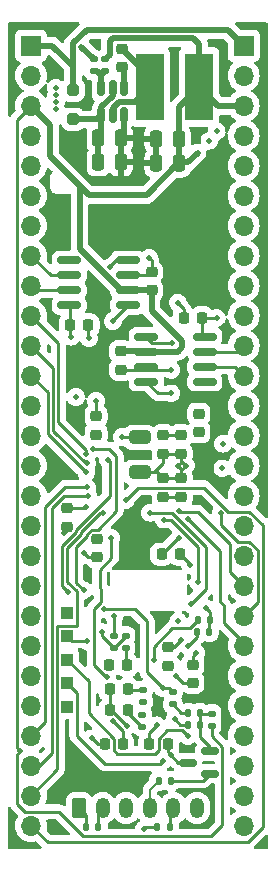
<source format=gbl>
G04 #@! TF.GenerationSoftware,KiCad,Pcbnew,8.0.5*
G04 #@! TF.CreationDate,2024-10-01T14:56:49-07:00*
G04 #@! TF.ProjectId,gr25_nodes,67723235-5f6e-46f6-9465-732e6b696361,rev?*
G04 #@! TF.SameCoordinates,Original*
G04 #@! TF.FileFunction,Copper,L4,Bot*
G04 #@! TF.FilePolarity,Positive*
%FSLAX46Y46*%
G04 Gerber Fmt 4.6, Leading zero omitted, Abs format (unit mm)*
G04 Created by KiCad (PCBNEW 8.0.5) date 2024-10-01 14:56:49*
%MOMM*%
%LPD*%
G01*
G04 APERTURE LIST*
G04 Aperture macros list*
%AMRoundRect*
0 Rectangle with rounded corners*
0 $1 Rounding radius*
0 $2 $3 $4 $5 $6 $7 $8 $9 X,Y pos of 4 corners*
0 Add a 4 corners polygon primitive as box body*
4,1,4,$2,$3,$4,$5,$6,$7,$8,$9,$2,$3,0*
0 Add four circle primitives for the rounded corners*
1,1,$1+$1,$2,$3*
1,1,$1+$1,$4,$5*
1,1,$1+$1,$6,$7*
1,1,$1+$1,$8,$9*
0 Add four rect primitives between the rounded corners*
20,1,$1+$1,$2,$3,$4,$5,0*
20,1,$1+$1,$4,$5,$6,$7,0*
20,1,$1+$1,$6,$7,$8,$9,0*
20,1,$1+$1,$8,$9,$2,$3,0*%
G04 Aperture macros list end*
G04 #@! TA.AperFunction,ComponentPad*
%ADD10RoundRect,0.250000X-0.350000X-0.625000X0.350000X-0.625000X0.350000X0.625000X-0.350000X0.625000X0*%
G04 #@! TD*
G04 #@! TA.AperFunction,ComponentPad*
%ADD11O,1.200000X1.750000*%
G04 #@! TD*
G04 #@! TA.AperFunction,SMDPad,CuDef*
%ADD12RoundRect,0.135000X0.185000X-0.135000X0.185000X0.135000X-0.185000X0.135000X-0.185000X-0.135000X0*%
G04 #@! TD*
G04 #@! TA.AperFunction,SMDPad,CuDef*
%ADD13RoundRect,0.250000X0.250000X0.475000X-0.250000X0.475000X-0.250000X-0.475000X0.250000X-0.475000X0*%
G04 #@! TD*
G04 #@! TA.AperFunction,SMDPad,CuDef*
%ADD14RoundRect,0.225000X0.225000X0.250000X-0.225000X0.250000X-0.225000X-0.250000X0.225000X-0.250000X0*%
G04 #@! TD*
G04 #@! TA.AperFunction,SMDPad,CuDef*
%ADD15RoundRect,0.225000X-0.250000X0.225000X-0.250000X-0.225000X0.250000X-0.225000X0.250000X0.225000X0*%
G04 #@! TD*
G04 #@! TA.AperFunction,SMDPad,CuDef*
%ADD16RoundRect,0.250000X0.250000X-0.250000X0.250000X0.250000X-0.250000X0.250000X-0.250000X-0.250000X0*%
G04 #@! TD*
G04 #@! TA.AperFunction,SMDPad,CuDef*
%ADD17RoundRect,0.135000X0.135000X0.185000X-0.135000X0.185000X-0.135000X-0.185000X0.135000X-0.185000X0*%
G04 #@! TD*
G04 #@! TA.AperFunction,ComponentPad*
%ADD18R,1.700000X1.700000*%
G04 #@! TD*
G04 #@! TA.AperFunction,ComponentPad*
%ADD19O,1.700000X1.700000*%
G04 #@! TD*
G04 #@! TA.AperFunction,SMDPad,CuDef*
%ADD20RoundRect,0.218750X-0.218750X-0.256250X0.218750X-0.256250X0.218750X0.256250X-0.218750X0.256250X0*%
G04 #@! TD*
G04 #@! TA.AperFunction,SMDPad,CuDef*
%ADD21R,1.000000X1.000000*%
G04 #@! TD*
G04 #@! TA.AperFunction,SMDPad,CuDef*
%ADD22RoundRect,0.135000X-0.185000X0.135000X-0.185000X-0.135000X0.185000X-0.135000X0.185000X0.135000X0*%
G04 #@! TD*
G04 #@! TA.AperFunction,SMDPad,CuDef*
%ADD23RoundRect,0.225000X0.250000X-0.225000X0.250000X0.225000X-0.250000X0.225000X-0.250000X-0.225000X0*%
G04 #@! TD*
G04 #@! TA.AperFunction,SMDPad,CuDef*
%ADD24RoundRect,0.150000X0.150000X-0.512500X0.150000X0.512500X-0.150000X0.512500X-0.150000X-0.512500X0*%
G04 #@! TD*
G04 #@! TA.AperFunction,SMDPad,CuDef*
%ADD25RoundRect,0.135000X-0.135000X-0.185000X0.135000X-0.185000X0.135000X0.185000X-0.135000X0.185000X0*%
G04 #@! TD*
G04 #@! TA.AperFunction,SMDPad,CuDef*
%ADD26RoundRect,0.150000X0.825000X0.150000X-0.825000X0.150000X-0.825000X-0.150000X0.825000X-0.150000X0*%
G04 #@! TD*
G04 #@! TA.AperFunction,SMDPad,CuDef*
%ADD27RoundRect,0.225000X-0.225000X-0.250000X0.225000X-0.250000X0.225000X0.250000X-0.225000X0.250000X0*%
G04 #@! TD*
G04 #@! TA.AperFunction,SMDPad,CuDef*
%ADD28RoundRect,0.250000X-0.250000X-0.475000X0.250000X-0.475000X0.250000X0.475000X-0.250000X0.475000X0*%
G04 #@! TD*
G04 #@! TA.AperFunction,SMDPad,CuDef*
%ADD29RoundRect,0.250000X-0.650000X0.325000X-0.650000X-0.325000X0.650000X-0.325000X0.650000X0.325000X0*%
G04 #@! TD*
G04 #@! TA.AperFunction,SMDPad,CuDef*
%ADD30RoundRect,0.150000X0.587500X0.150000X-0.587500X0.150000X-0.587500X-0.150000X0.587500X-0.150000X0*%
G04 #@! TD*
G04 #@! TA.AperFunction,SMDPad,CuDef*
%ADD31R,2.400000X5.700000*%
G04 #@! TD*
G04 #@! TA.AperFunction,SMDPad,CuDef*
%ADD32RoundRect,0.150000X-0.825000X-0.150000X0.825000X-0.150000X0.825000X0.150000X-0.825000X0.150000X0*%
G04 #@! TD*
G04 #@! TA.AperFunction,SMDPad,CuDef*
%ADD33RoundRect,0.218750X0.218750X0.256250X-0.218750X0.256250X-0.218750X-0.256250X0.218750X-0.256250X0*%
G04 #@! TD*
G04 #@! TA.AperFunction,ViaPad*
%ADD34C,0.500000*%
G04 #@! TD*
G04 #@! TA.AperFunction,Conductor*
%ADD35C,0.250000*%
G04 #@! TD*
G04 #@! TA.AperFunction,Conductor*
%ADD36C,0.500000*%
G04 #@! TD*
G04 #@! TA.AperFunction,Conductor*
%ADD37C,0.200000*%
G04 #@! TD*
G04 APERTURE END LIST*
D10*
G04 #@! TO.P,J1,1,Pin_1*
G04 #@! TO.N,GND*
X114750000Y-94300000D03*
D11*
G04 #@! TO.P,J1,2,Pin_2*
G04 #@! TO.N,Net-(J1-Pin_2)*
X116750000Y-94300000D03*
G04 #@! TO.P,J1,3,Pin_3*
G04 #@! TO.N,D-*
X118750000Y-94300000D03*
G04 #@! TO.P,J1,4,Pin_4*
G04 #@! TO.N,D+*
X120750000Y-94300000D03*
G04 #@! TO.P,J1,5,Pin_5*
G04 #@! TO.N,Net-(J1-Pin_5)*
X122750000Y-94300000D03*
G04 #@! TO.P,J1,6,Pin_6*
G04 #@! TO.N,VBUS*
X124750000Y-94300000D03*
G04 #@! TD*
D12*
G04 #@! TO.P,R8,1*
G04 #@! TO.N,Net-(D2-A)*
X120100000Y-87409999D03*
G04 #@! TO.P,R8,2*
G04 #@! TO.N,+3.3V*
X120100000Y-86390001D03*
G04 #@! TD*
D13*
G04 #@! TO.P,C4,1*
G04 #@! TO.N,+5V*
X123200000Y-37637500D03*
G04 #@! TO.P,C4,2*
G04 #@! TO.N,GND*
X121300000Y-37637500D03*
G04 #@! TD*
D14*
G04 #@! TO.P,C11,1*
G04 #@! TO.N,+3.3V*
X118825000Y-82200000D03*
G04 #@! TO.P,C11,2*
G04 #@! TO.N,GND*
X117275000Y-82200000D03*
G04 #@! TD*
D15*
G04 #@! TO.P,C31,1*
G04 #@! TO.N,+5V*
X118300000Y-55625000D03*
G04 #@! TO.P,C31,2*
G04 #@! TO.N,GND*
X118300000Y-57175000D03*
G04 #@! TD*
D16*
G04 #@! TO.P,D6,1,K*
G04 #@! TO.N,/Power/Vin_D*
X114250000Y-35999998D03*
G04 #@! TO.P,D6,2,A*
G04 #@! TO.N,+12V*
X114250000Y-33500000D03*
G04 #@! TD*
D17*
G04 #@! TO.P,R16,1*
G04 #@! TO.N,Net-(J1-Pin_2)*
X116400000Y-95900000D03*
G04 #@! TO.P,R16,2*
G04 #@! TO.N,GND*
X115380002Y-95900000D03*
G04 #@! TD*
G04 #@! TO.P,R7,1*
G04 #@! TO.N,GND*
X125819998Y-78400000D03*
G04 #@! TO.P,R7,2*
G04 #@! TO.N,Net-(U5-PC14)*
X124800000Y-78400000D03*
G04 #@! TD*
D18*
G04 #@! TO.P,J6,1,Pin_1*
G04 #@! TO.N,+12V*
X128700000Y-29760000D03*
D19*
G04 #@! TO.P,J6,2,Pin_2*
G04 #@! TO.N,GND*
X128700000Y-32300000D03*
G04 #@! TO.P,J6,3,Pin_3*
G04 #@! TO.N,+5V*
X128700000Y-34839999D03*
G04 #@! TO.P,J6,4,Pin_4*
G04 #@! TO.N,+3.3V*
X128700000Y-37380000D03*
G04 #@! TO.P,J6,5,Pin_5*
G04 #@! TO.N,I2C3_SDA*
X128700000Y-39920000D03*
G04 #@! TO.P,J6,6,Pin_6*
G04 #@! TO.N,I2C3_SCL*
X128700000Y-42460000D03*
G04 #@! TO.P,J6,7,Pin_7*
G04 #@! TO.N,I2C4_SDA*
X128700000Y-45000000D03*
G04 #@! TO.P,J6,8,Pin_8*
G04 #@! TO.N,I2C4_SCL*
X128700000Y-47540001D03*
G04 #@! TO.P,J6,9,Pin_9*
G04 #@! TO.N,PB15*
X128700000Y-50080000D03*
G04 #@! TO.P,J6,10,Pin_10*
G04 #@! TO.N,PB14*
X128700000Y-52620000D03*
G04 #@! TO.P,J6,11,Pin_11*
G04 #@! TO.N,CANL2*
X128700000Y-55160000D03*
G04 #@! TO.P,J6,12,Pin_12*
G04 #@! TO.N,CANH2*
X128700000Y-57699999D03*
G04 #@! TO.P,J6,13,Pin_13*
G04 #@! TO.N,PB11*
X128700000Y-60240000D03*
G04 #@! TO.P,J6,14,Pin_14*
G04 #@! TO.N,PB10*
X128700000Y-62780000D03*
G04 #@! TO.P,J6,15,Pin_15*
G04 #@! TO.N,PB2*
X128700000Y-65320000D03*
G04 #@! TO.P,J6,16,Pin_16*
G04 #@! TO.N,PB1*
X128700000Y-67859999D03*
G04 #@! TO.P,J6,17,Pin_17*
G04 #@! TO.N,PB0*
X128700000Y-70400001D03*
G04 #@! TO.P,J6,18,Pin_18*
G04 #@! TO.N,PC5*
X128700000Y-72940000D03*
G04 #@! TO.P,J6,19,Pin_19*
G04 #@! TO.N,PC4*
X128700000Y-75480000D03*
G04 #@! TO.P,J6,20,Pin_20*
G04 #@! TO.N,SPI1_MISO*
X128700000Y-78020000D03*
G04 #@! TO.P,J6,21,Pin_21*
G04 #@! TO.N,SPI1_MOSI*
X128700000Y-80559999D03*
G04 #@! TO.P,J6,22,Pin_22*
G04 #@! TO.N,SPI1_SCK*
X128700000Y-83100000D03*
G04 #@! TO.P,J6,23,Pin_23*
G04 #@! TO.N,PA4*
X128700000Y-85640000D03*
G04 #@! TO.P,J6,24,Pin_24*
G04 #@! TO.N,PA3*
X128700000Y-88180000D03*
G04 #@! TO.P,J6,25,Pin_25*
G04 #@! TO.N,PA2*
X128700000Y-90719999D03*
G04 #@! TO.P,J6,26,Pin_26*
G04 #@! TO.N,PA1*
X128700000Y-93260001D03*
G04 #@! TO.P,J6,27,Pin_27*
G04 #@! TO.N,PA0*
X128700000Y-95800000D03*
G04 #@! TD*
D15*
G04 #@! TO.P,C16,1*
G04 #@! TO.N,+3.3V*
X116200000Y-61125000D03*
G04 #@! TO.P,C16,2*
G04 #@! TO.N,GND*
X116200000Y-62675000D03*
G04 #@! TD*
D20*
G04 #@! TO.P,D2,1,K*
G04 #@! TO.N,LED*
X117362499Y-86000000D03*
G04 #@! TO.P,D2,2,A*
G04 #@! TO.N,Net-(D2-A)*
X118937501Y-86000000D03*
G04 #@! TD*
D13*
G04 #@! TO.P,C5,1*
G04 #@! TO.N,+5V*
X123200000Y-39700000D03*
G04 #@! TO.P,C5,2*
G04 #@! TO.N,GND*
X121300000Y-39700000D03*
G04 #@! TD*
D21*
G04 #@! TO.P,TP4,1,1*
G04 #@! TO.N,B0*
X113750000Y-79750000D03*
G04 #@! TD*
D22*
G04 #@! TO.P,R13,1*
G04 #@! TO.N,Net-(Q1-B)*
X126000000Y-86300000D03*
G04 #@! TO.P,R13,2*
G04 #@! TO.N,+5V*
X126000000Y-87319998D03*
G04 #@! TD*
D23*
G04 #@! TO.P,C22,1*
G04 #@! TO.N,VDDA*
X123400000Y-64300000D03*
G04 #@! TO.P,C22,2*
G04 #@! TO.N,GND*
X123400000Y-62750000D03*
G04 #@! TD*
D24*
G04 #@! TO.P,U2,1,GND*
G04 #@! TO.N,GND*
X118550000Y-35637500D03*
G04 #@! TO.P,U2,2,SW*
G04 #@! TO.N,Net-(U2-SW)*
X117600000Y-35637500D03*
G04 #@! TO.P,U2,3,VIN*
G04 #@! TO.N,/Power/Vin_D*
X116650000Y-35637500D03*
G04 #@! TO.P,U2,4,VFB*
G04 #@! TO.N,Net-(U2-VFB)*
X116650000Y-33362500D03*
G04 #@! TO.P,U2,5,EN*
G04 #@! TO.N,/Power/Vin_D*
X117600000Y-33362500D03*
G04 #@! TO.P,U2,6,VBST*
G04 #@! TO.N,Net-(U2-VBST)*
X118550000Y-33362500D03*
G04 #@! TD*
D25*
G04 #@! TO.P,R14,1*
G04 #@! TO.N,GND*
X123980002Y-86250000D03*
G04 #@! TO.P,R14,2*
G04 #@! TO.N,Net-(Q1-B)*
X125000000Y-86250000D03*
G04 #@! TD*
D17*
G04 #@! TO.P,R6,1*
G04 #@! TO.N,GND*
X125800000Y-79400000D03*
G04 #@! TO.P,R6,2*
G04 #@! TO.N,Net-(U5-PC13)*
X124780002Y-79400000D03*
G04 #@! TD*
D18*
G04 #@! TO.P,J7,1,Pin_1*
G04 #@! TO.N,+12V*
X110700000Y-29760000D03*
D19*
G04 #@! TO.P,J7,2,Pin_2*
G04 #@! TO.N,GND*
X110700000Y-32300000D03*
G04 #@! TO.P,J7,3,Pin_3*
G04 #@! TO.N,+5V*
X110700000Y-34839999D03*
G04 #@! TO.P,J7,4,Pin_4*
G04 #@! TO.N,+3.3V*
X110700000Y-37380000D03*
G04 #@! TO.P,J7,5,Pin_5*
G04 #@! TO.N,I2C2_SDA*
X110700000Y-39920000D03*
G04 #@! TO.P,J7,6,Pin_6*
G04 #@! TO.N,I2C2_SCL*
X110700000Y-42460000D03*
G04 #@! TO.P,J7,7,Pin_7*
G04 #@! TO.N,PA10*
X110700000Y-45000000D03*
G04 #@! TO.P,J7,8,Pin_8*
G04 #@! TO.N,CANH3*
X110700000Y-47540001D03*
G04 #@! TO.P,J7,9,Pin_9*
G04 #@! TO.N,CANL3*
X110700000Y-50080000D03*
G04 #@! TO.P,J7,10,Pin_10*
G04 #@! TO.N,SPI3_SCK*
X110700000Y-52620000D03*
G04 #@! TO.P,J7,11,Pin_11*
G04 #@! TO.N,SPI3_MISO*
X110700000Y-55160000D03*
G04 #@! TO.P,J7,12,Pin_12*
G04 #@! TO.N,SPI3_MOSI*
X110700000Y-57699999D03*
G04 #@! TO.P,J7,13,Pin_13*
G04 #@! TO.N,PD2*
X110700000Y-60240000D03*
G04 #@! TO.P,J7,14,Pin_14*
G04 #@! TO.N,PB3*
X110700000Y-62780000D03*
G04 #@! TO.P,J7,15,Pin_15*
G04 #@! TO.N,PB4*
X110700000Y-65320000D03*
G04 #@! TO.P,J7,16,Pin_16*
G04 #@! TO.N,PB5*
X110700000Y-67859999D03*
G04 #@! TO.P,J7,17,Pin_17*
G04 #@! TO.N,PB6*
X110700000Y-70400001D03*
G04 #@! TO.P,J7,18,Pin_18*
G04 #@! TO.N,I2C1_SDA*
X110700000Y-72940000D03*
G04 #@! TO.P,J7,19,Pin_19*
G04 #@! TO.N,I2C1_SCL*
X110700000Y-75480000D03*
G04 #@! TO.P,J7,20,Pin_20*
G04 #@! TO.N,PB9*
X110700000Y-78020000D03*
G04 #@! TO.P,J7,21,Pin_21*
G04 #@! TO.N,PC13*
X110700000Y-80559999D03*
G04 #@! TO.P,J7,22,Pin_22*
G04 #@! TO.N,PC14*
X110700000Y-83100000D03*
G04 #@! TO.P,J7,23,Pin_23*
G04 #@! TO.N,PC15*
X110700000Y-85640000D03*
G04 #@! TO.P,J7,24,Pin_24*
G04 #@! TO.N,PC2*
X110700000Y-88180000D03*
G04 #@! TO.P,J7,25,Pin_25*
G04 #@! TO.N,PC1*
X110700000Y-90719999D03*
G04 #@! TO.P,J7,26,Pin_26*
G04 #@! TO.N,PC0*
X110700000Y-93260001D03*
G04 #@! TO.P,J7,27,Pin_27*
G04 #@! TO.N,PC3*
X110700000Y-95800000D03*
G04 #@! TD*
D25*
G04 #@! TO.P,R10,1*
G04 #@! TO.N,D+*
X121490001Y-92000000D03*
G04 #@! TO.P,R10,2*
G04 #@! TO.N,Net-(Q1-E)*
X122509999Y-92000000D03*
G04 #@! TD*
G04 #@! TO.P,R15,1*
G04 #@! TO.N,RENUM*
X123990001Y-87250000D03*
G04 #@! TO.P,R15,2*
G04 #@! TO.N,Net-(Q1-B)*
X125009999Y-87250000D03*
G04 #@! TD*
D26*
G04 #@! TO.P,U3,1,TXD*
G04 #@! TO.N,CTXD3*
X118875000Y-47920000D03*
G04 #@! TO.P,U3,2,VSS*
G04 #@! TO.N,GND*
X118875000Y-49190000D03*
G04 #@! TO.P,U3,3,VDD*
G04 #@! TO.N,+5V*
X118875000Y-50460000D03*
G04 #@! TO.P,U3,4,RXD*
G04 #@! TO.N,CRXD3*
X118875000Y-51730000D03*
G04 #@! TO.P,U3,5,VIO*
G04 #@! TO.N,+3.3V*
X113925000Y-51730000D03*
G04 #@! TO.P,U3,6,CANL*
G04 #@! TO.N,CANL3*
X113925000Y-50460000D03*
G04 #@! TO.P,U3,7,CANH*
G04 #@! TO.N,CANH3*
X113925000Y-49190000D03*
G04 #@! TO.P,U3,8,STBY*
G04 #@! TO.N,unconnected-(U3-STBY-Pad8)*
X113925000Y-47920000D03*
G04 #@! TD*
D15*
G04 #@! TO.P,C25,1*
G04 #@! TO.N,VDDA*
X121900000Y-66400000D03*
G04 #@! TO.P,C25,2*
G04 #@! TO.N,GND*
X121900000Y-67950000D03*
G04 #@! TD*
D22*
G04 #@! TO.P,R4,1*
G04 #@! TO.N,Net-(U5-PA0)*
X118700000Y-79700000D03*
G04 #@! TO.P,R4,2*
G04 #@! TO.N,+3.3V*
X118700000Y-80719998D03*
G04 #@! TD*
D15*
G04 #@! TO.P,C13,1*
G04 #@! TO.N,+3.3V*
X124400000Y-82150000D03*
G04 #@! TO.P,C13,2*
G04 #@! TO.N,GND*
X124400000Y-83700000D03*
G04 #@! TD*
D27*
G04 #@! TO.P,C28,1*
G04 #@! TO.N,+3.3V*
X114000000Y-53400000D03*
G04 #@! TO.P,C28,2*
G04 #@! TO.N,GND*
X115550000Y-53400000D03*
G04 #@! TD*
D15*
G04 #@! TO.P,C24,1*
G04 #@! TO.N,VDDA*
X123400000Y-66400000D03*
G04 #@! TO.P,C24,2*
G04 #@! TO.N,GND*
X123400000Y-67950000D03*
G04 #@! TD*
D28*
G04 #@! TO.P,C1,1*
G04 #@! TO.N,/Power/Vin_D*
X116400000Y-37600000D03*
G04 #@! TO.P,C1,2*
G04 #@! TO.N,GND*
X118300000Y-37600000D03*
G04 #@! TD*
D29*
G04 #@! TO.P,L2,1,1*
G04 #@! TO.N,+3.3V*
X119900000Y-62925000D03*
G04 #@! TO.P,L2,2,2*
G04 #@! TO.N,VDDA*
X119900000Y-65875000D03*
G04 #@! TD*
D21*
G04 #@! TO.P,TP3,1,1*
G04 #@! TO.N,CLK*
X113750000Y-81750000D03*
G04 #@! TD*
D12*
G04 #@! TO.P,R9,1*
G04 #@! TO.N,GND*
X120200000Y-85300000D03*
G04 #@! TO.P,R9,2*
G04 #@! TO.N,Net-(D3-K)*
X120200000Y-84280002D03*
G04 #@! TD*
D22*
G04 #@! TO.P,R5,1*
G04 #@! TO.N,GND*
X117700000Y-79700000D03*
G04 #@! TO.P,R5,2*
G04 #@! TO.N,Net-(U5-PA0)*
X117700000Y-80719998D03*
G04 #@! TD*
D17*
G04 #@! TO.P,R17,1*
G04 #@! TO.N,Net-(J1-Pin_5)*
X122419998Y-95900000D03*
G04 #@! TO.P,R17,2*
G04 #@! TO.N,GND*
X121400000Y-95900000D03*
G04 #@! TD*
D30*
G04 #@! TO.P,Q1,1,B*
G04 #@! TO.N,Net-(Q1-B)*
X125837500Y-89500000D03*
G04 #@! TO.P,Q1,2,E*
G04 #@! TO.N,Net-(Q1-E)*
X125837500Y-91400000D03*
G04 #@! TO.P,Q1,3,C*
G04 #@! TO.N,+3.3V*
X123962499Y-90450000D03*
G04 #@! TD*
D28*
G04 #@! TO.P,C2,1*
G04 #@! TO.N,/Power/Vin_D*
X116400000Y-39600000D03*
G04 #@! TO.P,C2,2*
G04 #@! TO.N,GND*
X118300000Y-39600000D03*
G04 #@! TD*
D23*
G04 #@! TO.P,C19,1*
G04 #@! TO.N,+3.3V*
X124900000Y-62475000D03*
G04 #@! TO.P,C19,2*
G04 #@! TO.N,GND*
X124900000Y-60925000D03*
G04 #@! TD*
D14*
G04 #@! TO.P,C8,1*
G04 #@! TO.N,+3.3V*
X122275000Y-88900000D03*
G04 #@! TO.P,C8,2*
G04 #@! TO.N,GND*
X120725000Y-88900000D03*
G04 #@! TD*
G04 #@! TO.P,C17,1*
G04 #@! TO.N,+3.3V*
X123300000Y-72800000D03*
G04 #@! TO.P,C17,2*
G04 #@! TO.N,GND*
X121750000Y-72800000D03*
G04 #@! TD*
D21*
G04 #@! TO.P,TP2,1,1*
G04 #@! TO.N,DIO*
X113750000Y-83750000D03*
G04 #@! TD*
D23*
G04 #@! TO.P,C23,1*
G04 #@! TO.N,VDDA*
X121900000Y-64300000D03*
G04 #@! TO.P,C23,2*
G04 #@! TO.N,GND*
X121900000Y-62750000D03*
G04 #@! TD*
G04 #@! TO.P,C21,1*
G04 #@! TO.N,+3.3V*
X116300000Y-73050000D03*
G04 #@! TO.P,C21,2*
G04 #@! TO.N,GND*
X116300000Y-71500000D03*
G04 #@! TD*
G04 #@! TO.P,C18,1*
G04 #@! TO.N,+3.3V*
X113700000Y-70475000D03*
G04 #@! TO.P,C18,2*
G04 #@! TO.N,GND*
X113700000Y-68925000D03*
G04 #@! TD*
D22*
G04 #@! TO.P,R11,1*
G04 #@! TO.N,B0*
X122700000Y-84500000D03*
G04 #@! TO.P,R11,2*
G04 #@! TO.N,GND*
X122700000Y-85519998D03*
G04 #@! TD*
D14*
G04 #@! TO.P,C30,1*
G04 #@! TO.N,+3.3V*
X125175000Y-52800000D03*
G04 #@! TO.P,C30,2*
G04 #@! TO.N,GND*
X123625000Y-52800000D03*
G04 #@! TD*
D31*
G04 #@! TO.P,L1,1,1*
G04 #@! TO.N,Net-(U2-SW)*
X120750000Y-33250000D03*
G04 #@! TO.P,L1,2,2*
G04 #@! TO.N,+5V*
X124950000Y-33250000D03*
G04 #@! TD*
D21*
G04 #@! TO.P,TP1,1,1*
G04 #@! TO.N,+3.3V*
X113750000Y-85750000D03*
G04 #@! TD*
D23*
G04 #@! TO.P,C29,1*
G04 #@! TO.N,+5V*
X120900000Y-50475000D03*
G04 #@! TO.P,C29,2*
G04 #@! TO.N,GND*
X120900000Y-48925000D03*
G04 #@! TD*
D12*
G04 #@! TO.P,R2,1*
G04 #@! TO.N,Net-(U2-VFB)*
X116000000Y-31907500D03*
G04 #@! TO.P,R2,2*
G04 #@! TO.N,GND*
X116000000Y-30887500D03*
G04 #@! TD*
D32*
G04 #@! TO.P,U6,1,TXD*
G04 #@! TO.N,CTXD2*
X120450000Y-58210000D03*
G04 #@! TO.P,U6,2,VSS*
G04 #@! TO.N,GND*
X120450000Y-56940000D03*
G04 #@! TO.P,U6,3,VDD*
G04 #@! TO.N,+5V*
X120450000Y-55670000D03*
G04 #@! TO.P,U6,4,RXD*
G04 #@! TO.N,CRXD2*
X120450000Y-54400000D03*
G04 #@! TO.P,U6,5,VIO*
G04 #@! TO.N,+3.3V*
X125400000Y-54400000D03*
G04 #@! TO.P,U6,6,CANL*
G04 #@! TO.N,CANL2*
X125400000Y-55670000D03*
G04 #@! TO.P,U6,7,CANH*
G04 #@! TO.N,CANH2*
X125400000Y-56940000D03*
G04 #@! TO.P,U6,8,STBY*
G04 #@! TO.N,unconnected-(U6-STBY-Pad8)*
X125400000Y-58210000D03*
G04 #@! TD*
D22*
G04 #@! TO.P,R1,1*
G04 #@! TO.N,+5V*
X117000000Y-30867502D03*
G04 #@! TO.P,R1,2*
G04 #@! TO.N,Net-(U2-VFB)*
X117000000Y-31887500D03*
G04 #@! TD*
D27*
G04 #@! TO.P,C12,1*
G04 #@! TO.N,+3.3V*
X116925000Y-88900000D03*
G04 #@! TO.P,C12,2*
G04 #@! TO.N,GND*
X118475000Y-88900000D03*
G04 #@! TD*
D15*
G04 #@! TO.P,C15,1*
G04 #@! TO.N,+3.3V*
X122300000Y-80700000D03*
G04 #@! TO.P,C15,2*
G04 #@! TO.N,GND*
X122300000Y-82250000D03*
G04 #@! TD*
G04 #@! TO.P,C3,1*
G04 #@! TO.N,Net-(U2-SW)*
X118400000Y-30025000D03*
G04 #@! TO.P,C3,2*
G04 #@! TO.N,Net-(U2-VBST)*
X118400000Y-31575000D03*
G04 #@! TD*
D21*
G04 #@! TO.P,TP5,1,1*
G04 #@! TO.N,GND*
X113750000Y-77750000D03*
G04 #@! TD*
D33*
G04 #@! TO.P,D3,1,K*
G04 #@! TO.N,Net-(D3-K)*
X118937501Y-84250000D03*
G04 #@! TO.P,D3,2,A*
G04 #@! TO.N,LED*
X117362499Y-84250000D03*
G04 #@! TD*
D34*
G04 #@! TO.N,GND*
X120200000Y-85300000D03*
X114400000Y-39600000D03*
X119000000Y-41300000D03*
X120700000Y-47700000D03*
X118400000Y-41300000D03*
X116000000Y-41300000D03*
X121900000Y-62750000D03*
X117200000Y-41300000D03*
X119600000Y-41300000D03*
X117275000Y-82200000D03*
X115350000Y-68800000D03*
X122300000Y-82250000D03*
X116600000Y-41300000D03*
X125525000Y-77400000D03*
X121900000Y-67950000D03*
X115600000Y-54500000D03*
X122700000Y-85519998D03*
X113600000Y-38800000D03*
X115200000Y-40600000D03*
X123400000Y-62750000D03*
X126400000Y-37000000D03*
X122975000Y-83150000D03*
X113750000Y-77750000D03*
X121350000Y-87300000D03*
X116200000Y-62675000D03*
X114950000Y-29844975D03*
X116300000Y-71500000D03*
X120225000Y-96100000D03*
X114500000Y-59500000D03*
X124900000Y-60925000D03*
X123162500Y-78500000D03*
X122575000Y-57200000D03*
X114800000Y-40100000D03*
X117628635Y-86971365D03*
X117800000Y-41300000D03*
X123250000Y-71450000D03*
X123400000Y-67950000D03*
X123100000Y-51500000D03*
X125800000Y-37800000D03*
X126900000Y-65550000D03*
X114000000Y-39200000D03*
X117750000Y-78050000D03*
X126950000Y-63450000D03*
G04 #@! TO.N,+5V*
X124800000Y-38800000D03*
X109800000Y-89500000D03*
G04 #@! TO.N,+3.3V*
X112800000Y-33900000D03*
X113450000Y-71050000D03*
X112800000Y-33300000D03*
X124150000Y-73700000D03*
X112800000Y-34500000D03*
X124700000Y-81150000D03*
X115150000Y-72700000D03*
X113750000Y-85750000D03*
X124900000Y-62475000D03*
X114100000Y-54400000D03*
X118825000Y-82200000D03*
X123425000Y-80050000D03*
X115837653Y-88412347D03*
X118400000Y-62900000D03*
X116200000Y-59800000D03*
X112800000Y-35100000D03*
X122550000Y-89850000D03*
X120102654Y-86387347D03*
X126400000Y-52800000D03*
G04 #@! TO.N,VDDA*
X123800000Y-65300000D03*
X123100000Y-65300000D03*
G04 #@! TO.N,LED*
X118795444Y-87325000D03*
G04 #@! TO.N,D+*
X121490001Y-92000000D03*
G04 #@! TO.N,PC0*
X116800000Y-69351257D03*
G04 #@! TO.N,PA0*
X120750000Y-69300000D03*
X124200000Y-77050000D03*
G04 #@! TO.N,PA1*
X121924201Y-69875000D03*
X124850000Y-75200000D03*
G04 #@! TO.N,PC2*
X115434920Y-67159522D03*
G04 #@! TO.N,PC3*
X118700000Y-68250000D03*
G04 #@! TO.N,PC1*
X115550000Y-67850000D03*
G04 #@! TO.N,SPI3_MOSI*
X115376633Y-65881236D03*
G04 #@! TO.N,SPI3_SCK*
X115363173Y-64350000D03*
G04 #@! TO.N,SPI3_MISO*
X115434556Y-65121382D03*
G04 #@! TO.N,PC4*
X123250000Y-69150000D03*
G04 #@! TO.N,SPI1_MISO*
X126750000Y-69350000D03*
G04 #@! TO.N,SPI1_MOSI*
X124000000Y-69850000D03*
G04 #@! TO.N,Net-(U5-PA0)*
X116700000Y-79400000D03*
G04 #@! TO.N,Net-(U5-PC13)*
X124013376Y-80593860D03*
G04 #@! TO.N,Net-(U5-PC14)*
X121108882Y-81783882D03*
G04 #@! TO.N,B0*
X116850000Y-77450000D03*
X121862653Y-84137347D03*
X115450000Y-80150000D03*
G04 #@! TO.N,T_DIO*
X113800000Y-76000000D03*
X117200000Y-64800000D03*
G04 #@! TO.N,RENUM*
X122850000Y-86750000D03*
G04 #@! TO.N,DIO*
X121850000Y-90300000D03*
G04 #@! TO.N,CLK*
X123950000Y-88200000D03*
G04 #@! TO.N,CTXD2*
X122575000Y-59200000D03*
G04 #@! TO.N,T_CLK*
X115926926Y-63900000D03*
X115144011Y-75879050D03*
G04 #@! TO.N,CTXD3*
X117400000Y-48500000D03*
G04 #@! TO.N,CRXD3*
X117625003Y-53100000D03*
G04 #@! TO.N,CRXD2*
X122600000Y-54900000D03*
G04 #@! TO.N,T_RST*
X117500000Y-71400000D03*
X117100000Y-83200000D03*
G04 #@! TD*
D35*
G04 #@! TO.N,GND*
X125800000Y-78419998D02*
X125819998Y-78400000D01*
X123430002Y-86250000D02*
X123980002Y-86250000D01*
X118300000Y-57175000D02*
X120215000Y-57175000D01*
X125800000Y-79400000D02*
X125800000Y-78419998D01*
X117750000Y-78050000D02*
X117750000Y-79650000D01*
X115350000Y-68800000D02*
X115225000Y-68925000D01*
X123525000Y-83700000D02*
X124400000Y-83700000D01*
X118300000Y-57175000D02*
X122550000Y-57175000D01*
X117250000Y-82175000D02*
X117250000Y-81900000D01*
X115550000Y-54450000D02*
X115600000Y-54500000D01*
X120725000Y-87925000D02*
X120725000Y-88900000D01*
X123400000Y-67950000D02*
X121900000Y-67950000D01*
X123400000Y-62750000D02*
X121900000Y-62750000D01*
X117275000Y-82200000D02*
X117250000Y-82175000D01*
X121400000Y-95900000D02*
X120425000Y-95900000D01*
D36*
X118550000Y-35637500D02*
X118550000Y-36987500D01*
D35*
X123625000Y-52025000D02*
X123100000Y-51500000D01*
X117750000Y-79650000D02*
X117700000Y-79700000D01*
X121350000Y-87300000D02*
X120725000Y-87925000D01*
X122550000Y-57175000D02*
X122575000Y-57200000D01*
X115380002Y-94930002D02*
X114750000Y-94300000D01*
X122700000Y-85519998D02*
X123430002Y-86250000D01*
X118875000Y-49190000D02*
X120635000Y-49190000D01*
X115380002Y-95900000D02*
X115380002Y-94930002D01*
X125819998Y-78400000D02*
X125819998Y-77694998D01*
X123100000Y-71450000D02*
X121750000Y-72800000D01*
X120425000Y-95900000D02*
X120225000Y-96100000D01*
X125819998Y-77694998D02*
X125525000Y-77400000D01*
X118475000Y-87817730D02*
X118475000Y-88900000D01*
X115550000Y-53400000D02*
X115550000Y-54450000D01*
D36*
X114950000Y-29844975D02*
X114957475Y-29844975D01*
D35*
X123250000Y-71450000D02*
X123100000Y-71450000D01*
X122975000Y-83150000D02*
X123525000Y-83700000D01*
X123625000Y-52800000D02*
X123625000Y-52025000D01*
X120900000Y-47900000D02*
X120700000Y-47700000D01*
X120215000Y-57175000D02*
X120450000Y-56940000D01*
X120900000Y-48925000D02*
X120900000Y-47900000D01*
D36*
X118550000Y-36987500D02*
X118150000Y-37387500D01*
D35*
X117628635Y-86971365D02*
X118475000Y-87817730D01*
X115225000Y-68925000D02*
X113700000Y-68925000D01*
X120635000Y-49190000D02*
X120900000Y-48925000D01*
D36*
X114957475Y-29844975D02*
X116000000Y-30887500D01*
G04 #@! TO.N,/Power/Vin_D*
X116650000Y-35637500D02*
X116650000Y-34974999D01*
X116650000Y-34974999D02*
X117600000Y-34024999D01*
X116287502Y-35999998D02*
X116650000Y-35637500D01*
X116650000Y-37350000D02*
X116400000Y-37600000D01*
X116400000Y-37600000D02*
X116400000Y-39600000D01*
X116650000Y-35637500D02*
X116650000Y-37350000D01*
X114250000Y-35999998D02*
X116287502Y-35999998D01*
X117600000Y-34024999D02*
X117600000Y-33362500D01*
G04 #@! TO.N,Net-(U2-SW)*
X118172316Y-34500000D02*
X119500000Y-34500000D01*
X120750000Y-32375000D02*
X120750000Y-33250000D01*
X117600000Y-35072316D02*
X118172316Y-34500000D01*
X117600000Y-35637500D02*
X117600000Y-35072316D01*
X118400000Y-30025000D02*
X120750000Y-32375000D01*
X119500000Y-34500000D02*
X120750000Y-33250000D01*
G04 #@! TO.N,Net-(U2-VBST)*
X118550000Y-31725000D02*
X118400000Y-31575000D01*
X118550000Y-33362500D02*
X118550000Y-31725000D01*
G04 #@! TO.N,+5V*
X118300000Y-55625000D02*
X120405000Y-55625000D01*
X123962500Y-39637500D02*
X123250000Y-39637500D01*
X117359457Y-30508045D02*
X117000000Y-30867502D01*
X120405000Y-55625000D02*
X120450000Y-55670000D01*
D35*
X109525000Y-36014999D02*
X109525000Y-89225000D01*
X126000000Y-88240001D02*
X126000000Y-87319998D01*
D36*
X123250000Y-34950000D02*
X124950000Y-33250000D01*
X118200000Y-29100000D02*
X117659779Y-29100000D01*
X123105000Y-55670000D02*
X120450000Y-55670000D01*
X123250000Y-39637500D02*
X123250000Y-34950000D01*
X118890000Y-50475000D02*
X118875000Y-50460000D01*
X120900000Y-52200000D02*
X123475000Y-54775000D01*
D35*
X126900000Y-89140001D02*
X126000000Y-88240001D01*
X115125000Y-96675000D02*
X125973300Y-96675000D01*
X109525000Y-89225000D02*
X109800000Y-89500000D01*
X110213299Y-94625000D02*
X113075000Y-94625000D01*
D36*
X117659779Y-29100000D02*
X117359457Y-29400322D01*
D35*
X109525000Y-93936701D02*
X110213299Y-94625000D01*
D36*
X112300000Y-39100000D02*
X112300000Y-36439999D01*
X124400000Y-29100000D02*
X118200000Y-29100000D01*
D35*
X126900000Y-95748300D02*
X126900000Y-89140001D01*
X113075000Y-94625000D02*
X115125000Y-96675000D01*
D36*
X126539999Y-34839999D02*
X124950000Y-33250000D01*
X120900000Y-50475000D02*
X118890000Y-50475000D01*
X124950000Y-33250000D02*
X124950000Y-29650000D01*
X124950000Y-29650000D02*
X124400000Y-29100000D01*
D35*
X109525000Y-89775000D02*
X109525000Y-93936701D01*
D36*
X115600000Y-42400000D02*
X114800000Y-41600000D01*
X120487500Y-42400000D02*
X115600000Y-42400000D01*
D35*
X109800000Y-89500000D02*
X109525000Y-89775000D01*
D36*
X112300000Y-36439999D02*
X110700000Y-34839999D01*
X128700000Y-34839999D02*
X126539999Y-34839999D01*
X123475000Y-55300000D02*
X123105000Y-55670000D01*
X118317316Y-50460000D02*
X118875000Y-50460000D01*
X114800000Y-41600000D02*
X112300000Y-39100000D01*
X117359457Y-29400322D02*
X117359457Y-30508045D01*
X120900000Y-50475000D02*
X120900000Y-52200000D01*
X114800000Y-41600000D02*
X114800000Y-46942684D01*
X114800000Y-46942684D02*
X118317316Y-50460000D01*
X123250000Y-39637500D02*
X120487500Y-42400000D01*
D35*
X110700000Y-34839999D02*
X109525000Y-36014999D01*
D36*
X123475000Y-54775000D02*
X123475000Y-55300000D01*
D35*
X125973300Y-96675000D02*
X126900000Y-95748300D01*
D36*
X124800000Y-38800000D02*
X123962500Y-39637500D01*
D35*
G04 #@! TO.N,+3.3V*
X122550000Y-89850000D02*
X123150000Y-90450000D01*
X114000000Y-54300000D02*
X114100000Y-54400000D01*
X123425000Y-80050000D02*
X122775000Y-80700000D01*
X119900000Y-62925000D02*
X118425000Y-62925000D01*
X115150000Y-72700000D02*
X115500000Y-73050000D01*
X114000000Y-51805000D02*
X113925000Y-51730000D01*
X113700000Y-70800000D02*
X113700000Y-70475000D01*
X118700000Y-80719998D02*
X118700000Y-82075000D01*
X114000000Y-53400000D02*
X114000000Y-54300000D01*
X120102654Y-86387347D02*
X120100000Y-86390001D01*
X124700000Y-81150000D02*
X124400000Y-81450000D01*
X116200000Y-61125000D02*
X116200000Y-59800000D01*
X125175000Y-52800000D02*
X126400000Y-52800000D01*
X122550000Y-89850000D02*
X122275000Y-89575000D01*
X124150000Y-73650000D02*
X123300000Y-72800000D01*
X122775000Y-80700000D02*
X122300000Y-80700000D01*
X113450000Y-71050000D02*
X113700000Y-70800000D01*
X123150000Y-90450000D02*
X123962499Y-90450000D01*
X115837653Y-88412347D02*
X116325306Y-88900000D01*
X114000000Y-53400000D02*
X114000000Y-51805000D01*
X116325306Y-88900000D02*
X116925000Y-88900000D01*
X118700000Y-82075000D02*
X118825000Y-82200000D01*
X115500000Y-73050000D02*
X116300000Y-73050000D01*
X124400000Y-81450000D02*
X124400000Y-82150000D01*
X124150000Y-73700000D02*
X124150000Y-73650000D01*
X125175000Y-52800000D02*
X125175000Y-54175000D01*
X125175000Y-54175000D02*
X125400000Y-54400000D01*
X122275000Y-89575000D02*
X122275000Y-88900000D01*
X118425000Y-62925000D02*
X118400000Y-62900000D01*
G04 #@! TO.N,VDDA*
X121900000Y-65100000D02*
X121900000Y-64300000D01*
X123400000Y-65000000D02*
X123400000Y-64300000D01*
X121125000Y-65875000D02*
X121900000Y-65100000D01*
X123800000Y-65300000D02*
X123400000Y-65700000D01*
X123400000Y-64900000D02*
X123400000Y-64300000D01*
X119900000Y-65875000D02*
X121125000Y-65875000D01*
X121900000Y-66400000D02*
X123400000Y-66400000D01*
X121375000Y-65875000D02*
X121900000Y-66400000D01*
X123100000Y-65300000D02*
X123400000Y-65000000D01*
X123400000Y-65700000D02*
X123400000Y-66400000D01*
X123100000Y-65300000D02*
X123400000Y-65600000D01*
X123800000Y-65300000D02*
X123400000Y-64900000D01*
X119900000Y-65875000D02*
X121375000Y-65875000D01*
X121900000Y-64300000D02*
X123400000Y-64300000D01*
X123400000Y-65600000D02*
X123400000Y-66400000D01*
G04 #@! TO.N,LED*
X117362499Y-86000000D02*
X117470444Y-86000000D01*
X117470444Y-86000000D02*
X118795444Y-87325000D01*
X117362499Y-86000000D02*
X117362499Y-84250000D01*
G04 #@! TO.N,Net-(D2-A)*
X118937501Y-86247500D02*
X118937501Y-86000000D01*
X120100000Y-87409999D02*
X118937501Y-86247500D01*
G04 #@! TO.N,Net-(D3-K)*
X118986328Y-84298827D02*
X118937501Y-84250000D01*
X120125000Y-84298827D02*
X118986328Y-84298827D01*
D36*
G04 #@! TO.N,+12V*
X127340000Y-28400000D02*
X115400000Y-28400000D01*
X114250000Y-29550000D02*
X114250000Y-33500000D01*
X128700000Y-29760000D02*
X127340000Y-28400000D01*
X110700000Y-29760000D02*
X112510000Y-29760000D01*
X112510000Y-29760000D02*
X114250000Y-31500000D01*
X114250000Y-31500000D02*
X114250000Y-33500000D01*
X115400000Y-28400000D02*
X114250000Y-29550000D01*
D35*
G04 #@! TO.N,Net-(J1-Pin_5)*
X122419998Y-95900000D02*
X122419998Y-94630002D01*
X122419998Y-94630002D02*
X122750000Y-94300000D01*
G04 #@! TO.N,Net-(J1-Pin_2)*
X116400000Y-95900000D02*
X116400000Y-94650000D01*
X116400000Y-94650000D02*
X116750000Y-94300000D01*
D37*
G04 #@! TO.N,D+*
X120750000Y-94300000D02*
X120750000Y-92740001D01*
X120750000Y-92740001D02*
X121490001Y-92000000D01*
D35*
G04 #@! TO.N,PC0*
X116553295Y-69351257D02*
X114950000Y-70954552D01*
X114950000Y-71120448D02*
X113750000Y-72320448D01*
X114575000Y-75961827D02*
X114575000Y-78925000D01*
X114950000Y-70954552D02*
X114950000Y-71120448D01*
X113750000Y-72320448D02*
X113750000Y-75136827D01*
X114575000Y-78925000D02*
X112925000Y-78925000D01*
X112925000Y-78925000D02*
X112925000Y-91035001D01*
X112925000Y-91035001D02*
X110700000Y-93260001D01*
X113750000Y-75136827D02*
X114575000Y-75961827D01*
X116800000Y-69351257D02*
X116553295Y-69351257D01*
G04 #@! TO.N,PA0*
X122600000Y-69300000D02*
X122675000Y-69375000D01*
X123025000Y-69725000D02*
X125500000Y-72200000D01*
X123011827Y-69725000D02*
X123025000Y-69725000D01*
X120750000Y-69300000D02*
X122600000Y-69300000D01*
X125500000Y-72200000D02*
X125500000Y-75750000D01*
X122675000Y-69375000D02*
X122675000Y-69388173D01*
X125500000Y-75750000D02*
X124200000Y-77050000D01*
X122675000Y-69388173D02*
X123011827Y-69725000D01*
G04 #@! TO.N,PA1*
X122525431Y-69875000D02*
X122825431Y-70175000D01*
X122838604Y-70175000D02*
X124850000Y-72186396D01*
X124850000Y-72186396D02*
X124850000Y-75200000D01*
X121924201Y-69875000D02*
X122525431Y-69875000D01*
X122825431Y-70175000D02*
X122838604Y-70175000D01*
G04 #@! TO.N,PC2*
X115434920Y-67159522D02*
X113570030Y-67159522D01*
X113570030Y-67159522D02*
X111875000Y-68854552D01*
X111875000Y-87005000D02*
X110700000Y-88180000D01*
X111875000Y-68854552D02*
X111875000Y-87005000D01*
G04 #@! TO.N,PC3*
X119775000Y-67175000D02*
X125352818Y-67175000D01*
X112100000Y-97200000D02*
X110700000Y-95800000D01*
X127325000Y-69147182D02*
X127402819Y-69225001D01*
X130325000Y-70363300D02*
X130325000Y-95925000D01*
X126952818Y-68775000D02*
X126988173Y-68775000D01*
X125352818Y-67175000D02*
X126952818Y-68775000D01*
X127402819Y-69225001D02*
X129186701Y-69225001D01*
X118700000Y-68250000D02*
X119775000Y-67175000D01*
X130325000Y-95925000D02*
X129050000Y-97200000D01*
X126988173Y-68775000D02*
X127325000Y-69111827D01*
X129186701Y-69225001D02*
X130325000Y-70363300D01*
X127325000Y-69111827D02*
X127325000Y-69147182D01*
X129050000Y-97200000D02*
X112100000Y-97200000D01*
G04 #@! TO.N,PC1*
X112475000Y-89625000D02*
X111380001Y-90719999D01*
X115550000Y-67850000D02*
X113515948Y-67850000D01*
X113515948Y-67850000D02*
X112475000Y-68890948D01*
X112475000Y-68890948D02*
X112475000Y-89625000D01*
X111380001Y-90719999D02*
X110700000Y-90719999D01*
G04 #@! TO.N,SPI3_MOSI*
X112100000Y-62600000D02*
X112100000Y-59099999D01*
X115376633Y-65876633D02*
X112100000Y-62600000D01*
X112100000Y-59099999D02*
X110700000Y-57699999D01*
X115376633Y-65881236D02*
X115376633Y-65876633D01*
G04 #@! TO.N,CANH3*
X113925000Y-49190000D02*
X112349999Y-49190000D01*
X112349999Y-49190000D02*
X110700000Y-47540001D01*
G04 #@! TO.N,CANL3*
X113925000Y-50460000D02*
X111080000Y-50460000D01*
X111080000Y-50460000D02*
X110700000Y-50080000D01*
G04 #@! TO.N,SPI3_SCK*
X115363173Y-64350000D02*
X115363173Y-64013173D01*
X115363173Y-64013173D02*
X113000000Y-61650000D01*
X113000000Y-54920000D02*
X110700000Y-52620000D01*
X113000000Y-61650000D02*
X113000000Y-54920000D01*
G04 #@! TO.N,SPI3_MISO*
X112550000Y-57010000D02*
X110700000Y-55160000D01*
X115321382Y-65121382D02*
X112550000Y-62350000D01*
X112550000Y-62350000D02*
X112550000Y-57010000D01*
X115434556Y-65121382D02*
X115321382Y-65121382D01*
G04 #@! TO.N,PC4*
X127525000Y-74305000D02*
X128700000Y-75480000D01*
X127525000Y-71975000D02*
X127525000Y-74305000D01*
X123250000Y-69150000D02*
X123350000Y-69250000D01*
X124800000Y-69250000D02*
X127525000Y-71975000D01*
X123350000Y-69250000D02*
X124800000Y-69250000D01*
G04 #@! TO.N,SPI1_MISO*
X128213299Y-71765000D02*
X129186701Y-71765000D01*
X129875000Y-76845000D02*
X128700000Y-78020000D01*
X126750000Y-70301701D02*
X128213299Y-71765000D01*
X129186701Y-71765000D02*
X129875000Y-72453299D01*
X126750000Y-69350000D02*
X126750000Y-70301701D01*
X129875000Y-72453299D02*
X129875000Y-76845000D01*
G04 #@! TO.N,SPI1_MOSI*
X127000000Y-77100000D02*
X127000000Y-78605722D01*
X126725000Y-72575000D02*
X126725000Y-76825000D01*
X124000000Y-69850000D02*
X126725000Y-72575000D01*
X128700000Y-80305722D02*
X128700000Y-80559999D01*
X127000000Y-78605722D02*
X128700000Y-80305722D01*
X126725000Y-76825000D02*
X127000000Y-77100000D01*
G04 #@! TO.N,CANH2*
X125400000Y-56940000D02*
X127940001Y-56940000D01*
X127940001Y-56940000D02*
X128700000Y-57699999D01*
G04 #@! TO.N,CANL2*
X125400000Y-55670000D02*
X128190000Y-55670000D01*
X128190000Y-55670000D02*
X128700000Y-55160000D01*
G04 #@! TO.N,Net-(Q1-B)*
X125009999Y-86259999D02*
X125000000Y-86250000D01*
X125050000Y-86300000D02*
X125000000Y-86250000D01*
X126000000Y-86300000D02*
X125050000Y-86300000D01*
X125837500Y-89500000D02*
X125837500Y-89097499D01*
X124990001Y-87269998D02*
X125009999Y-87250000D01*
X124990001Y-88250000D02*
X124990001Y-87269998D01*
X125837500Y-89097499D02*
X124990001Y-88250000D01*
X125009999Y-87250000D02*
X125009999Y-86259999D01*
G04 #@! TO.N,Net-(Q1-E)*
X122509999Y-92000000D02*
X125237500Y-92000000D01*
X125237500Y-92000000D02*
X125837500Y-91400000D01*
D36*
G04 #@! TO.N,Net-(U2-VFB)*
X116000000Y-31907500D02*
X116320000Y-31907500D01*
X116650000Y-32237500D02*
X116650000Y-33362500D01*
X116320000Y-31907500D02*
X116650000Y-32237500D01*
X117000000Y-31887500D02*
X116650000Y-32237500D01*
D35*
G04 #@! TO.N,Net-(U5-PA0)*
X116700000Y-79400000D02*
X116700000Y-79719998D01*
X118700000Y-79719998D02*
X117700000Y-80719998D01*
X118700000Y-79700000D02*
X118700000Y-79719998D01*
X116700000Y-79719998D02*
X117700000Y-80719998D01*
G04 #@! TO.N,Net-(U5-PC13)*
X124780002Y-79827234D02*
X124780002Y-79400000D01*
X124013376Y-80593860D02*
X124780002Y-79827234D01*
G04 #@! TO.N,Net-(U5-PC14)*
X122665948Y-79075000D02*
X124125000Y-79075000D01*
X121108882Y-80632066D02*
X122665948Y-79075000D01*
X124125000Y-79075000D02*
X124800000Y-78400000D01*
X121108882Y-81783882D02*
X121108882Y-80632066D01*
G04 #@! TO.N,B0*
X116850000Y-77450000D02*
X119500000Y-77450000D01*
X115450000Y-80150000D02*
X114150000Y-80150000D01*
X120525000Y-82799694D02*
X121862653Y-84137347D01*
X114150000Y-80150000D02*
X113750000Y-79750000D01*
X122337347Y-84137347D02*
X122700000Y-84500000D01*
X119500000Y-77450000D02*
X120525000Y-78475000D01*
X121862653Y-84137347D02*
X122337347Y-84137347D01*
X120525000Y-78475000D02*
X120525000Y-82799694D01*
G04 #@! TO.N,T_DIO*
X113300000Y-72134052D02*
X114500000Y-70934052D01*
X113800000Y-76000000D02*
X113300000Y-75500000D01*
X114500000Y-70724695D02*
X117350000Y-67874695D01*
X114500000Y-70934052D02*
X114500000Y-70724695D01*
X117350000Y-67874695D02*
X117350000Y-64950000D01*
X117350000Y-64950000D02*
X117200000Y-64800000D01*
X113300000Y-75500000D02*
X113300000Y-72134052D01*
G04 #@! TO.N,RENUM*
X123350000Y-87250000D02*
X123990001Y-87250000D01*
X122850000Y-86750000D02*
X123350000Y-87250000D01*
G04 #@! TO.N,DIO*
X114575000Y-84575000D02*
X113750000Y-83750000D01*
X116950000Y-90550000D02*
X114575000Y-88175000D01*
X121850000Y-90300000D02*
X121600000Y-90550000D01*
X114575000Y-88175000D02*
X114575000Y-84575000D01*
X121600000Y-90550000D02*
X116950000Y-90550000D01*
G04 #@! TO.N,CLK*
X117700000Y-88415948D02*
X115575000Y-86290948D01*
X122215948Y-87700000D02*
X121500000Y-88415948D01*
X121500000Y-89384052D02*
X121184052Y-89700000D01*
X117700000Y-89384052D02*
X117700000Y-88415948D01*
X123950000Y-88200000D02*
X123450000Y-87700000D01*
X118015948Y-89700000D02*
X117700000Y-89384052D01*
X115575000Y-83575000D02*
X113750000Y-81750000D01*
X121184052Y-89700000D02*
X118015948Y-89700000D01*
X121500000Y-88415948D02*
X121500000Y-89384052D01*
X115575000Y-86290948D02*
X115575000Y-83575000D01*
X123450000Y-87700000D02*
X122215948Y-87700000D01*
G04 #@! TO.N,CTXD2*
X121440000Y-59200000D02*
X120450000Y-58210000D01*
X122575000Y-59200000D02*
X121440000Y-59200000D01*
G04 #@! TO.N,T_CLK*
X115815948Y-70725000D02*
X116325000Y-70725000D01*
X114500000Y-75235039D02*
X114500000Y-72206844D01*
X115144011Y-75879050D02*
X114500000Y-75235039D01*
X116325000Y-70725000D02*
X117900000Y-69150000D01*
X117324259Y-63900000D02*
X115926926Y-63900000D01*
X115400000Y-71140948D02*
X115815948Y-70725000D01*
X114500000Y-72206844D02*
X115400000Y-71306844D01*
X115400000Y-71306844D02*
X115400000Y-71140948D01*
X117900000Y-69150000D02*
X117900000Y-64475741D01*
X117900000Y-64475741D02*
X117324259Y-63900000D01*
G04 #@! TO.N,CTXD3*
X117400000Y-48500000D02*
X117400000Y-48420001D01*
X117400000Y-48420001D02*
X117900001Y-47920000D01*
X117900001Y-47920000D02*
X118875000Y-47920000D01*
G04 #@! TO.N,CRXD3*
X117625003Y-53100000D02*
X117625003Y-52979997D01*
X117625003Y-52979997D02*
X118875000Y-51730000D01*
G04 #@! TO.N,CRXD2*
X120950000Y-54900000D02*
X120450000Y-54400000D01*
X122600000Y-54900000D02*
X120950000Y-54900000D01*
G04 #@! TO.N,T_RST*
X116500000Y-75636827D02*
X116500000Y-74109052D01*
X117500000Y-73109052D02*
X117500000Y-71400000D01*
X116025000Y-82209052D02*
X116025000Y-77461827D01*
X117015948Y-83200000D02*
X116025000Y-82209052D01*
X117100000Y-83200000D02*
X117015948Y-83200000D01*
X116625000Y-75761827D02*
X116500000Y-75636827D01*
X116500000Y-74109052D02*
X117500000Y-73109052D01*
X116625000Y-76861827D02*
X116625000Y-75761827D01*
X116025000Y-77461827D02*
X116625000Y-76861827D01*
G04 #@! TD*
G04 #@! TA.AperFunction,NonConductor*
G36*
X116559891Y-29170185D02*
G01*
X116605646Y-29222989D01*
X116615590Y-29292147D01*
X116614469Y-29298692D01*
X116608957Y-29326401D01*
X116608957Y-30045310D01*
X116589272Y-30112349D01*
X116548075Y-30152044D01*
X116544184Y-30154345D01*
X116476460Y-30171525D01*
X116446471Y-30166687D01*
X116327756Y-30132197D01*
X116274670Y-30100802D01*
X115605298Y-29431430D01*
X115571813Y-29370107D01*
X115576797Y-29300415D01*
X115605295Y-29256071D01*
X115674549Y-29186817D01*
X115735872Y-29153334D01*
X115762229Y-29150500D01*
X116492852Y-29150500D01*
X116559891Y-29170185D01*
G37*
G04 #@! TD.AperFunction*
G04 #@! TA.AperFunction,NonConductor*
G36*
X112260604Y-30571999D02*
G01*
X112262179Y-30573547D01*
X113463181Y-31774548D01*
X113496666Y-31835871D01*
X113499500Y-31862229D01*
X113499500Y-32637770D01*
X113479815Y-32704809D01*
X113463098Y-32725533D01*
X113462681Y-32725951D01*
X113462593Y-32726039D01*
X113401236Y-32759462D01*
X113331549Y-32754408D01*
X113287318Y-32725951D01*
X113270890Y-32709523D01*
X113270884Y-32709518D01*
X113127697Y-32619547D01*
X113127694Y-32619545D01*
X112968056Y-32563685D01*
X112800003Y-32544751D01*
X112799997Y-32544751D01*
X112631943Y-32563685D01*
X112472305Y-32619545D01*
X112472302Y-32619547D01*
X112329115Y-32709518D01*
X112329109Y-32709523D01*
X112209523Y-32829109D01*
X112209518Y-32829116D01*
X112205837Y-32834974D01*
X112153500Y-32881262D01*
X112084446Y-32891905D01*
X112020599Y-32863526D01*
X111982231Y-32805134D01*
X111981073Y-32736903D01*
X112035063Y-32535408D01*
X112055659Y-32300000D01*
X112035063Y-32064592D01*
X111973903Y-31836337D01*
X111874035Y-31622171D01*
X111738495Y-31428599D01*
X111616567Y-31306671D01*
X111583084Y-31245351D01*
X111588068Y-31175659D01*
X111629939Y-31119725D01*
X111660915Y-31102810D01*
X111792331Y-31053796D01*
X111907546Y-30967546D01*
X111993796Y-30852331D01*
X112044091Y-30717483D01*
X112050500Y-30657873D01*
X112050500Y-30657861D01*
X112050676Y-30654586D01*
X112073923Y-30588697D01*
X112129103Y-30545836D01*
X112198694Y-30539612D01*
X112260604Y-30571999D01*
G37*
G04 #@! TD.AperFunction*
G04 #@! TA.AperFunction,NonConductor*
G36*
X127044809Y-29170185D02*
G01*
X127065451Y-29186819D01*
X127313181Y-29434548D01*
X127346666Y-29495871D01*
X127349500Y-29522229D01*
X127349500Y-30657870D01*
X127349501Y-30657876D01*
X127355908Y-30717483D01*
X127406202Y-30852328D01*
X127406206Y-30852335D01*
X127492452Y-30967544D01*
X127492455Y-30967547D01*
X127607664Y-31053793D01*
X127607671Y-31053797D01*
X127739081Y-31102810D01*
X127795015Y-31144681D01*
X127819432Y-31210145D01*
X127804580Y-31278418D01*
X127783430Y-31306673D01*
X127661503Y-31428600D01*
X127525965Y-31622169D01*
X127525964Y-31622171D01*
X127426098Y-31836335D01*
X127426094Y-31836344D01*
X127364938Y-32064586D01*
X127364936Y-32064596D01*
X127344341Y-32299999D01*
X127344341Y-32300000D01*
X127364936Y-32535403D01*
X127364938Y-32535413D01*
X127426094Y-32763655D01*
X127426096Y-32763659D01*
X127426097Y-32763663D01*
X127503971Y-32930663D01*
X127525965Y-32977830D01*
X127525967Y-32977834D01*
X127554464Y-33018531D01*
X127661505Y-33171401D01*
X127828599Y-33338495D01*
X128013635Y-33468059D01*
X128014157Y-33468424D01*
X128057782Y-33523001D01*
X128064976Y-33592499D01*
X128033453Y-33654854D01*
X128014158Y-33671574D01*
X127828594Y-33801507D01*
X127661506Y-33968595D01*
X127613874Y-34036622D01*
X127559297Y-34080247D01*
X127512299Y-34089499D01*
X126902228Y-34089499D01*
X126835189Y-34069814D01*
X126814547Y-34053180D01*
X126686818Y-33925451D01*
X126653333Y-33864128D01*
X126650499Y-33837770D01*
X126650499Y-30352129D01*
X126650498Y-30352123D01*
X126650497Y-30352116D01*
X126644091Y-30292517D01*
X126606031Y-30190474D01*
X126593797Y-30157671D01*
X126593793Y-30157664D01*
X126507547Y-30042455D01*
X126507544Y-30042452D01*
X126392335Y-29956206D01*
X126392328Y-29956202D01*
X126257482Y-29905908D01*
X126257483Y-29905908D01*
X126197883Y-29899501D01*
X126197881Y-29899500D01*
X126197873Y-29899500D01*
X126197865Y-29899500D01*
X125824500Y-29899500D01*
X125757461Y-29879815D01*
X125711706Y-29827011D01*
X125700500Y-29775500D01*
X125700500Y-29576079D01*
X125671659Y-29431092D01*
X125671658Y-29431091D01*
X125671658Y-29431087D01*
X125626452Y-29321951D01*
X125618984Y-29252483D01*
X125650259Y-29190004D01*
X125710348Y-29154352D01*
X125741014Y-29150500D01*
X126977770Y-29150500D01*
X127044809Y-29170185D01*
G37*
G04 #@! TD.AperFunction*
G04 #@! TA.AperFunction,NonConductor*
G36*
X112031966Y-32999235D02*
G01*
X112067380Y-33059465D01*
X112064777Y-33125046D01*
X112065236Y-33125151D01*
X112064675Y-33127607D01*
X112064609Y-33129279D01*
X112064153Y-33130608D01*
X112063686Y-33131942D01*
X112044751Y-33299997D01*
X112044751Y-33300002D01*
X112063686Y-33468058D01*
X112095523Y-33559047D01*
X112099084Y-33628826D01*
X112095523Y-33640953D01*
X112063686Y-33731941D01*
X112044751Y-33899997D01*
X112044751Y-33900003D01*
X112058169Y-34019093D01*
X112046115Y-34087914D01*
X111998765Y-34139294D01*
X111931155Y-34156918D01*
X111864749Y-34135191D01*
X111833374Y-34104099D01*
X111738494Y-33968596D01*
X111571402Y-33801505D01*
X111571401Y-33801504D01*
X111385842Y-33671574D01*
X111342218Y-33616997D01*
X111335025Y-33547498D01*
X111366547Y-33485144D01*
X111385843Y-33468424D01*
X111571401Y-33338495D01*
X111738495Y-33171401D01*
X111845536Y-33018531D01*
X111900113Y-32974906D01*
X111969611Y-32967712D01*
X112031966Y-32999235D01*
G37*
G04 #@! TD.AperFunction*
G04 #@! TA.AperFunction,NonConductor*
G36*
X123355468Y-29870185D02*
G01*
X123401223Y-29922989D01*
X123411167Y-29992147D01*
X123387695Y-30048811D01*
X123306206Y-30157664D01*
X123306202Y-30157671D01*
X123255908Y-30292517D01*
X123249501Y-30352116D01*
X123249501Y-30352123D01*
X123249500Y-30352135D01*
X123249500Y-33837769D01*
X123229815Y-33904808D01*
X123213181Y-33925450D01*
X122662740Y-34475892D01*
X122660883Y-34474035D01*
X122612491Y-34506929D01*
X122542644Y-34508731D01*
X122482912Y-34472485D01*
X122452257Y-34409699D01*
X122450499Y-34388900D01*
X122450499Y-30352128D01*
X122444091Y-30292517D01*
X122406031Y-30190474D01*
X122393797Y-30157671D01*
X122393793Y-30157664D01*
X122312305Y-30048811D01*
X122287887Y-29983347D01*
X122302738Y-29915074D01*
X122352143Y-29865668D01*
X122411571Y-29850500D01*
X123288429Y-29850500D01*
X123355468Y-29870185D01*
G37*
G04 #@! TD.AperFunction*
G04 #@! TA.AperFunction,NonConductor*
G36*
X115205703Y-32273235D02*
G01*
X115231232Y-32303827D01*
X115308863Y-32435095D01*
X115308869Y-32435103D01*
X115422396Y-32548630D01*
X115422400Y-32548633D01*
X115422402Y-32548635D01*
X115560607Y-32630369D01*
X115601268Y-32642182D01*
X115714791Y-32675164D01*
X115714794Y-32675164D01*
X115714796Y-32675165D01*
X115733487Y-32676636D01*
X115735228Y-32676773D01*
X115800517Y-32701656D01*
X115841988Y-32757887D01*
X115849500Y-32800391D01*
X115849500Y-33940701D01*
X115852401Y-33977567D01*
X115852402Y-33977573D01*
X115898254Y-34135393D01*
X115898255Y-34135396D01*
X115898256Y-34135398D01*
X115981919Y-34276865D01*
X116048999Y-34343945D01*
X116082483Y-34405266D01*
X116077499Y-34474958D01*
X116064421Y-34500513D01*
X116031025Y-34550497D01*
X116031023Y-34550500D01*
X115984919Y-34619498D01*
X115984912Y-34619510D01*
X115928342Y-34756083D01*
X115928340Y-34756091D01*
X115915188Y-34822211D01*
X115900304Y-34861138D01*
X115898258Y-34864596D01*
X115898254Y-34864607D01*
X115852402Y-35022426D01*
X115852401Y-35022432D01*
X115849500Y-35059298D01*
X115849500Y-35125498D01*
X115829815Y-35192537D01*
X115777011Y-35238292D01*
X115725500Y-35249498D01*
X115112230Y-35249498D01*
X115045191Y-35229813D01*
X115024549Y-35213179D01*
X114968657Y-35157287D01*
X114968656Y-35157286D01*
X114875780Y-35100000D01*
X114819336Y-35065185D01*
X114819331Y-35065183D01*
X114801571Y-35059298D01*
X114652797Y-35009999D01*
X114652795Y-35009998D01*
X114550010Y-34999498D01*
X113949998Y-34999498D01*
X113949980Y-34999499D01*
X113847203Y-35009998D01*
X113847200Y-35009999D01*
X113701090Y-35058416D01*
X113631262Y-35060818D01*
X113571220Y-35025086D01*
X113540027Y-34962566D01*
X113538866Y-34954593D01*
X113536313Y-34931941D01*
X113536313Y-34931939D01*
X113504476Y-34840955D01*
X113500914Y-34771176D01*
X113504476Y-34759045D01*
X113536313Y-34668060D01*
X113536313Y-34668058D01*
X113549728Y-34549003D01*
X113576794Y-34484589D01*
X113634389Y-34445033D01*
X113704226Y-34442896D01*
X113711910Y-34445167D01*
X113847203Y-34489999D01*
X113949991Y-34500500D01*
X114550008Y-34500499D01*
X114550016Y-34500498D01*
X114550019Y-34500498D01*
X114606302Y-34494748D01*
X114652797Y-34489999D01*
X114819334Y-34434814D01*
X114968656Y-34342712D01*
X115092712Y-34218656D01*
X115184814Y-34069334D01*
X115239999Y-33902797D01*
X115250500Y-33800009D01*
X115250499Y-33199992D01*
X115247578Y-33171401D01*
X115239999Y-33097203D01*
X115239998Y-33097200D01*
X115227494Y-33059465D01*
X115184814Y-32930666D01*
X115092712Y-32781344D01*
X115036819Y-32725451D01*
X115003334Y-32664128D01*
X115000500Y-32637770D01*
X115000500Y-32366948D01*
X115020185Y-32299909D01*
X115072989Y-32254154D01*
X115142147Y-32244210D01*
X115205703Y-32273235D01*
G37*
G04 #@! TD.AperFunction*
G04 #@! TA.AperFunction,NonConductor*
G36*
X114682679Y-27756733D02*
G01*
X114749694Y-27776494D01*
X114795389Y-27829350D01*
X114805254Y-27898519D01*
X114776157Y-27962042D01*
X114770217Y-27968414D01*
X113667049Y-29071581D01*
X113667048Y-29071583D01*
X113651460Y-29094913D01*
X113632482Y-29123317D01*
X113611745Y-29154352D01*
X113584914Y-29194507D01*
X113528343Y-29331082D01*
X113528340Y-29331091D01*
X113509576Y-29425422D01*
X113477190Y-29487333D01*
X113416474Y-29521906D01*
X113346704Y-29518165D01*
X113300278Y-29488910D01*
X112988421Y-29177052D01*
X112988420Y-29177051D01*
X112980238Y-29171584D01*
X112886067Y-29108662D01*
X112865495Y-29094916D01*
X112865491Y-29094914D01*
X112865489Y-29094913D01*
X112728917Y-29038343D01*
X112728907Y-29038340D01*
X112583920Y-29009500D01*
X112583918Y-29009500D01*
X112174499Y-29009500D01*
X112107460Y-28989815D01*
X112061705Y-28937011D01*
X112050499Y-28885500D01*
X112050499Y-28862129D01*
X112050498Y-28862123D01*
X112050497Y-28862116D01*
X112044091Y-28802517D01*
X111993796Y-28667669D01*
X111993795Y-28667668D01*
X111993793Y-28667664D01*
X111907547Y-28552455D01*
X111907544Y-28552452D01*
X111792335Y-28466206D01*
X111792328Y-28466202D01*
X111657482Y-28415908D01*
X111657483Y-28415908D01*
X111597883Y-28409501D01*
X111597881Y-28409500D01*
X111597873Y-28409500D01*
X111597864Y-28409500D01*
X109802129Y-28409500D01*
X109802123Y-28409501D01*
X109742516Y-28415908D01*
X109607671Y-28466202D01*
X109607664Y-28466206D01*
X109492455Y-28552452D01*
X109492452Y-28552455D01*
X109406206Y-28667664D01*
X109406202Y-28667671D01*
X109355908Y-28802517D01*
X109349501Y-28862116D01*
X109349501Y-28862123D01*
X109349500Y-28862135D01*
X109349500Y-30657870D01*
X109349501Y-30657876D01*
X109355908Y-30717483D01*
X109406202Y-30852328D01*
X109406206Y-30852335D01*
X109492452Y-30967544D01*
X109492455Y-30967547D01*
X109607664Y-31053793D01*
X109607671Y-31053797D01*
X109739081Y-31102810D01*
X109795015Y-31144681D01*
X109819432Y-31210145D01*
X109804580Y-31278418D01*
X109783430Y-31306673D01*
X109661503Y-31428600D01*
X109525965Y-31622169D01*
X109525964Y-31622171D01*
X109426098Y-31836335D01*
X109426094Y-31836344D01*
X109364938Y-32064586D01*
X109364936Y-32064596D01*
X109344341Y-32299999D01*
X109344341Y-32300000D01*
X109364936Y-32535403D01*
X109364938Y-32535413D01*
X109426094Y-32763655D01*
X109426096Y-32763659D01*
X109426097Y-32763663D01*
X109503971Y-32930663D01*
X109525965Y-32977830D01*
X109525967Y-32977834D01*
X109554464Y-33018531D01*
X109661505Y-33171401D01*
X109828599Y-33338495D01*
X110013635Y-33468059D01*
X110014157Y-33468424D01*
X110057782Y-33523001D01*
X110064976Y-33592499D01*
X110033453Y-33654854D01*
X110014158Y-33671574D01*
X109828594Y-33801507D01*
X109661505Y-33968596D01*
X109525965Y-34162168D01*
X109525964Y-34162170D01*
X109426098Y-34376334D01*
X109426094Y-34376343D01*
X109364938Y-34604585D01*
X109364936Y-34604595D01*
X109344341Y-34839998D01*
X109344341Y-34839999D01*
X109364936Y-35075402D01*
X109364938Y-35075412D01*
X109391856Y-35175871D01*
X109390193Y-35245721D01*
X109359762Y-35295645D01*
X109137579Y-35517829D01*
X109126270Y-35529138D01*
X109126267Y-35529141D01*
X109082704Y-35572703D01*
X109039142Y-35616265D01*
X109020275Y-35644503D01*
X108977100Y-35709116D01*
X108923489Y-35753919D01*
X108854164Y-35762626D01*
X108791137Y-35732471D01*
X108754418Y-35673027D01*
X108750000Y-35640223D01*
X108750000Y-27874140D01*
X108769685Y-27807101D01*
X108822489Y-27761346D01*
X108874136Y-27750140D01*
X114682679Y-27756733D01*
G37*
G04 #@! TD.AperFunction*
G04 #@! TA.AperFunction,NonConductor*
G36*
X127579338Y-35610184D02*
G01*
X127613873Y-35643375D01*
X127661505Y-35711400D01*
X127828597Y-35878492D01*
X127828603Y-35878497D01*
X128014158Y-36008424D01*
X128057783Y-36063001D01*
X128064977Y-36132499D01*
X128033454Y-36194854D01*
X128014159Y-36211574D01*
X127828594Y-36341508D01*
X127661505Y-36508597D01*
X127525965Y-36702169D01*
X127525964Y-36702171D01*
X127426098Y-36916335D01*
X127426094Y-36916344D01*
X127398409Y-37019670D01*
X127362044Y-37079331D01*
X127299197Y-37109860D01*
X127229822Y-37101565D01*
X127175944Y-37057080D01*
X127155414Y-37001461D01*
X127136314Y-36831943D01*
X127104893Y-36742146D01*
X127080456Y-36672310D01*
X127080455Y-36672309D01*
X127080454Y-36672305D01*
X127080452Y-36672302D01*
X126990481Y-36529115D01*
X126990476Y-36529109D01*
X126870890Y-36409523D01*
X126870884Y-36409518D01*
X126727699Y-36319548D01*
X126721422Y-36316526D01*
X126722038Y-36315246D01*
X126671579Y-36279050D01*
X126645836Y-36214096D01*
X126646025Y-36189486D01*
X126650500Y-36147873D01*
X126650500Y-35714499D01*
X126670185Y-35647460D01*
X126722989Y-35601705D01*
X126774500Y-35590499D01*
X127512299Y-35590499D01*
X127579338Y-35610184D01*
G37*
G04 #@! TD.AperFunction*
G04 #@! TA.AperFunction,NonConductor*
G36*
X125636949Y-36620184D02*
G01*
X125682704Y-36672988D01*
X125692648Y-36742146D01*
X125686951Y-36765454D01*
X125663686Y-36831938D01*
X125663686Y-36831940D01*
X125646529Y-36984210D01*
X125619462Y-37048624D01*
X125564264Y-37087367D01*
X125472313Y-37119542D01*
X125472302Y-37119547D01*
X125329115Y-37209518D01*
X125329109Y-37209523D01*
X125209523Y-37329109D01*
X125209518Y-37329115D01*
X125119547Y-37472302D01*
X125119545Y-37472305D01*
X125063685Y-37631943D01*
X125044751Y-37799997D01*
X125044751Y-37800003D01*
X125058419Y-37921316D01*
X125046364Y-37990138D01*
X124999015Y-38041517D01*
X124931405Y-38059141D01*
X124921408Y-38058430D01*
X124921166Y-38058402D01*
X124920702Y-38058350D01*
X124910312Y-38056739D01*
X124910302Y-38056737D01*
X124873918Y-38049500D01*
X124873917Y-38049500D01*
X124849110Y-38049500D01*
X124835226Y-38048720D01*
X124800002Y-38044751D01*
X124799998Y-38044751D01*
X124764774Y-38048720D01*
X124750890Y-38049500D01*
X124726079Y-38049500D01*
X124689698Y-38056737D01*
X124679391Y-38058340D01*
X124631946Y-38063685D01*
X124631935Y-38063688D01*
X124610084Y-38071333D01*
X124593336Y-38075905D01*
X124581087Y-38078342D01*
X124581086Y-38078342D01*
X124535478Y-38097233D01*
X124528984Y-38099712D01*
X124472309Y-38119543D01*
X124463154Y-38125296D01*
X124444651Y-38134856D01*
X124444508Y-38134914D01*
X124444504Y-38134917D01*
X124393387Y-38169071D01*
X124326709Y-38189947D01*
X124259330Y-38171461D01*
X124212641Y-38119481D01*
X124200499Y-38065971D01*
X124200499Y-37112492D01*
X124197932Y-37087367D01*
X124189999Y-37009703D01*
X124189998Y-37009700D01*
X124181551Y-36984210D01*
X124134814Y-36843166D01*
X124134810Y-36843160D01*
X124134809Y-36843157D01*
X124101772Y-36789596D01*
X124083331Y-36722204D01*
X124104253Y-36655540D01*
X124157895Y-36610770D01*
X124207310Y-36600499D01*
X125569910Y-36600499D01*
X125636949Y-36620184D01*
G37*
G04 #@! TD.AperFunction*
G04 #@! TA.AperFunction,NonConductor*
G36*
X112202790Y-40076719D02*
G01*
X112241659Y-40103027D01*
X112482058Y-40343426D01*
X112515543Y-40404749D01*
X112510559Y-40474441D01*
X112488089Y-40512310D01*
X112394435Y-40620390D01*
X112394430Y-40620398D01*
X112334664Y-40751264D01*
X112314976Y-40818312D01*
X112309009Y-40859814D01*
X112294500Y-40960730D01*
X112294500Y-41676000D01*
X112294501Y-41676009D01*
X112306052Y-41783450D01*
X112306054Y-41783462D01*
X112317260Y-41834972D01*
X112351383Y-41937497D01*
X112351386Y-41937503D01*
X112429171Y-42058537D01*
X112429179Y-42058548D01*
X112474923Y-42111340D01*
X112474926Y-42111343D01*
X112474930Y-42111347D01*
X112583664Y-42205567D01*
X112583667Y-42205568D01*
X112583668Y-42205569D01*
X112678536Y-42248895D01*
X112714541Y-42265338D01*
X112781580Y-42285023D01*
X112781584Y-42285024D01*
X112924000Y-42305500D01*
X112924003Y-42305500D01*
X113639289Y-42305500D01*
X113657271Y-42305179D01*
X113657281Y-42305178D01*
X113657316Y-42305178D01*
X113666162Y-42304862D01*
X113684179Y-42303896D01*
X113824771Y-42273312D01*
X113882167Y-42251903D01*
X113951858Y-42246920D01*
X114013181Y-42280405D01*
X114046666Y-42341728D01*
X114049500Y-42368086D01*
X114049500Y-46995500D01*
X114029815Y-47062539D01*
X113977011Y-47108294D01*
X113925500Y-47119500D01*
X113034298Y-47119500D01*
X112997432Y-47122401D01*
X112997426Y-47122402D01*
X112839606Y-47168254D01*
X112839603Y-47168255D01*
X112698137Y-47251917D01*
X112698129Y-47251923D01*
X112581923Y-47368129D01*
X112581917Y-47368137D01*
X112498255Y-47509603D01*
X112498254Y-47509606D01*
X112452402Y-47667426D01*
X112452401Y-47667432D01*
X112449500Y-47704298D01*
X112449500Y-48105549D01*
X112429815Y-48172588D01*
X112377011Y-48218343D01*
X112307853Y-48228287D01*
X112244297Y-48199262D01*
X112237819Y-48193230D01*
X112040237Y-47995648D01*
X112006752Y-47934325D01*
X112008143Y-47875873D01*
X112018185Y-47838396D01*
X112035063Y-47775409D01*
X112055659Y-47540001D01*
X112035063Y-47304593D01*
X111982793Y-47109518D01*
X111973905Y-47076345D01*
X111973904Y-47076344D01*
X111973903Y-47076338D01*
X111874035Y-46862172D01*
X111738495Y-46668600D01*
X111738494Y-46668598D01*
X111571402Y-46501507D01*
X111571401Y-46501506D01*
X111385840Y-46371575D01*
X111342216Y-46316998D01*
X111335023Y-46247499D01*
X111366545Y-46185145D01*
X111385837Y-46168428D01*
X111571401Y-46038495D01*
X111738495Y-45871401D01*
X111874035Y-45677830D01*
X111973903Y-45463663D01*
X112035063Y-45235408D01*
X112055659Y-45000000D01*
X112035063Y-44764592D01*
X111973903Y-44536337D01*
X111874035Y-44322171D01*
X111738495Y-44128599D01*
X111738494Y-44128597D01*
X111571402Y-43961506D01*
X111571396Y-43961501D01*
X111385842Y-43831575D01*
X111342217Y-43776998D01*
X111335023Y-43707500D01*
X111366546Y-43645145D01*
X111385842Y-43628425D01*
X111408026Y-43612891D01*
X111571401Y-43498495D01*
X111738495Y-43331401D01*
X111874035Y-43137830D01*
X111973903Y-42923663D01*
X112035063Y-42695408D01*
X112055659Y-42460000D01*
X112035063Y-42224592D01*
X111973903Y-41996337D01*
X111874035Y-41782171D01*
X111738495Y-41588599D01*
X111738494Y-41588597D01*
X111571402Y-41421506D01*
X111571396Y-41421501D01*
X111385842Y-41291575D01*
X111342217Y-41236998D01*
X111335023Y-41167500D01*
X111366546Y-41105145D01*
X111385842Y-41088425D01*
X111566655Y-40961818D01*
X111571401Y-40958495D01*
X111738495Y-40791401D01*
X111874035Y-40597830D01*
X111973903Y-40383663D01*
X112034204Y-40158612D01*
X112070567Y-40098955D01*
X112133414Y-40068425D01*
X112202790Y-40076719D01*
G37*
G04 #@! TD.AperFunction*
G04 #@! TA.AperFunction,NonConductor*
G36*
X127285844Y-37169594D02*
G01*
X127336247Y-37217981D01*
X127352489Y-37285937D01*
X127352178Y-37290424D01*
X127344341Y-37379999D01*
X127344341Y-37380000D01*
X127364936Y-37615403D01*
X127364938Y-37615413D01*
X127426094Y-37843655D01*
X127426096Y-37843659D01*
X127426097Y-37843663D01*
X127484102Y-37968055D01*
X127525965Y-38057830D01*
X127525967Y-38057834D01*
X127661501Y-38251395D01*
X127661506Y-38251402D01*
X127828597Y-38418493D01*
X127828603Y-38418498D01*
X128014158Y-38548425D01*
X128057783Y-38603002D01*
X128064977Y-38672500D01*
X128033454Y-38734855D01*
X128014158Y-38751575D01*
X127828597Y-38881505D01*
X127661505Y-39048597D01*
X127525965Y-39242169D01*
X127525964Y-39242171D01*
X127426098Y-39456335D01*
X127426094Y-39456344D01*
X127364938Y-39684586D01*
X127364936Y-39684596D01*
X127344341Y-39919999D01*
X127344341Y-39920000D01*
X127364936Y-40155403D01*
X127364938Y-40155413D01*
X127426094Y-40383655D01*
X127426096Y-40383659D01*
X127426097Y-40383663D01*
X127468428Y-40474441D01*
X127525965Y-40597830D01*
X127525967Y-40597834D01*
X127661501Y-40791395D01*
X127661506Y-40791402D01*
X127828597Y-40958493D01*
X127828603Y-40958498D01*
X128014158Y-41088425D01*
X128057783Y-41143002D01*
X128064977Y-41212500D01*
X128033454Y-41274855D01*
X128014158Y-41291575D01*
X127828597Y-41421505D01*
X127661505Y-41588597D01*
X127525965Y-41782169D01*
X127525964Y-41782171D01*
X127426098Y-41996335D01*
X127426094Y-41996344D01*
X127364938Y-42224586D01*
X127364936Y-42224596D01*
X127344341Y-42459999D01*
X127344341Y-42460000D01*
X127364936Y-42695403D01*
X127364938Y-42695413D01*
X127426094Y-42923655D01*
X127426096Y-42923659D01*
X127426097Y-42923663D01*
X127492043Y-43065084D01*
X127525965Y-43137830D01*
X127525967Y-43137834D01*
X127661501Y-43331395D01*
X127661506Y-43331402D01*
X127828597Y-43498493D01*
X127828603Y-43498498D01*
X128014158Y-43628425D01*
X128057783Y-43683002D01*
X128064977Y-43752500D01*
X128033454Y-43814855D01*
X128014158Y-43831575D01*
X127828597Y-43961505D01*
X127661505Y-44128597D01*
X127525965Y-44322169D01*
X127525964Y-44322171D01*
X127426098Y-44536335D01*
X127426094Y-44536344D01*
X127364938Y-44764586D01*
X127364936Y-44764596D01*
X127344341Y-44999999D01*
X127344341Y-45000000D01*
X127364936Y-45235403D01*
X127364938Y-45235413D01*
X127426094Y-45463655D01*
X127426096Y-45463659D01*
X127426097Y-45463663D01*
X127525965Y-45677830D01*
X127525967Y-45677834D01*
X127661501Y-45871395D01*
X127661506Y-45871402D01*
X127828597Y-46038493D01*
X127828603Y-46038498D01*
X128014158Y-46168425D01*
X128057783Y-46223002D01*
X128064977Y-46292500D01*
X128033454Y-46354855D01*
X128014159Y-46371575D01*
X127828594Y-46501509D01*
X127661505Y-46668598D01*
X127525965Y-46862170D01*
X127525964Y-46862172D01*
X127426098Y-47076336D01*
X127426094Y-47076345D01*
X127364938Y-47304587D01*
X127364936Y-47304597D01*
X127344341Y-47540000D01*
X127344341Y-47540001D01*
X127364936Y-47775404D01*
X127364938Y-47775414D01*
X127426094Y-48003656D01*
X127426096Y-48003660D01*
X127426097Y-48003664D01*
X127461321Y-48079201D01*
X127525965Y-48217831D01*
X127525967Y-48217835D01*
X127661501Y-48411396D01*
X127661506Y-48411403D01*
X127828597Y-48578494D01*
X127828603Y-48578499D01*
X128014157Y-48708425D01*
X128057782Y-48763002D01*
X128064976Y-48832500D01*
X128033453Y-48894855D01*
X128014158Y-48911575D01*
X127828594Y-49041508D01*
X127661505Y-49208597D01*
X127525965Y-49402169D01*
X127525964Y-49402171D01*
X127426098Y-49616335D01*
X127426094Y-49616344D01*
X127364938Y-49844586D01*
X127364936Y-49844596D01*
X127344341Y-50079999D01*
X127344341Y-50080000D01*
X127364936Y-50315403D01*
X127364938Y-50315413D01*
X127426094Y-50543655D01*
X127426096Y-50543659D01*
X127426097Y-50543663D01*
X127504861Y-50712573D01*
X127525965Y-50757830D01*
X127525967Y-50757834D01*
X127661501Y-50951395D01*
X127661506Y-50951402D01*
X127828597Y-51118493D01*
X127828603Y-51118498D01*
X128014158Y-51248425D01*
X128057783Y-51303002D01*
X128064977Y-51372500D01*
X128033454Y-51434855D01*
X128014158Y-51451575D01*
X127828597Y-51581505D01*
X127661505Y-51748597D01*
X127525965Y-51942169D01*
X127525964Y-51942171D01*
X127426098Y-52156335D01*
X127426094Y-52156344D01*
X127364938Y-52384586D01*
X127364936Y-52384596D01*
X127352124Y-52531037D01*
X127326671Y-52596106D01*
X127270080Y-52637084D01*
X127200318Y-52640962D01*
X127139534Y-52606508D01*
X127111554Y-52561184D01*
X127080456Y-52472310D01*
X127080455Y-52472309D01*
X127080454Y-52472305D01*
X127080452Y-52472302D01*
X126990481Y-52329115D01*
X126990476Y-52329109D01*
X126870890Y-52209523D01*
X126870884Y-52209518D01*
X126727697Y-52119547D01*
X126727694Y-52119545D01*
X126568056Y-52063685D01*
X126400003Y-52044751D01*
X126399997Y-52044751D01*
X126231942Y-52063686D01*
X126088992Y-52113706D01*
X126019213Y-52117267D01*
X125960357Y-52084345D01*
X125853044Y-51977032D01*
X125853040Y-51977029D01*
X125708705Y-51888001D01*
X125708699Y-51887998D01*
X125708697Y-51887997D01*
X125708694Y-51887996D01*
X125547709Y-51834651D01*
X125448346Y-51824500D01*
X124901662Y-51824500D01*
X124901644Y-51824501D01*
X124802292Y-51834650D01*
X124802289Y-51834651D01*
X124641305Y-51887996D01*
X124641294Y-51888001D01*
X124496959Y-51977029D01*
X124496955Y-51977032D01*
X124487681Y-51986307D01*
X124426358Y-52019792D01*
X124356666Y-52014808D01*
X124312319Y-51986307D01*
X124303045Y-51977033D01*
X124303044Y-51977032D01*
X124292224Y-51970358D01*
X124245500Y-51918412D01*
X124235705Y-51889015D01*
X124226463Y-51842549D01*
X124220308Y-51827690D01*
X124210712Y-51804523D01*
X124179312Y-51728714D01*
X124169442Y-51713943D01*
X124139009Y-51668396D01*
X124139006Y-51668393D01*
X124110858Y-51626267D01*
X124110856Y-51626264D01*
X124020637Y-51536045D01*
X124020606Y-51536016D01*
X123866973Y-51382383D01*
X123837612Y-51335656D01*
X123836313Y-51331943D01*
X123836313Y-51331941D01*
X123780456Y-51172310D01*
X123780455Y-51172307D01*
X123780452Y-51172302D01*
X123690481Y-51029115D01*
X123690476Y-51029109D01*
X123570890Y-50909523D01*
X123570884Y-50909518D01*
X123427697Y-50819547D01*
X123427694Y-50819545D01*
X123268056Y-50763685D01*
X123100003Y-50744751D01*
X123099997Y-50744751D01*
X122931943Y-50763685D01*
X122772305Y-50819545D01*
X122772302Y-50819547D01*
X122629115Y-50909518D01*
X122629109Y-50909523D01*
X122509523Y-51029109D01*
X122509518Y-51029115D01*
X122419547Y-51172302D01*
X122419545Y-51172305D01*
X122363685Y-51331943D01*
X122344751Y-51499997D01*
X122344751Y-51500002D01*
X122363685Y-51668056D01*
X122419545Y-51827694D01*
X122419547Y-51827697D01*
X122509518Y-51970884D01*
X122509523Y-51970890D01*
X122629110Y-52090477D01*
X122678286Y-52121377D01*
X122724577Y-52173711D01*
X122735225Y-52242764D01*
X122730020Y-52265373D01*
X122684651Y-52402288D01*
X122674500Y-52501647D01*
X122674500Y-52613770D01*
X122654815Y-52680809D01*
X122602011Y-52726564D01*
X122532853Y-52736508D01*
X122469297Y-52707483D01*
X122462819Y-52701451D01*
X121686819Y-51925451D01*
X121653334Y-51864128D01*
X121650500Y-51837770D01*
X121650500Y-51276874D01*
X121670185Y-51209835D01*
X121686819Y-51189193D01*
X121704043Y-51171969D01*
X121722968Y-51153044D01*
X121812003Y-51008697D01*
X121865349Y-50847708D01*
X121875500Y-50748345D01*
X121875499Y-50201656D01*
X121865349Y-50102292D01*
X121812003Y-49941303D01*
X121811999Y-49941297D01*
X121811998Y-49941294D01*
X121722970Y-49796959D01*
X121722967Y-49796955D01*
X121713693Y-49787681D01*
X121680208Y-49726358D01*
X121685192Y-49656666D01*
X121713693Y-49612319D01*
X121722968Y-49603044D01*
X121812003Y-49458697D01*
X121865349Y-49297708D01*
X121875500Y-49198345D01*
X121875499Y-48651656D01*
X121865349Y-48552292D01*
X121812003Y-48391303D01*
X121811999Y-48391297D01*
X121811998Y-48391294D01*
X121722970Y-48246959D01*
X121722969Y-48246958D01*
X121722968Y-48246956D01*
X121603044Y-48127032D01*
X121584399Y-48115531D01*
X121537677Y-48063582D01*
X121525500Y-48009995D01*
X121525500Y-47838396D01*
X121525500Y-47838394D01*
X121501463Y-47717548D01*
X121479424Y-47664342D01*
X121454312Y-47603715D01*
X121454310Y-47603713D01*
X121454307Y-47603704D01*
X121452952Y-47601169D01*
X121452032Y-47598213D01*
X121451980Y-47598086D01*
X121451991Y-47598081D01*
X121439091Y-47556601D01*
X121436313Y-47531941D01*
X121380456Y-47372310D01*
X121380455Y-47372308D01*
X121380452Y-47372302D01*
X121290481Y-47229115D01*
X121290476Y-47229109D01*
X121170890Y-47109523D01*
X121170884Y-47109518D01*
X121027697Y-47019547D01*
X121027694Y-47019545D01*
X120868056Y-46963685D01*
X120700003Y-46944751D01*
X120699997Y-46944751D01*
X120531943Y-46963685D01*
X120372305Y-47019545D01*
X120372302Y-47019547D01*
X120229115Y-47109518D01*
X120229108Y-47109524D01*
X120160355Y-47178276D01*
X120099031Y-47211761D01*
X120029340Y-47206775D01*
X120009555Y-47197327D01*
X119977341Y-47178276D01*
X119960398Y-47168256D01*
X119960396Y-47168255D01*
X119960394Y-47168254D01*
X119802573Y-47122402D01*
X119802567Y-47122401D01*
X119765701Y-47119500D01*
X119765694Y-47119500D01*
X117984306Y-47119500D01*
X117984298Y-47119500D01*
X117947432Y-47122401D01*
X117947426Y-47122402D01*
X117789606Y-47168254D01*
X117789603Y-47168255D01*
X117648137Y-47251917D01*
X117648129Y-47251923D01*
X117531923Y-47368129D01*
X117531917Y-47368137D01*
X117488718Y-47441181D01*
X117469670Y-47465738D01*
X117414144Y-47521266D01*
X117414143Y-47521265D01*
X117414140Y-47521270D01*
X117159323Y-47776086D01*
X117112599Y-47805446D01*
X117072306Y-47819545D01*
X116950872Y-47895848D01*
X116883635Y-47914848D01*
X116816800Y-47894480D01*
X116797219Y-47878535D01*
X115586819Y-46668135D01*
X115553334Y-46606812D01*
X115550500Y-46580454D01*
X115550500Y-43274500D01*
X115570185Y-43207461D01*
X115622989Y-43161706D01*
X115674500Y-43150500D01*
X120561420Y-43150500D01*
X120658962Y-43131096D01*
X120706413Y-43121658D01*
X120842995Y-43065084D01*
X120892229Y-43032186D01*
X120965916Y-42982952D01*
X122987049Y-40961817D01*
X123048372Y-40928333D01*
X123074730Y-40925499D01*
X123500002Y-40925499D01*
X123500008Y-40925499D01*
X123602797Y-40914999D01*
X123769334Y-40859814D01*
X123918656Y-40767712D01*
X124042712Y-40643656D01*
X124134814Y-40494334D01*
X124161475Y-40413872D01*
X124201247Y-40356429D01*
X124231720Y-40338319D01*
X124317995Y-40302584D01*
X124386489Y-40256818D01*
X124440916Y-40220452D01*
X125382952Y-39278416D01*
X125382952Y-39278415D01*
X125390020Y-39271348D01*
X125390021Y-39271349D01*
X125390031Y-39271335D01*
X125390477Y-39270890D01*
X125428976Y-39209617D01*
X125430802Y-39206799D01*
X125465084Y-39155494D01*
X125465141Y-39155355D01*
X125474706Y-39136838D01*
X125480456Y-39127690D01*
X125500295Y-39070987D01*
X125502753Y-39064547D01*
X125521658Y-39018912D01*
X125524093Y-39006664D01*
X125528667Y-38989906D01*
X125536313Y-38968059D01*
X125541660Y-38920590D01*
X125543257Y-38910320D01*
X125550500Y-38873917D01*
X125550500Y-38849108D01*
X125551280Y-38835223D01*
X125555249Y-38800000D01*
X125555249Y-38799997D01*
X125551280Y-38764774D01*
X125550500Y-38750890D01*
X125550500Y-38726081D01*
X125543261Y-38689692D01*
X125541665Y-38679443D01*
X125541586Y-38678745D01*
X125553606Y-38609917D01*
X125600929Y-38558514D01*
X125668531Y-38540856D01*
X125678683Y-38541580D01*
X125799997Y-38555249D01*
X125800000Y-38555249D01*
X125800003Y-38555249D01*
X125968056Y-38536314D01*
X125979633Y-38532263D01*
X126127690Y-38480456D01*
X126127692Y-38480454D01*
X126127694Y-38480454D01*
X126127697Y-38480452D01*
X126270884Y-38390481D01*
X126270885Y-38390480D01*
X126270890Y-38390477D01*
X126390477Y-38270890D01*
X126390481Y-38270884D01*
X126480452Y-38127697D01*
X126480454Y-38127694D01*
X126480454Y-38127692D01*
X126480456Y-38127690D01*
X126536313Y-37968059D01*
X126536313Y-37968057D01*
X126536314Y-37968055D01*
X126553470Y-37815790D01*
X126580536Y-37751376D01*
X126635735Y-37712632D01*
X126727690Y-37680456D01*
X126727693Y-37680453D01*
X126727697Y-37680452D01*
X126870884Y-37590481D01*
X126870885Y-37590480D01*
X126870890Y-37590477D01*
X126990477Y-37470890D01*
X126990481Y-37470884D01*
X127080452Y-37327697D01*
X127080455Y-37327691D01*
X127080456Y-37327690D01*
X127111608Y-37238661D01*
X127152330Y-37181886D01*
X127217283Y-37156138D01*
X127285844Y-37169594D01*
G37*
G04 #@! TD.AperFunction*
G04 #@! TA.AperFunction,NonConductor*
G36*
X112486347Y-51105185D02*
G01*
X112532102Y-51157989D01*
X112542046Y-51227147D01*
X112526041Y-51272620D01*
X112498254Y-51319605D01*
X112498254Y-51319606D01*
X112452402Y-51477426D01*
X112452401Y-51477432D01*
X112449500Y-51514298D01*
X112449500Y-51945701D01*
X112452401Y-51982567D01*
X112452402Y-51982573D01*
X112498254Y-52140393D01*
X112498255Y-52140396D01*
X112498256Y-52140398D01*
X112508796Y-52158220D01*
X112581917Y-52281862D01*
X112581923Y-52281870D01*
X112698129Y-52398076D01*
X112698133Y-52398079D01*
X112698135Y-52398081D01*
X112839602Y-52481744D01*
X112861125Y-52487997D01*
X112997426Y-52527597D01*
X112997429Y-52527597D01*
X112997431Y-52527598D01*
X113034306Y-52530500D01*
X113082528Y-52530500D01*
X113149567Y-52550185D01*
X113195322Y-52602989D01*
X113205266Y-52672147D01*
X113188066Y-52719597D01*
X113113001Y-52841294D01*
X113112996Y-52841305D01*
X113059651Y-53002290D01*
X113049500Y-53101647D01*
X113049500Y-53698337D01*
X113049502Y-53698358D01*
X113058061Y-53782151D01*
X113045291Y-53850843D01*
X112997409Y-53901727D01*
X112929619Y-53918647D01*
X112863443Y-53896230D01*
X112847022Y-53882432D01*
X112040237Y-53075647D01*
X112006752Y-53014324D01*
X112008143Y-52955872D01*
X112035063Y-52855408D01*
X112055659Y-52620000D01*
X112053568Y-52596106D01*
X112049064Y-52544622D01*
X112035063Y-52384592D01*
X111973903Y-52156337D01*
X111874035Y-51942171D01*
X111873914Y-51941997D01*
X111738494Y-51748597D01*
X111571402Y-51581506D01*
X111571396Y-51581501D01*
X111385842Y-51451575D01*
X111342217Y-51396998D01*
X111335023Y-51327500D01*
X111366546Y-51265145D01*
X111385842Y-51248425D01*
X111494545Y-51172310D01*
X111571401Y-51118495D01*
X111571408Y-51118487D01*
X111575544Y-51115018D01*
X111577111Y-51116885D01*
X111629400Y-51088334D01*
X111655758Y-51085500D01*
X112419308Y-51085500D01*
X112486347Y-51105185D01*
G37*
G04 #@! TD.AperFunction*
G04 #@! TA.AperFunction,NonConductor*
G36*
X127353954Y-52869184D02*
G01*
X127382545Y-52921124D01*
X127426094Y-53083655D01*
X127426096Y-53083659D01*
X127426097Y-53083663D01*
X127458728Y-53153640D01*
X127525965Y-53297830D01*
X127525967Y-53297834D01*
X127588976Y-53387819D01*
X127653838Y-53480452D01*
X127661501Y-53491395D01*
X127661506Y-53491402D01*
X127828597Y-53658493D01*
X127828603Y-53658498D01*
X128014158Y-53788425D01*
X128057783Y-53843002D01*
X128064977Y-53912500D01*
X128033454Y-53974855D01*
X128014158Y-53991575D01*
X127828597Y-54121505D01*
X127661505Y-54288597D01*
X127525965Y-54482169D01*
X127525964Y-54482171D01*
X127426098Y-54696335D01*
X127426094Y-54696344D01*
X127364938Y-54924586D01*
X127364936Y-54924599D01*
X127364350Y-54931303D01*
X127338900Y-54996373D01*
X127282311Y-55037353D01*
X127240822Y-55044500D01*
X126905692Y-55044500D01*
X126838653Y-55024815D01*
X126792898Y-54972011D01*
X126782954Y-54902853D01*
X126798959Y-54857380D01*
X126812721Y-54834109D01*
X126826744Y-54810398D01*
X126872598Y-54652569D01*
X126875500Y-54615694D01*
X126875500Y-54184306D01*
X126872598Y-54147431D01*
X126863441Y-54115914D01*
X126826745Y-53989606D01*
X126826744Y-53989603D01*
X126826744Y-53989602D01*
X126743081Y-53848135D01*
X126743079Y-53848133D01*
X126743076Y-53848129D01*
X126626870Y-53731923D01*
X126626861Y-53731916D01*
X126626693Y-53731817D01*
X126626587Y-53731704D01*
X126620702Y-53727139D01*
X126621438Y-53726189D01*
X126579007Y-53680750D01*
X126566501Y-53612008D01*
X126593145Y-53547418D01*
X126648856Y-53508041D01*
X126727690Y-53480456D01*
X126727693Y-53480453D01*
X126727697Y-53480452D01*
X126870884Y-53390481D01*
X126870885Y-53390480D01*
X126870890Y-53390477D01*
X126990477Y-53270890D01*
X126992256Y-53268059D01*
X127080452Y-53127697D01*
X127080454Y-53127694D01*
X127080454Y-53127692D01*
X127080456Y-53127690D01*
X127136313Y-52968059D01*
X127136313Y-52968057D01*
X127136314Y-52968055D01*
X127139550Y-52939335D01*
X127166616Y-52874920D01*
X127224210Y-52835365D01*
X127294047Y-52833226D01*
X127353954Y-52869184D01*
G37*
G04 #@! TD.AperFunction*
G04 #@! TA.AperFunction,NonConductor*
G36*
X112260862Y-55065898D02*
G01*
X112267340Y-55071930D01*
X112338181Y-55142771D01*
X112371666Y-55204094D01*
X112374500Y-55230452D01*
X112374500Y-55650548D01*
X112354815Y-55717587D01*
X112302011Y-55763342D01*
X112232853Y-55773286D01*
X112169297Y-55744261D01*
X112162819Y-55738229D01*
X112040237Y-55615647D01*
X112006752Y-55554324D01*
X112008143Y-55495872D01*
X112035063Y-55395408D01*
X112055659Y-55160000D01*
X112055659Y-55159999D01*
X112055659Y-55159611D01*
X112055707Y-55159445D01*
X112056131Y-55154606D01*
X112057103Y-55154691D01*
X112075344Y-55092572D01*
X112128148Y-55046817D01*
X112197306Y-55036873D01*
X112260862Y-55065898D01*
G37*
G04 #@! TD.AperFunction*
G04 #@! TA.AperFunction,NonConductor*
G36*
X115377945Y-59692168D02*
G01*
X115428348Y-59740555D01*
X115442374Y-59793259D01*
X115443971Y-59793080D01*
X115463686Y-59968057D01*
X115519543Y-60127690D01*
X115536981Y-60155441D01*
X115555982Y-60222677D01*
X115535615Y-60289513D01*
X115502179Y-60322003D01*
X115502617Y-60322556D01*
X115497217Y-60326824D01*
X115497089Y-60326950D01*
X115496955Y-60327032D01*
X115377029Y-60446959D01*
X115288001Y-60591294D01*
X115287996Y-60591305D01*
X115234651Y-60752290D01*
X115224500Y-60851647D01*
X115224500Y-61398337D01*
X115224501Y-61398355D01*
X115234650Y-61497707D01*
X115234651Y-61497710D01*
X115287996Y-61658694D01*
X115288001Y-61658705D01*
X115377029Y-61803040D01*
X115377032Y-61803044D01*
X115386307Y-61812319D01*
X115419792Y-61873642D01*
X115414808Y-61943334D01*
X115386307Y-61987681D01*
X115377032Y-61996955D01*
X115377029Y-61996959D01*
X115288001Y-62141294D01*
X115287996Y-62141305D01*
X115234651Y-62302290D01*
X115224500Y-62401647D01*
X115224500Y-62690548D01*
X115204815Y-62757587D01*
X115152011Y-62803342D01*
X115082853Y-62813286D01*
X115019297Y-62784261D01*
X115012819Y-62778229D01*
X113661819Y-61427229D01*
X113628334Y-61365906D01*
X113625500Y-61339548D01*
X113625500Y-59949284D01*
X113645185Y-59882245D01*
X113697989Y-59836490D01*
X113767147Y-59826546D01*
X113830703Y-59855571D01*
X113854494Y-59883312D01*
X113909523Y-59970890D01*
X114029109Y-60090476D01*
X114029115Y-60090481D01*
X114172302Y-60180452D01*
X114172305Y-60180454D01*
X114172309Y-60180455D01*
X114172310Y-60180456D01*
X114244913Y-60205860D01*
X114331943Y-60236314D01*
X114499997Y-60255249D01*
X114500000Y-60255249D01*
X114500003Y-60255249D01*
X114668056Y-60236314D01*
X114668059Y-60236313D01*
X114827690Y-60180456D01*
X114827692Y-60180454D01*
X114827694Y-60180454D01*
X114827697Y-60180452D01*
X114970884Y-60090481D01*
X114970885Y-60090480D01*
X114970890Y-60090477D01*
X115090477Y-59970890D01*
X115112203Y-59936314D01*
X115180452Y-59827697D01*
X115180455Y-59827691D01*
X115180456Y-59827690D01*
X115203709Y-59761235D01*
X115244431Y-59704460D01*
X115309383Y-59678712D01*
X115377945Y-59692168D01*
G37*
G04 #@! TD.AperFunction*
G04 #@! TA.AperFunction,NonConductor*
G36*
X118260891Y-63639575D02*
G01*
X118399998Y-63655249D01*
X118400000Y-63655249D01*
X118400003Y-63655249D01*
X118525859Y-63641068D01*
X118594681Y-63653122D01*
X118645281Y-63699190D01*
X118657288Y-63718656D01*
X118781344Y-63842712D01*
X118930666Y-63934814D01*
X119097203Y-63989999D01*
X119199991Y-64000500D01*
X120600008Y-64000499D01*
X120702797Y-63989999D01*
X120761496Y-63970547D01*
X120831324Y-63968146D01*
X120891366Y-64003878D01*
X120922559Y-64066398D01*
X120924500Y-64088254D01*
X120924500Y-64573337D01*
X120924501Y-64573355D01*
X120934650Y-64672707D01*
X120934651Y-64672711D01*
X120936694Y-64678876D01*
X120939091Y-64748704D01*
X120903355Y-64808744D01*
X120840833Y-64839932D01*
X120779983Y-64835578D01*
X120713915Y-64813685D01*
X120702795Y-64810000D01*
X120600010Y-64799500D01*
X119199998Y-64799500D01*
X119199981Y-64799501D01*
X119097203Y-64810000D01*
X119097200Y-64810001D01*
X118930668Y-64865185D01*
X118930663Y-64865187D01*
X118781342Y-64957289D01*
X118737181Y-65001451D01*
X118675858Y-65034936D01*
X118606166Y-65029952D01*
X118550233Y-64988080D01*
X118525816Y-64922616D01*
X118525500Y-64913770D01*
X118525500Y-64414134D01*
X118525499Y-64414130D01*
X118501464Y-64293296D01*
X118501463Y-64293289D01*
X118466766Y-64209523D01*
X118454312Y-64179456D01*
X118454311Y-64179454D01*
X118454310Y-64179452D01*
X118385858Y-64077008D01*
X118385855Y-64077004D01*
X118159326Y-63850476D01*
X118125841Y-63789153D01*
X118130825Y-63719462D01*
X118172696Y-63663528D01*
X118238161Y-63639111D01*
X118260891Y-63639575D01*
G37*
G04 #@! TD.AperFunction*
G04 #@! TA.AperFunction,NonConductor*
G36*
X118730703Y-66742517D02*
G01*
X118737181Y-66748549D01*
X118781344Y-66792712D01*
X118930666Y-66884814D01*
X118930670Y-66884815D01*
X118937209Y-66887864D01*
X118936292Y-66889830D01*
X118985004Y-66923557D01*
X119011827Y-66988073D01*
X118999512Y-67056849D01*
X118976236Y-67089171D01*
X118737181Y-67328227D01*
X118675858Y-67361712D01*
X118606167Y-67356728D01*
X118550233Y-67314857D01*
X118525816Y-67249392D01*
X118525500Y-67240546D01*
X118525500Y-66836230D01*
X118545185Y-66769191D01*
X118597989Y-66723436D01*
X118667147Y-66713492D01*
X118730703Y-66742517D01*
G37*
G04 #@! TD.AperFunction*
G04 #@! TA.AperFunction,NonConductor*
G36*
X112057743Y-63442421D02*
G01*
X112060569Y-63445159D01*
X114607847Y-65992437D01*
X114636030Y-66043419D01*
X114638021Y-66042723D01*
X114640319Y-66049292D01*
X114640320Y-66049295D01*
X114656318Y-66095015D01*
X114696177Y-66208928D01*
X114781081Y-66344049D01*
X114800082Y-66411286D01*
X114779715Y-66478121D01*
X114726447Y-66523336D01*
X114676088Y-66534022D01*
X113508419Y-66534022D01*
X113430613Y-66549499D01*
X113396137Y-66556356D01*
X113387577Y-66558059D01*
X113273746Y-66605209D01*
X113171784Y-66673339D01*
X113171766Y-66673351D01*
X113171293Y-66673666D01*
X112226091Y-67618869D01*
X112164768Y-67652354D01*
X112095076Y-67647370D01*
X112039143Y-67605498D01*
X112018635Y-67563281D01*
X111973905Y-67396343D01*
X111973904Y-67396342D01*
X111973903Y-67396336D01*
X111874035Y-67182170D01*
X111858179Y-67159524D01*
X111738494Y-66988596D01*
X111571402Y-66821505D01*
X111571401Y-66821504D01*
X111385842Y-66691574D01*
X111342218Y-66636997D01*
X111335025Y-66567498D01*
X111366547Y-66505144D01*
X111385843Y-66488424D01*
X111571401Y-66358495D01*
X111738495Y-66191401D01*
X111874035Y-65997830D01*
X111973903Y-65783663D01*
X112035063Y-65555408D01*
X112055659Y-65320000D01*
X112035063Y-65084592D01*
X111973903Y-64856337D01*
X111874035Y-64642171D01*
X111869934Y-64636313D01*
X111738494Y-64448597D01*
X111571402Y-64281506D01*
X111571396Y-64281501D01*
X111385842Y-64151575D01*
X111342217Y-64096998D01*
X111335023Y-64027500D01*
X111366546Y-63965145D01*
X111385842Y-63948425D01*
X111525727Y-63850476D01*
X111571401Y-63818495D01*
X111738495Y-63651401D01*
X111871313Y-63461716D01*
X111925890Y-63418092D01*
X111995388Y-63410898D01*
X112057743Y-63442421D01*
G37*
G04 #@! TD.AperFunction*
G04 #@! TA.AperFunction,NonConductor*
G36*
X116401902Y-64573512D02*
G01*
X116447119Y-64626777D01*
X116457028Y-64691024D01*
X116444751Y-64799994D01*
X116444751Y-64800002D01*
X116463685Y-64968056D01*
X116519545Y-65127694D01*
X116519547Y-65127697D01*
X116609518Y-65270884D01*
X116609523Y-65270890D01*
X116688181Y-65349548D01*
X116721666Y-65410871D01*
X116724500Y-65437229D01*
X116724500Y-67564241D01*
X116704815Y-67631280D01*
X116688181Y-67651922D01*
X116506039Y-67834063D01*
X116444716Y-67867548D01*
X116375024Y-67862564D01*
X116319091Y-67820692D01*
X116295138Y-67760264D01*
X116286314Y-67681943D01*
X116230455Y-67522308D01*
X116180421Y-67442680D01*
X116161420Y-67375443D01*
X116168374Y-67335751D01*
X116171233Y-67327581D01*
X116187618Y-67182168D01*
X116190169Y-67159524D01*
X116190169Y-67159519D01*
X116171234Y-66991465D01*
X116115374Y-66831827D01*
X116115372Y-66831824D01*
X116025401Y-66688637D01*
X116025396Y-66688631D01*
X115915681Y-66578916D01*
X115882196Y-66517593D01*
X115887180Y-66447901D01*
X115915680Y-66403555D01*
X115967110Y-66352126D01*
X116008463Y-66286314D01*
X116057085Y-66208933D01*
X116057087Y-66208930D01*
X116057087Y-66208928D01*
X116057089Y-66208926D01*
X116112946Y-66049295D01*
X116112946Y-66049294D01*
X116112947Y-66049292D01*
X116131882Y-65881238D01*
X116131882Y-65881233D01*
X116112946Y-65713176D01*
X116112946Y-65713175D01*
X116074049Y-65602015D01*
X116070487Y-65532236D01*
X116086096Y-65495089D01*
X116115012Y-65449072D01*
X116170869Y-65289441D01*
X116188615Y-65131941D01*
X116189805Y-65121384D01*
X116189805Y-65121379D01*
X116172529Y-64968056D01*
X116170869Y-64953323D01*
X116129685Y-64835624D01*
X116115012Y-64793691D01*
X116113067Y-64790596D01*
X116112420Y-64788309D01*
X116111992Y-64787419D01*
X116112147Y-64787343D01*
X116094064Y-64723360D01*
X116114429Y-64656524D01*
X116167696Y-64611308D01*
X116177093Y-64607582D01*
X116254616Y-64580456D01*
X116267833Y-64572151D01*
X116335065Y-64553148D01*
X116401902Y-64573512D01*
G37*
G04 #@! TD.AperFunction*
G04 #@! TA.AperFunction,NonConductor*
G36*
X115565743Y-48780677D02*
G01*
X115601592Y-48805644D01*
X117363181Y-50567233D01*
X117396666Y-50628556D01*
X117399500Y-50654914D01*
X117399500Y-50675701D01*
X117402401Y-50712567D01*
X117402402Y-50712573D01*
X117448254Y-50870393D01*
X117448255Y-50870396D01*
X117531917Y-51011862D01*
X117536702Y-51018031D01*
X117534256Y-51019927D01*
X117560857Y-51068642D01*
X117555873Y-51138334D01*
X117535069Y-51170703D01*
X117536702Y-51171969D01*
X117531917Y-51178137D01*
X117448255Y-51319603D01*
X117448254Y-51319606D01*
X117402402Y-51477426D01*
X117402401Y-51477432D01*
X117399500Y-51514298D01*
X117399500Y-51945701D01*
X117402401Y-51982567D01*
X117402402Y-51982573D01*
X117448254Y-52140393D01*
X117448256Y-52140398D01*
X117448260Y-52140405D01*
X117448261Y-52140410D01*
X117451353Y-52147554D01*
X117450199Y-52148053D01*
X117465439Y-52208130D01*
X117443277Y-52274391D01*
X117429206Y-52291202D01*
X117316751Y-52403657D01*
X117295043Y-52420969D01*
X117154115Y-52509521D01*
X117154112Y-52509523D01*
X117034526Y-52629109D01*
X117034521Y-52629115D01*
X116944550Y-52772302D01*
X116944548Y-52772305D01*
X116888688Y-52931943D01*
X116869754Y-53099997D01*
X116869754Y-53100002D01*
X116888688Y-53268056D01*
X116944548Y-53427694D01*
X116944550Y-53427697D01*
X117034521Y-53570884D01*
X117034526Y-53570890D01*
X117154112Y-53690476D01*
X117154118Y-53690481D01*
X117297305Y-53780452D01*
X117297308Y-53780454D01*
X117297312Y-53780455D01*
X117297313Y-53780456D01*
X117369916Y-53805860D01*
X117456946Y-53836314D01*
X117625000Y-53855249D01*
X117625003Y-53855249D01*
X117625006Y-53855249D01*
X117793059Y-53836314D01*
X117793062Y-53836313D01*
X117952693Y-53780456D01*
X117952695Y-53780454D01*
X117952697Y-53780454D01*
X117952700Y-53780452D01*
X118095887Y-53690481D01*
X118095888Y-53690480D01*
X118095893Y-53690477D01*
X118215480Y-53570890D01*
X118230229Y-53547418D01*
X118305455Y-53427697D01*
X118305457Y-53427694D01*
X118305457Y-53427692D01*
X118305459Y-53427690D01*
X118361316Y-53268059D01*
X118374208Y-53153640D01*
X118401274Y-53089226D01*
X118409737Y-53079852D01*
X118922772Y-52566819D01*
X118984095Y-52533334D01*
X119010453Y-52530500D01*
X119765686Y-52530500D01*
X119765694Y-52530500D01*
X119802569Y-52527598D01*
X119802571Y-52527597D01*
X119802573Y-52527597D01*
X119864790Y-52509521D01*
X119960398Y-52481744D01*
X120033366Y-52438590D01*
X120101089Y-52421408D01*
X120167351Y-52443568D01*
X120211047Y-52497871D01*
X120234914Y-52555492D01*
X120234915Y-52555494D01*
X120234916Y-52555495D01*
X120266650Y-52602989D01*
X120267812Y-52604727D01*
X120267813Y-52604730D01*
X120317046Y-52678414D01*
X120317052Y-52678421D01*
X121026451Y-53387819D01*
X121059936Y-53449142D01*
X121054952Y-53518833D01*
X121013081Y-53574767D01*
X120947616Y-53599184D01*
X120938770Y-53599500D01*
X119559298Y-53599500D01*
X119522432Y-53602401D01*
X119522426Y-53602402D01*
X119364606Y-53648254D01*
X119364603Y-53648255D01*
X119223137Y-53731917D01*
X119223129Y-53731923D01*
X119106923Y-53848129D01*
X119106917Y-53848137D01*
X119023255Y-53989603D01*
X119023254Y-53989606D01*
X118977402Y-54147426D01*
X118977401Y-54147432D01*
X118974500Y-54184298D01*
X118974500Y-54604650D01*
X118954815Y-54671689D01*
X118902011Y-54717444D01*
X118832853Y-54727388D01*
X118811496Y-54722356D01*
X118697709Y-54684651D01*
X118598346Y-54674500D01*
X118001662Y-54674500D01*
X118001644Y-54674501D01*
X117902292Y-54684650D01*
X117902289Y-54684651D01*
X117741305Y-54737996D01*
X117741294Y-54738001D01*
X117596959Y-54827029D01*
X117596955Y-54827032D01*
X117477032Y-54946955D01*
X117477029Y-54946959D01*
X117388001Y-55091294D01*
X117387996Y-55091305D01*
X117334651Y-55252290D01*
X117324500Y-55351647D01*
X117324500Y-55898337D01*
X117324501Y-55898355D01*
X117334650Y-55997707D01*
X117334651Y-55997710D01*
X117387996Y-56158694D01*
X117388001Y-56158705D01*
X117477029Y-56303040D01*
X117477032Y-56303044D01*
X117486307Y-56312319D01*
X117519792Y-56373642D01*
X117514808Y-56443334D01*
X117486307Y-56487681D01*
X117477032Y-56496955D01*
X117477029Y-56496959D01*
X117388001Y-56641294D01*
X117387996Y-56641305D01*
X117334651Y-56802290D01*
X117324500Y-56901647D01*
X117324500Y-57448337D01*
X117324501Y-57448355D01*
X117334650Y-57547707D01*
X117334651Y-57547710D01*
X117387996Y-57708694D01*
X117388001Y-57708705D01*
X117477029Y-57853040D01*
X117477032Y-57853044D01*
X117596955Y-57972967D01*
X117596959Y-57972970D01*
X117741294Y-58061998D01*
X117741297Y-58061999D01*
X117741303Y-58062003D01*
X117902292Y-58115349D01*
X118001655Y-58125500D01*
X118598344Y-58125499D01*
X118598352Y-58125498D01*
X118598355Y-58125498D01*
X118652760Y-58119940D01*
X118697708Y-58115349D01*
X118811498Y-58077642D01*
X118881324Y-58075241D01*
X118941366Y-58110973D01*
X118972559Y-58173493D01*
X118974500Y-58195349D01*
X118974500Y-58425701D01*
X118977401Y-58462567D01*
X118977402Y-58462573D01*
X119023254Y-58620393D01*
X119023255Y-58620396D01*
X119106917Y-58761862D01*
X119106923Y-58761870D01*
X119223129Y-58878076D01*
X119223133Y-58878079D01*
X119223135Y-58878081D01*
X119364602Y-58961744D01*
X119393016Y-58969999D01*
X119522426Y-59007597D01*
X119522429Y-59007597D01*
X119522431Y-59007598D01*
X119559306Y-59010500D01*
X120314548Y-59010500D01*
X120381587Y-59030185D01*
X120402229Y-59046819D01*
X121041262Y-59685854D01*
X121041265Y-59685857D01*
X121069107Y-59704460D01*
X121143714Y-59754311D01*
X121257548Y-59801463D01*
X121378388Y-59825499D01*
X121378392Y-59825500D01*
X121378393Y-59825500D01*
X121378394Y-59825500D01*
X122124124Y-59825500D01*
X122190095Y-59844505D01*
X122247310Y-59880456D01*
X122368621Y-59922904D01*
X122406943Y-59936314D01*
X122574997Y-59955249D01*
X122575000Y-59955249D01*
X122575003Y-59955249D01*
X122743056Y-59936314D01*
X122743059Y-59936313D01*
X122902690Y-59880456D01*
X122902692Y-59880454D01*
X122902694Y-59880454D01*
X122902697Y-59880452D01*
X123045884Y-59790481D01*
X123045885Y-59790480D01*
X123045890Y-59790477D01*
X123165477Y-59670890D01*
X123189949Y-59631943D01*
X123255452Y-59527697D01*
X123255454Y-59527694D01*
X123255454Y-59527692D01*
X123255456Y-59527690D01*
X123311313Y-59368059D01*
X123311313Y-59368058D01*
X123311314Y-59368056D01*
X123330249Y-59200002D01*
X123330249Y-59199997D01*
X123311314Y-59031943D01*
X123268477Y-58909523D01*
X123255456Y-58872310D01*
X123255455Y-58872309D01*
X123255454Y-58872305D01*
X123255452Y-58872302D01*
X123165481Y-58729115D01*
X123165476Y-58729109D01*
X123045890Y-58609523D01*
X123045884Y-58609518D01*
X122902697Y-58519547D01*
X122902694Y-58519545D01*
X122743056Y-58463685D01*
X122575003Y-58444751D01*
X122574997Y-58444751D01*
X122406943Y-58463685D01*
X122247307Y-58519545D01*
X122190096Y-58555494D01*
X122124124Y-58574500D01*
X122047931Y-58574500D01*
X121980892Y-58554815D01*
X121935137Y-58502011D01*
X121924313Y-58440771D01*
X121925500Y-58425694D01*
X121925500Y-57994306D01*
X121922598Y-57957431D01*
X121922597Y-57957426D01*
X121921460Y-57951201D01*
X121923104Y-57950900D01*
X121923282Y-57889222D01*
X121961226Y-57830553D01*
X122024865Y-57801712D01*
X122042158Y-57800500D01*
X122084337Y-57800500D01*
X122150308Y-57819505D01*
X122247310Y-57880456D01*
X122368621Y-57922904D01*
X122406943Y-57936314D01*
X122574997Y-57955249D01*
X122575000Y-57955249D01*
X122575003Y-57955249D01*
X122743056Y-57936314D01*
X122745648Y-57935407D01*
X122902690Y-57880456D01*
X122902692Y-57880454D01*
X122902694Y-57880454D01*
X122902697Y-57880452D01*
X123045884Y-57790481D01*
X123045885Y-57790480D01*
X123045890Y-57790477D01*
X123165477Y-57670890D01*
X123165481Y-57670884D01*
X123255452Y-57527697D01*
X123255454Y-57527694D01*
X123255454Y-57527692D01*
X123255456Y-57527690D01*
X123311313Y-57368059D01*
X123311313Y-57368058D01*
X123311314Y-57368056D01*
X123330249Y-57200002D01*
X123330249Y-57199997D01*
X123311314Y-57031943D01*
X123255454Y-56872305D01*
X123255452Y-56872302D01*
X123165481Y-56729115D01*
X123165476Y-56729109D01*
X123068548Y-56632181D01*
X123035063Y-56570858D01*
X123040047Y-56501166D01*
X123081919Y-56445233D01*
X123147383Y-56420816D01*
X123156229Y-56420500D01*
X123178920Y-56420500D01*
X123281976Y-56400000D01*
X123323913Y-56391658D01*
X123460495Y-56335084D01*
X123519737Y-56295500D01*
X123519737Y-56295499D01*
X123519739Y-56295499D01*
X123551576Y-56274226D01*
X123583416Y-56252952D01*
X123779473Y-56056894D01*
X123840791Y-56023412D01*
X123910483Y-56028396D01*
X123966417Y-56070267D01*
X123973882Y-56081457D01*
X124056916Y-56221861D01*
X124061702Y-56228031D01*
X124059256Y-56229927D01*
X124085857Y-56278642D01*
X124080873Y-56348334D01*
X124060069Y-56380703D01*
X124061702Y-56381969D01*
X124056917Y-56388137D01*
X123973255Y-56529603D01*
X123973254Y-56529606D01*
X123927402Y-56687426D01*
X123927401Y-56687432D01*
X123924500Y-56724298D01*
X123924500Y-57155701D01*
X123927401Y-57192567D01*
X123927402Y-57192573D01*
X123973254Y-57350393D01*
X123973255Y-57350396D01*
X124056917Y-57491862D01*
X124061702Y-57498031D01*
X124059256Y-57499927D01*
X124085857Y-57548642D01*
X124080873Y-57618334D01*
X124060069Y-57650703D01*
X124061702Y-57651969D01*
X124056917Y-57658137D01*
X123973255Y-57799603D01*
X123973254Y-57799606D01*
X123927402Y-57957426D01*
X123927401Y-57957432D01*
X123924500Y-57994298D01*
X123924500Y-58425701D01*
X123927401Y-58462567D01*
X123927402Y-58462573D01*
X123973254Y-58620393D01*
X123973255Y-58620396D01*
X124056917Y-58761862D01*
X124056923Y-58761870D01*
X124173129Y-58878076D01*
X124173133Y-58878079D01*
X124173135Y-58878081D01*
X124314602Y-58961744D01*
X124343016Y-58969999D01*
X124472426Y-59007597D01*
X124472429Y-59007597D01*
X124472431Y-59007598D01*
X124509306Y-59010500D01*
X124509314Y-59010500D01*
X126290686Y-59010500D01*
X126290694Y-59010500D01*
X126327569Y-59007598D01*
X126327571Y-59007597D01*
X126327573Y-59007597D01*
X126369191Y-58995505D01*
X126485398Y-58961744D01*
X126626865Y-58878081D01*
X126743081Y-58761865D01*
X126826744Y-58620398D01*
X126872598Y-58462569D01*
X126875500Y-58425694D01*
X126875500Y-57994306D01*
X126872598Y-57957431D01*
X126871964Y-57955249D01*
X126826745Y-57799606D01*
X126826745Y-57799605D01*
X126826744Y-57799603D01*
X126826744Y-57799602D01*
X126798958Y-57752619D01*
X126781778Y-57684896D01*
X126803938Y-57618634D01*
X126858404Y-57574871D01*
X126905692Y-57565500D01*
X127220786Y-57565500D01*
X127287825Y-57585185D01*
X127333580Y-57637989D01*
X127343328Y-57694585D01*
X127344341Y-57694585D01*
X127344341Y-57699999D01*
X127364936Y-57935402D01*
X127364938Y-57935412D01*
X127426094Y-58163654D01*
X127426096Y-58163658D01*
X127426097Y-58163662D01*
X127440873Y-58195349D01*
X127525965Y-58377829D01*
X127525967Y-58377833D01*
X127585303Y-58462573D01*
X127650367Y-58555494D01*
X127661501Y-58571394D01*
X127661506Y-58571401D01*
X127828597Y-58738492D01*
X127828603Y-58738497D01*
X128014158Y-58868424D01*
X128057783Y-58923001D01*
X128064977Y-58992499D01*
X128033454Y-59054854D01*
X128014159Y-59071574D01*
X127828594Y-59201508D01*
X127661505Y-59368597D01*
X127525965Y-59562169D01*
X127525964Y-59562171D01*
X127426098Y-59776335D01*
X127426094Y-59776344D01*
X127364938Y-60004586D01*
X127364936Y-60004596D01*
X127344341Y-60239999D01*
X127344341Y-60240000D01*
X127364936Y-60475403D01*
X127364938Y-60475413D01*
X127426094Y-60703655D01*
X127426096Y-60703659D01*
X127426097Y-60703663D01*
X127495110Y-60851662D01*
X127525965Y-60917830D01*
X127525967Y-60917834D01*
X127661501Y-61111395D01*
X127661506Y-61111402D01*
X127828597Y-61278493D01*
X127828603Y-61278498D01*
X128014158Y-61408425D01*
X128057783Y-61463002D01*
X128064977Y-61532500D01*
X128033454Y-61594855D01*
X128014158Y-61611575D01*
X127828597Y-61741505D01*
X127661505Y-61908597D01*
X127525965Y-62102169D01*
X127525964Y-62102171D01*
X127426098Y-62316335D01*
X127426094Y-62316344D01*
X127364938Y-62544586D01*
X127364936Y-62544596D01*
X127357153Y-62633560D01*
X127331700Y-62698629D01*
X127275109Y-62739607D01*
X127205347Y-62743485D01*
X127192671Y-62739794D01*
X127118057Y-62713686D01*
X126950003Y-62694751D01*
X126949997Y-62694751D01*
X126781943Y-62713685D01*
X126622305Y-62769545D01*
X126622302Y-62769547D01*
X126479115Y-62859518D01*
X126479109Y-62859523D01*
X126359523Y-62979109D01*
X126359518Y-62979115D01*
X126269547Y-63122302D01*
X126269545Y-63122305D01*
X126213685Y-63281943D01*
X126194751Y-63449997D01*
X126194751Y-63450002D01*
X126213685Y-63618056D01*
X126269545Y-63777694D01*
X126269547Y-63777697D01*
X126359518Y-63920884D01*
X126359523Y-63920890D01*
X126479109Y-64040476D01*
X126479115Y-64040481D01*
X126622302Y-64130452D01*
X126622305Y-64130454D01*
X126622309Y-64130455D01*
X126622310Y-64130456D01*
X126682665Y-64151575D01*
X126781943Y-64186314D01*
X126949997Y-64205249D01*
X126950000Y-64205249D01*
X126950003Y-64205249D01*
X127118056Y-64186314D01*
X127137655Y-64179456D01*
X127277690Y-64130456D01*
X127277692Y-64130454D01*
X127277694Y-64130454D01*
X127277697Y-64130452D01*
X127420884Y-64040481D01*
X127420885Y-64040480D01*
X127420890Y-64040477D01*
X127540477Y-63920890D01*
X127608443Y-63812722D01*
X127660778Y-63766432D01*
X127729832Y-63755784D01*
X127793680Y-63784159D01*
X127801118Y-63791014D01*
X127828597Y-63818493D01*
X127828603Y-63818498D01*
X128014158Y-63948425D01*
X128057783Y-64003002D01*
X128064977Y-64072500D01*
X128033454Y-64134855D01*
X128014158Y-64151575D01*
X127828597Y-64281505D01*
X127661505Y-64448597D01*
X127525965Y-64642169D01*
X127525964Y-64642171D01*
X127435755Y-64835624D01*
X127389582Y-64888063D01*
X127322389Y-64907215D01*
X127257400Y-64888212D01*
X127227693Y-64869545D01*
X127068056Y-64813685D01*
X126900003Y-64794751D01*
X126899997Y-64794751D01*
X126731943Y-64813685D01*
X126572305Y-64869545D01*
X126572302Y-64869547D01*
X126429115Y-64959518D01*
X126429109Y-64959523D01*
X126309523Y-65079109D01*
X126309518Y-65079115D01*
X126219547Y-65222302D01*
X126219545Y-65222305D01*
X126163685Y-65381943D01*
X126144751Y-65549997D01*
X126144751Y-65550002D01*
X126163685Y-65718056D01*
X126219545Y-65877694D01*
X126219547Y-65877697D01*
X126309518Y-66020884D01*
X126309523Y-66020890D01*
X126429109Y-66140476D01*
X126429115Y-66140481D01*
X126572302Y-66230452D01*
X126572305Y-66230454D01*
X126572309Y-66230455D01*
X126572310Y-66230456D01*
X126644913Y-66255860D01*
X126731943Y-66286314D01*
X126899997Y-66305249D01*
X126900000Y-66305249D01*
X126900003Y-66305249D01*
X127068056Y-66286314D01*
X127068059Y-66286313D01*
X127227690Y-66230456D01*
X127227692Y-66230454D01*
X127227694Y-66230454D01*
X127227697Y-66230452D01*
X127370884Y-66140481D01*
X127370885Y-66140480D01*
X127370890Y-66140477D01*
X127416352Y-66095015D01*
X127477675Y-66061530D01*
X127547367Y-66066514D01*
X127603300Y-66108386D01*
X127605608Y-66111572D01*
X127661505Y-66191401D01*
X127828599Y-66358495D01*
X127999442Y-66478121D01*
X128014157Y-66488424D01*
X128057782Y-66543001D01*
X128064976Y-66612499D01*
X128033453Y-66674854D01*
X128014158Y-66691574D01*
X127828594Y-66821507D01*
X127661505Y-66988596D01*
X127525965Y-67182168D01*
X127525964Y-67182170D01*
X127426098Y-67396334D01*
X127426094Y-67396343D01*
X127364938Y-67624585D01*
X127364936Y-67624595D01*
X127344341Y-67859998D01*
X127344341Y-67859999D01*
X127355102Y-67982995D01*
X127341336Y-68051495D01*
X127292720Y-68101678D01*
X127224692Y-68117612D01*
X127158848Y-68094237D01*
X127143893Y-68081484D01*
X125845746Y-66783338D01*
X125845743Y-66783334D01*
X125845743Y-66783335D01*
X125838676Y-66776268D01*
X125838676Y-66776267D01*
X125751551Y-66689142D01*
X125751550Y-66689141D01*
X125751549Y-66689140D01*
X125700327Y-66654915D01*
X125649104Y-66620688D01*
X125565590Y-66586096D01*
X125565588Y-66586094D01*
X125535273Y-66573538D01*
X125535271Y-66573537D01*
X125535270Y-66573537D01*
X125474847Y-66561518D01*
X125414428Y-66549500D01*
X125414425Y-66549500D01*
X125414424Y-66549500D01*
X124499500Y-66549500D01*
X124432461Y-66529815D01*
X124386706Y-66477011D01*
X124375500Y-66425500D01*
X124375499Y-66126663D01*
X124375498Y-66126644D01*
X124365349Y-66027292D01*
X124365348Y-66027288D01*
X124331845Y-65926182D01*
X124329443Y-65856353D01*
X124361870Y-65799496D01*
X124390477Y-65770890D01*
X124480456Y-65627690D01*
X124536313Y-65468059D01*
X124536313Y-65468058D01*
X124536314Y-65468056D01*
X124555249Y-65300002D01*
X124555249Y-65299997D01*
X124536314Y-65131943D01*
X124485974Y-64988080D01*
X124480456Y-64972310D01*
X124480455Y-64972309D01*
X124480454Y-64972305D01*
X124480452Y-64972302D01*
X124390481Y-64829115D01*
X124390476Y-64829109D01*
X124386759Y-64825392D01*
X124353274Y-64764069D01*
X124356734Y-64698707D01*
X124363698Y-64677690D01*
X124365349Y-64672708D01*
X124375500Y-64573345D01*
X124375499Y-64026656D01*
X124371754Y-63989999D01*
X124365349Y-63927292D01*
X124365348Y-63927289D01*
X124337322Y-63842712D01*
X124312003Y-63766303D01*
X124311999Y-63766297D01*
X124311998Y-63766294D01*
X124222970Y-63621959D01*
X124222967Y-63621955D01*
X124213693Y-63612681D01*
X124180208Y-63551358D01*
X124185192Y-63481666D01*
X124213693Y-63437319D01*
X124222968Y-63428044D01*
X124225398Y-63424103D01*
X124277343Y-63377379D01*
X124346305Y-63366154D01*
X124369930Y-63371489D01*
X124502292Y-63415349D01*
X124601655Y-63425500D01*
X125198344Y-63425499D01*
X125198352Y-63425498D01*
X125198355Y-63425498D01*
X125270855Y-63418092D01*
X125297708Y-63415349D01*
X125458697Y-63362003D01*
X125603044Y-63272968D01*
X125722968Y-63153044D01*
X125812003Y-63008697D01*
X125865349Y-62847708D01*
X125875500Y-62748345D01*
X125875499Y-62201656D01*
X125871620Y-62163687D01*
X125865349Y-62102292D01*
X125865348Y-62102289D01*
X125833868Y-62007288D01*
X125812003Y-61941303D01*
X125811999Y-61941297D01*
X125811998Y-61941294D01*
X125722970Y-61796959D01*
X125722969Y-61796957D01*
X125722968Y-61796956D01*
X125713693Y-61787681D01*
X125680208Y-61726358D01*
X125685192Y-61656666D01*
X125713693Y-61612319D01*
X125714437Y-61611575D01*
X125722968Y-61603044D01*
X125812003Y-61458697D01*
X125865349Y-61297708D01*
X125875500Y-61198345D01*
X125875499Y-60651656D01*
X125865349Y-60552292D01*
X125812003Y-60391303D01*
X125811999Y-60391297D01*
X125811998Y-60391294D01*
X125722970Y-60246959D01*
X125722967Y-60246955D01*
X125603044Y-60127032D01*
X125603040Y-60127029D01*
X125458705Y-60038001D01*
X125458699Y-60037998D01*
X125458697Y-60037997D01*
X125357899Y-60004596D01*
X125297709Y-59984651D01*
X125198346Y-59974500D01*
X124601662Y-59974500D01*
X124601644Y-59974501D01*
X124502292Y-59984650D01*
X124502289Y-59984651D01*
X124341305Y-60037996D01*
X124341294Y-60038001D01*
X124196959Y-60127029D01*
X124196955Y-60127032D01*
X124077032Y-60246955D01*
X124077029Y-60246959D01*
X123988001Y-60391294D01*
X123987996Y-60391305D01*
X123934651Y-60552290D01*
X123924500Y-60651647D01*
X123924500Y-61198337D01*
X123924501Y-61198355D01*
X123934650Y-61297707D01*
X123934651Y-61297710D01*
X123987996Y-61458694D01*
X123988001Y-61458705D01*
X124077029Y-61603040D01*
X124077032Y-61603044D01*
X124086307Y-61612319D01*
X124119792Y-61673642D01*
X124114808Y-61743334D01*
X124086307Y-61787681D01*
X124077032Y-61796955D01*
X124077030Y-61796957D01*
X124074595Y-61800906D01*
X124022643Y-61847626D01*
X123953680Y-61858843D01*
X123930059Y-61853507D01*
X123805760Y-61812319D01*
X123797709Y-61809651D01*
X123698346Y-61799500D01*
X123101662Y-61799500D01*
X123101644Y-61799501D01*
X123002292Y-61809650D01*
X123002289Y-61809651D01*
X122841305Y-61862996D01*
X122841300Y-61862998D01*
X122715097Y-61940842D01*
X122647704Y-61959282D01*
X122584903Y-61940842D01*
X122458699Y-61862998D01*
X122458694Y-61862996D01*
X122297709Y-61809651D01*
X122198346Y-61799500D01*
X121601662Y-61799500D01*
X121601644Y-61799501D01*
X121502292Y-61809650D01*
X121502289Y-61809651D01*
X121341305Y-61862996D01*
X121341294Y-61863001D01*
X121196959Y-61952029D01*
X121196954Y-61952032D01*
X121164087Y-61984900D01*
X121102764Y-62018385D01*
X121033072Y-62013399D01*
X121011311Y-62002757D01*
X120869340Y-61915189D01*
X120869335Y-61915187D01*
X120869334Y-61915186D01*
X120702797Y-61860001D01*
X120702795Y-61860000D01*
X120600010Y-61849500D01*
X119199998Y-61849500D01*
X119199981Y-61849501D01*
X119097203Y-61860000D01*
X119097200Y-61860001D01*
X118930668Y-61915185D01*
X118930663Y-61915187D01*
X118781345Y-62007287D01*
X118661409Y-62127222D01*
X118600085Y-62160706D01*
X118559845Y-62162760D01*
X118400004Y-62144751D01*
X118399997Y-62144751D01*
X118231943Y-62163685D01*
X118072305Y-62219545D01*
X118072302Y-62219547D01*
X117929115Y-62309518D01*
X117929109Y-62309523D01*
X117809523Y-62429109D01*
X117809518Y-62429115D01*
X117719547Y-62572302D01*
X117719545Y-62572305D01*
X117663685Y-62731943D01*
X117644751Y-62899997D01*
X117644751Y-62900002D01*
X117663685Y-63068056D01*
X117693089Y-63152085D01*
X117696650Y-63221864D01*
X117661921Y-63282492D01*
X117599928Y-63314719D01*
X117530353Y-63308314D01*
X117528596Y-63307602D01*
X117520320Y-63304174D01*
X117506711Y-63298537D01*
X117506707Y-63298536D01*
X117506703Y-63298535D01*
X117423284Y-63281941D01*
X117423275Y-63281941D01*
X117385866Y-63274500D01*
X117385865Y-63274500D01*
X117261918Y-63274500D01*
X117194879Y-63254815D01*
X117149124Y-63202011D01*
X117139180Y-63132853D01*
X117144212Y-63111496D01*
X117158606Y-63068056D01*
X117165349Y-63047708D01*
X117175500Y-62948345D01*
X117175499Y-62401656D01*
X117166783Y-62316335D01*
X117165349Y-62302292D01*
X117165348Y-62302289D01*
X117137930Y-62219547D01*
X117112003Y-62141303D01*
X117111999Y-62141297D01*
X117111998Y-62141294D01*
X117022970Y-61996959D01*
X117022967Y-61996955D01*
X117013693Y-61987681D01*
X116980208Y-61926358D01*
X116985192Y-61856666D01*
X117013693Y-61812319D01*
X117016362Y-61809650D01*
X117022968Y-61803044D01*
X117112003Y-61658697D01*
X117165349Y-61497708D01*
X117175500Y-61398345D01*
X117175499Y-60851656D01*
X117165349Y-60752292D01*
X117112003Y-60591303D01*
X117111999Y-60591297D01*
X117111998Y-60591294D01*
X117022970Y-60446959D01*
X117022969Y-60446958D01*
X117022968Y-60446956D01*
X116903044Y-60327032D01*
X116902916Y-60326953D01*
X116902847Y-60326876D01*
X116897383Y-60322556D01*
X116898121Y-60321622D01*
X116856191Y-60275009D01*
X116844967Y-60206047D01*
X116863017Y-60155442D01*
X116880456Y-60127690D01*
X116936313Y-59968059D01*
X116950234Y-59844506D01*
X116955249Y-59800002D01*
X116955249Y-59799997D01*
X116936314Y-59631943D01*
X116892566Y-59506920D01*
X116880456Y-59472310D01*
X116880455Y-59472309D01*
X116880454Y-59472305D01*
X116880452Y-59472302D01*
X116790481Y-59329115D01*
X116790476Y-59329109D01*
X116670890Y-59209523D01*
X116670884Y-59209518D01*
X116527697Y-59119547D01*
X116527694Y-59119545D01*
X116368056Y-59063685D01*
X116200003Y-59044751D01*
X116199997Y-59044751D01*
X116031943Y-59063685D01*
X115872305Y-59119545D01*
X115872302Y-59119547D01*
X115729115Y-59209518D01*
X115729109Y-59209523D01*
X115609523Y-59329109D01*
X115609518Y-59329115D01*
X115519547Y-59472302D01*
X115519542Y-59472313D01*
X115496290Y-59538764D01*
X115455569Y-59595540D01*
X115390616Y-59621287D01*
X115322054Y-59607831D01*
X115271652Y-59559443D01*
X115257625Y-59506740D01*
X115256029Y-59506920D01*
X115236314Y-59331943D01*
X115193477Y-59209523D01*
X115180456Y-59172310D01*
X115180455Y-59172309D01*
X115180454Y-59172305D01*
X115180452Y-59172302D01*
X115090481Y-59029115D01*
X115090476Y-59029109D01*
X114970890Y-58909523D01*
X114970884Y-58909518D01*
X114827697Y-58819547D01*
X114827694Y-58819545D01*
X114668056Y-58763685D01*
X114500003Y-58744751D01*
X114499997Y-58744751D01*
X114331943Y-58763685D01*
X114172305Y-58819545D01*
X114172302Y-58819547D01*
X114029115Y-58909518D01*
X114029109Y-58909523D01*
X113909521Y-59029111D01*
X113854493Y-59116688D01*
X113802158Y-59162979D01*
X113733105Y-59173626D01*
X113669257Y-59145251D01*
X113630885Y-59086861D01*
X113625500Y-59050715D01*
X113625500Y-55203846D01*
X113645185Y-55136807D01*
X113697989Y-55091052D01*
X113767147Y-55081108D01*
X113790453Y-55086804D01*
X113803309Y-55091303D01*
X113931939Y-55136313D01*
X114099997Y-55155249D01*
X114100000Y-55155249D01*
X114100003Y-55155249D01*
X114268056Y-55136314D01*
X114268059Y-55136313D01*
X114427690Y-55080456D01*
X114427692Y-55080454D01*
X114427694Y-55080454D01*
X114427697Y-55080452D01*
X114570884Y-54990481D01*
X114570885Y-54990480D01*
X114570890Y-54990477D01*
X114690477Y-54870890D01*
X114713588Y-54834108D01*
X114765922Y-54787817D01*
X114834975Y-54777168D01*
X114898824Y-54805543D01*
X114923575Y-54834107D01*
X115009521Y-54970888D01*
X115129109Y-55090476D01*
X115129115Y-55090481D01*
X115272302Y-55180452D01*
X115272305Y-55180454D01*
X115272309Y-55180455D01*
X115272310Y-55180456D01*
X115339155Y-55203846D01*
X115431943Y-55236314D01*
X115599997Y-55255249D01*
X115600000Y-55255249D01*
X115600003Y-55255249D01*
X115768056Y-55236314D01*
X115784809Y-55230452D01*
X115927690Y-55180456D01*
X115927692Y-55180454D01*
X115927694Y-55180454D01*
X115927697Y-55180452D01*
X116070884Y-55090481D01*
X116070885Y-55090480D01*
X116070890Y-55090477D01*
X116190477Y-54970890D01*
X116190481Y-54970884D01*
X116280452Y-54827697D01*
X116280454Y-54827694D01*
X116280454Y-54827692D01*
X116280456Y-54827690D01*
X116336313Y-54668059D01*
X116336313Y-54668058D01*
X116336314Y-54668056D01*
X116355249Y-54500002D01*
X116355249Y-54499997D01*
X116336313Y-54331940D01*
X116336313Y-54331939D01*
X116305735Y-54244553D01*
X116302172Y-54174774D01*
X116335095Y-54115915D01*
X116347968Y-54103044D01*
X116437003Y-53958697D01*
X116490349Y-53797708D01*
X116500500Y-53698345D01*
X116500499Y-53101656D01*
X116490349Y-53002292D01*
X116437003Y-52841303D01*
X116436999Y-52841297D01*
X116436998Y-52841294D01*
X116347970Y-52696959D01*
X116347967Y-52696955D01*
X116228044Y-52577032D01*
X116228040Y-52577029D01*
X116083705Y-52488001D01*
X116083699Y-52487998D01*
X116083697Y-52487997D01*
X116064827Y-52481744D01*
X115922709Y-52434651D01*
X115823352Y-52424500D01*
X115401121Y-52424500D01*
X115334082Y-52404815D01*
X115288327Y-52352011D01*
X115278383Y-52282853D01*
X115294387Y-52237382D01*
X115351744Y-52140398D01*
X115397598Y-51982569D01*
X115400500Y-51945694D01*
X115400500Y-51514306D01*
X115397598Y-51477431D01*
X115388456Y-51445965D01*
X115361806Y-51354234D01*
X115351744Y-51319602D01*
X115268081Y-51178135D01*
X115268078Y-51178132D01*
X115263298Y-51171969D01*
X115265750Y-51170066D01*
X115239155Y-51121421D01*
X115244104Y-51051726D01*
X115264940Y-51019304D01*
X115263298Y-51018031D01*
X115268075Y-51011870D01*
X115268081Y-51011865D01*
X115351744Y-50870398D01*
X115397598Y-50712569D01*
X115400500Y-50675694D01*
X115400500Y-50244306D01*
X115397598Y-50207431D01*
X115395920Y-50201656D01*
X115363836Y-50091224D01*
X115351744Y-50049602D01*
X115268081Y-49908135D01*
X115268078Y-49908132D01*
X115263298Y-49901969D01*
X115265750Y-49900066D01*
X115239155Y-49851421D01*
X115244104Y-49781726D01*
X115264940Y-49749304D01*
X115263298Y-49748031D01*
X115268075Y-49741870D01*
X115268081Y-49741865D01*
X115351744Y-49600398D01*
X115397598Y-49442569D01*
X115400500Y-49405694D01*
X115400500Y-48974306D01*
X115397598Y-48937431D01*
X115394835Y-48927920D01*
X115395034Y-48858052D01*
X115432975Y-48799382D01*
X115496613Y-48770537D01*
X115565743Y-48780677D01*
G37*
G04 #@! TD.AperFunction*
G04 #@! TA.AperFunction,NonConductor*
G36*
X125109405Y-67820185D02*
G01*
X125130047Y-67836819D01*
X126094544Y-68801316D01*
X126128029Y-68862639D01*
X126123045Y-68932331D01*
X126111857Y-68954969D01*
X126069545Y-69022307D01*
X126013685Y-69181944D01*
X126002298Y-69283010D01*
X125975231Y-69347424D01*
X125917636Y-69386979D01*
X125847799Y-69389116D01*
X125791397Y-69356807D01*
X125290198Y-68855608D01*
X125290178Y-68855586D01*
X125198733Y-68764141D01*
X125141286Y-68725757D01*
X125096286Y-68695688D01*
X125096287Y-68695688D01*
X125096285Y-68695687D01*
X125054805Y-68678506D01*
X125013325Y-68661325D01*
X125013323Y-68661323D01*
X124982458Y-68648539D01*
X124982454Y-68648537D01*
X124982452Y-68648537D01*
X124982448Y-68648536D01*
X124982444Y-68648535D01*
X124891559Y-68630456D01*
X124891550Y-68630456D01*
X124861607Y-68624500D01*
X124861606Y-68624500D01*
X124437065Y-68624500D01*
X124370026Y-68604815D01*
X124324271Y-68552011D01*
X124314327Y-68482853D01*
X124319357Y-68461502D01*
X124365349Y-68322708D01*
X124375500Y-68223345D01*
X124375499Y-67924499D01*
X124395183Y-67857461D01*
X124447987Y-67811706D01*
X124499499Y-67800500D01*
X125042366Y-67800500D01*
X125109405Y-67820185D01*
G37*
G04 #@! TD.AperFunction*
G04 #@! TA.AperFunction,NonConductor*
G36*
X130626142Y-27774830D02*
G01*
X130693158Y-27794591D01*
X130738853Y-27847447D01*
X130750000Y-27898830D01*
X130750000Y-69604348D01*
X130730315Y-69671387D01*
X130677511Y-69717142D01*
X130608353Y-69727086D01*
X130544797Y-69698061D01*
X130538319Y-69692029D01*
X129745471Y-68899181D01*
X129711986Y-68837858D01*
X129716970Y-68768166D01*
X129735690Y-68736045D01*
X129735390Y-68735835D01*
X129737913Y-68732231D01*
X129738181Y-68731772D01*
X129738480Y-68731414D01*
X129738495Y-68731400D01*
X129874035Y-68537829D01*
X129973903Y-68323662D01*
X130035063Y-68095407D01*
X130055659Y-67859999D01*
X130035063Y-67624591D01*
X129973903Y-67396336D01*
X129874035Y-67182170D01*
X129858179Y-67159524D01*
X129738494Y-66988596D01*
X129571402Y-66821505D01*
X129571401Y-66821504D01*
X129385842Y-66691574D01*
X129342218Y-66636997D01*
X129335025Y-66567498D01*
X129366547Y-66505144D01*
X129385843Y-66488424D01*
X129571401Y-66358495D01*
X129738495Y-66191401D01*
X129874035Y-65997830D01*
X129973903Y-65783663D01*
X130035063Y-65555408D01*
X130055659Y-65320000D01*
X130035063Y-65084592D01*
X129973903Y-64856337D01*
X129874035Y-64642171D01*
X129869934Y-64636313D01*
X129738494Y-64448597D01*
X129571402Y-64281506D01*
X129571396Y-64281501D01*
X129385842Y-64151575D01*
X129342217Y-64096998D01*
X129335023Y-64027500D01*
X129366546Y-63965145D01*
X129385842Y-63948425D01*
X129525727Y-63850476D01*
X129571401Y-63818495D01*
X129738495Y-63651401D01*
X129874035Y-63457830D01*
X129973903Y-63243663D01*
X130035063Y-63015408D01*
X130055659Y-62780000D01*
X130054744Y-62769547D01*
X130048540Y-62698629D01*
X130035063Y-62544592D01*
X129973903Y-62316337D01*
X129874035Y-62102171D01*
X129850676Y-62068810D01*
X129738494Y-61908597D01*
X129571402Y-61741506D01*
X129571396Y-61741501D01*
X129385842Y-61611575D01*
X129342217Y-61556998D01*
X129335023Y-61487500D01*
X129366546Y-61425145D01*
X129385842Y-61408425D01*
X129543959Y-61297710D01*
X129571401Y-61278495D01*
X129738495Y-61111401D01*
X129874035Y-60917830D01*
X129973903Y-60703663D01*
X130035063Y-60475408D01*
X130055659Y-60240000D01*
X130055336Y-60236313D01*
X130037986Y-60038001D01*
X130035063Y-60004592D01*
X129977692Y-59790477D01*
X129973905Y-59776344D01*
X129973904Y-59776343D01*
X129973903Y-59776337D01*
X129874035Y-59562171D01*
X129857646Y-59538764D01*
X129738494Y-59368597D01*
X129571402Y-59201506D01*
X129571401Y-59201505D01*
X129454350Y-59119545D01*
X129385839Y-59071573D01*
X129342216Y-59016997D01*
X129335023Y-58947498D01*
X129366545Y-58885144D01*
X129385837Y-58868427D01*
X129571401Y-58738494D01*
X129738495Y-58571400D01*
X129874035Y-58377829D01*
X129973903Y-58163662D01*
X130035063Y-57935407D01*
X130055659Y-57699999D01*
X130035063Y-57464591D01*
X129973903Y-57236336D01*
X129874035Y-57022170D01*
X129789645Y-56901647D01*
X129738494Y-56828596D01*
X129571402Y-56661505D01*
X129571401Y-56661504D01*
X129385842Y-56531574D01*
X129342218Y-56476997D01*
X129335025Y-56407498D01*
X129366547Y-56345144D01*
X129385843Y-56328424D01*
X129571401Y-56198495D01*
X129738495Y-56031401D01*
X129874035Y-55837830D01*
X129973903Y-55623663D01*
X130035063Y-55395408D01*
X130055659Y-55160000D01*
X130055610Y-55159445D01*
X130047426Y-55065898D01*
X130035063Y-54924592D01*
X129973903Y-54696337D01*
X129874035Y-54482171D01*
X129816499Y-54400000D01*
X129738494Y-54288597D01*
X129571402Y-54121506D01*
X129571396Y-54121501D01*
X129385842Y-53991575D01*
X129342217Y-53936998D01*
X129335023Y-53867500D01*
X129366546Y-53805145D01*
X129385842Y-53788425D01*
X129466541Y-53731919D01*
X129571401Y-53658495D01*
X129738495Y-53491401D01*
X129874035Y-53297830D01*
X129973903Y-53083663D01*
X130035063Y-52855408D01*
X130055659Y-52620000D01*
X130053568Y-52596106D01*
X130049064Y-52544622D01*
X130035063Y-52384592D01*
X129973903Y-52156337D01*
X129874035Y-51942171D01*
X129873914Y-51941997D01*
X129738494Y-51748597D01*
X129571402Y-51581506D01*
X129571396Y-51581501D01*
X129385842Y-51451575D01*
X129342217Y-51396998D01*
X129335023Y-51327500D01*
X129366546Y-51265145D01*
X129385842Y-51248425D01*
X129494545Y-51172310D01*
X129571401Y-51118495D01*
X129738495Y-50951401D01*
X129874035Y-50757830D01*
X129973903Y-50543663D01*
X130035063Y-50315408D01*
X130055659Y-50080000D01*
X130035063Y-49844592D01*
X129973903Y-49616337D01*
X129874035Y-49402171D01*
X129800891Y-49297709D01*
X129738494Y-49208597D01*
X129571402Y-49041506D01*
X129571401Y-49041505D01*
X129385842Y-48911575D01*
X129342218Y-48856998D01*
X129335025Y-48787499D01*
X129366547Y-48725145D01*
X129385843Y-48708425D01*
X129466909Y-48651662D01*
X129571401Y-48578496D01*
X129738495Y-48411402D01*
X129874035Y-48217831D01*
X129973903Y-48003664D01*
X130035063Y-47775409D01*
X130055659Y-47540001D01*
X130035063Y-47304593D01*
X129982793Y-47109518D01*
X129973905Y-47076345D01*
X129973904Y-47076344D01*
X129973903Y-47076338D01*
X129874035Y-46862172D01*
X129738495Y-46668600D01*
X129738494Y-46668598D01*
X129571402Y-46501507D01*
X129571401Y-46501506D01*
X129385840Y-46371575D01*
X129342216Y-46316998D01*
X129335023Y-46247499D01*
X129366545Y-46185145D01*
X129385837Y-46168428D01*
X129571401Y-46038495D01*
X129738495Y-45871401D01*
X129874035Y-45677830D01*
X129973903Y-45463663D01*
X130035063Y-45235408D01*
X130055659Y-45000000D01*
X130035063Y-44764592D01*
X129973903Y-44536337D01*
X129874035Y-44322171D01*
X129738495Y-44128599D01*
X129738494Y-44128597D01*
X129571402Y-43961506D01*
X129571396Y-43961501D01*
X129385842Y-43831575D01*
X129342217Y-43776998D01*
X129335023Y-43707500D01*
X129366546Y-43645145D01*
X129385842Y-43628425D01*
X129408026Y-43612891D01*
X129571401Y-43498495D01*
X129738495Y-43331401D01*
X129874035Y-43137830D01*
X129973903Y-42923663D01*
X130035063Y-42695408D01*
X130055659Y-42460000D01*
X130035063Y-42224592D01*
X129973903Y-41996337D01*
X129874035Y-41782171D01*
X129738495Y-41588599D01*
X129738494Y-41588597D01*
X129571402Y-41421506D01*
X129571396Y-41421501D01*
X129385842Y-41291575D01*
X129342217Y-41236998D01*
X129335023Y-41167500D01*
X129366546Y-41105145D01*
X129385842Y-41088425D01*
X129566655Y-40961818D01*
X129571401Y-40958495D01*
X129738495Y-40791401D01*
X129874035Y-40597830D01*
X129973903Y-40383663D01*
X130035063Y-40155408D01*
X130055659Y-39920000D01*
X130035063Y-39684592D01*
X129973903Y-39456337D01*
X129874035Y-39242171D01*
X129851284Y-39209678D01*
X129738494Y-39048597D01*
X129571402Y-38881506D01*
X129571396Y-38881501D01*
X129385842Y-38751575D01*
X129342217Y-38696998D01*
X129335023Y-38627500D01*
X129366546Y-38565145D01*
X129385842Y-38548425D01*
X129408924Y-38532263D01*
X129571401Y-38418495D01*
X129738495Y-38251401D01*
X129874035Y-38057830D01*
X129973903Y-37843663D01*
X130035063Y-37615408D01*
X130055659Y-37380000D01*
X130035063Y-37144592D01*
X129973903Y-36916337D01*
X129874035Y-36702171D01*
X129868205Y-36693844D01*
X129738494Y-36508597D01*
X129571402Y-36341506D01*
X129571401Y-36341505D01*
X129385840Y-36211574D01*
X129342216Y-36156997D01*
X129335023Y-36087498D01*
X129366545Y-36025144D01*
X129385837Y-36008427D01*
X129571401Y-35878494D01*
X129738495Y-35711400D01*
X129874035Y-35517829D01*
X129973903Y-35303662D01*
X130035063Y-35075407D01*
X130055659Y-34839999D01*
X130035063Y-34604591D01*
X129985600Y-34419991D01*
X129973905Y-34376343D01*
X129973904Y-34376342D01*
X129973903Y-34376336D01*
X129874035Y-34162170D01*
X129858018Y-34139294D01*
X129738494Y-33968596D01*
X129571402Y-33801505D01*
X129571401Y-33801504D01*
X129385842Y-33671574D01*
X129342218Y-33616997D01*
X129335025Y-33547498D01*
X129366547Y-33485144D01*
X129385843Y-33468424D01*
X129571401Y-33338495D01*
X129738495Y-33171401D01*
X129874035Y-32977830D01*
X129973903Y-32763663D01*
X130035063Y-32535408D01*
X130055659Y-32300000D01*
X130035063Y-32064592D01*
X129973903Y-31836337D01*
X129874035Y-31622171D01*
X129738495Y-31428599D01*
X129616567Y-31306671D01*
X129583084Y-31245351D01*
X129588068Y-31175659D01*
X129629939Y-31119725D01*
X129660915Y-31102810D01*
X129792331Y-31053796D01*
X129907546Y-30967546D01*
X129993796Y-30852331D01*
X130044091Y-30717483D01*
X130050500Y-30657873D01*
X130050499Y-28862128D01*
X130044091Y-28802517D01*
X129993796Y-28667669D01*
X129993795Y-28667668D01*
X129993793Y-28667664D01*
X129907547Y-28552455D01*
X129907544Y-28552452D01*
X129792335Y-28466206D01*
X129792328Y-28466202D01*
X129657482Y-28415908D01*
X129657483Y-28415908D01*
X129597883Y-28409501D01*
X129597881Y-28409500D01*
X129597873Y-28409500D01*
X129597865Y-28409500D01*
X128462230Y-28409500D01*
X128395191Y-28389815D01*
X128374549Y-28373181D01*
X127984981Y-27983613D01*
X127951496Y-27922290D01*
X127956480Y-27852598D01*
X127998352Y-27796665D01*
X128063816Y-27772248D01*
X128072795Y-27771932D01*
X130626142Y-27774830D01*
G37*
G04 #@! TD.AperFunction*
G04 #@! TA.AperFunction,NonConductor*
G36*
X120867539Y-67820185D02*
G01*
X120913294Y-67872989D01*
X120924500Y-67924500D01*
X120924500Y-68223336D01*
X120924501Y-68223355D01*
X120934650Y-68322707D01*
X120934652Y-68322713D01*
X120957299Y-68391058D01*
X120959701Y-68460886D01*
X120923969Y-68520928D01*
X120861448Y-68552120D01*
X120825709Y-68553281D01*
X120750003Y-68544751D01*
X120749997Y-68544751D01*
X120581943Y-68563685D01*
X120422305Y-68619545D01*
X120422302Y-68619547D01*
X120279115Y-68709518D01*
X120279109Y-68709523D01*
X120159523Y-68829109D01*
X120159518Y-68829115D01*
X120069547Y-68972302D01*
X120069545Y-68972305D01*
X120013685Y-69131943D01*
X119994751Y-69299997D01*
X119994751Y-69300002D01*
X120013685Y-69468056D01*
X120069545Y-69627694D01*
X120069547Y-69627697D01*
X120159518Y-69770884D01*
X120159523Y-69770890D01*
X120279109Y-69890476D01*
X120279115Y-69890481D01*
X120422302Y-69980452D01*
X120422305Y-69980454D01*
X120422309Y-69980455D01*
X120422310Y-69980456D01*
X120460691Y-69993886D01*
X120581943Y-70036314D01*
X120749997Y-70055249D01*
X120750000Y-70055249D01*
X120750003Y-70055249D01*
X120876044Y-70041047D01*
X120918059Y-70036313D01*
X121039309Y-69993885D01*
X121109086Y-69990323D01*
X121169714Y-70025052D01*
X121197304Y-70069972D01*
X121243743Y-70202686D01*
X121243748Y-70202697D01*
X121333719Y-70345884D01*
X121333724Y-70345890D01*
X121453310Y-70465476D01*
X121453316Y-70465481D01*
X121596503Y-70555452D01*
X121596506Y-70555454D01*
X121596510Y-70555455D01*
X121596511Y-70555456D01*
X121631320Y-70567636D01*
X121756144Y-70611314D01*
X121924198Y-70630249D01*
X121924201Y-70630249D01*
X121924204Y-70630249D01*
X122092260Y-70611313D01*
X122092261Y-70611313D01*
X122217082Y-70567636D01*
X122229762Y-70563198D01*
X122299540Y-70559636D01*
X122358398Y-70592559D01*
X122426695Y-70660856D01*
X122456246Y-70680601D01*
X122475037Y-70696023D01*
X122627647Y-70848633D01*
X122661132Y-70909956D01*
X122656148Y-70979648D01*
X122644959Y-71002288D01*
X122621683Y-71039330D01*
X122604371Y-71061037D01*
X121877227Y-71788181D01*
X121815904Y-71821666D01*
X121789546Y-71824500D01*
X121476663Y-71824500D01*
X121476644Y-71824501D01*
X121377292Y-71834650D01*
X121377289Y-71834651D01*
X121216305Y-71887996D01*
X121216294Y-71888001D01*
X121071959Y-71977029D01*
X121071955Y-71977032D01*
X120952032Y-72096955D01*
X120952029Y-72096959D01*
X120863001Y-72241294D01*
X120862996Y-72241305D01*
X120809651Y-72402290D01*
X120799500Y-72501647D01*
X120799500Y-73098337D01*
X120799501Y-73098355D01*
X120809650Y-73197707D01*
X120809651Y-73197710D01*
X120862996Y-73358694D01*
X120863001Y-73358705D01*
X120952029Y-73503040D01*
X120952032Y-73503044D01*
X121071955Y-73622967D01*
X121071959Y-73622970D01*
X121216294Y-73711998D01*
X121216297Y-73711999D01*
X121216303Y-73712003D01*
X121377292Y-73765349D01*
X121476655Y-73775500D01*
X122023344Y-73775499D01*
X122023352Y-73775498D01*
X122023355Y-73775498D01*
X122077760Y-73769940D01*
X122122708Y-73765349D01*
X122283697Y-73712003D01*
X122428044Y-73622968D01*
X122437319Y-73613693D01*
X122498642Y-73580208D01*
X122568334Y-73585192D01*
X122612681Y-73613693D01*
X122621955Y-73622967D01*
X122621959Y-73622970D01*
X122766294Y-73711998D01*
X122766297Y-73711999D01*
X122766303Y-73712003D01*
X122927292Y-73765349D01*
X123026655Y-73775500D01*
X123293674Y-73775499D01*
X123360713Y-73795183D01*
X123406468Y-73847987D01*
X123411076Y-73861596D01*
X123411388Y-73861487D01*
X123413686Y-73868056D01*
X123413687Y-73868059D01*
X123437811Y-73937003D01*
X123454622Y-73985046D01*
X123458183Y-74054825D01*
X123423454Y-74115452D01*
X123361460Y-74147679D01*
X123337580Y-74150000D01*
X117643005Y-74150000D01*
X117575966Y-74130315D01*
X117530211Y-74077511D01*
X117520267Y-74008353D01*
X117549292Y-73944797D01*
X117555324Y-73938319D01*
X117985855Y-73507788D01*
X117985855Y-73507787D01*
X117985858Y-73507785D01*
X118054312Y-73405337D01*
X118101463Y-73291503D01*
X118120120Y-73197710D01*
X118125501Y-73170660D01*
X118125501Y-73042335D01*
X118125500Y-73042309D01*
X118125500Y-71850875D01*
X118144507Y-71784902D01*
X118180456Y-71727690D01*
X118236313Y-71568059D01*
X118255249Y-71400000D01*
X118254484Y-71393209D01*
X118236314Y-71231943D01*
X118180454Y-71072305D01*
X118180452Y-71072302D01*
X118090481Y-70929115D01*
X118090476Y-70929109D01*
X117970890Y-70809523D01*
X117970884Y-70809518D01*
X117827697Y-70719547D01*
X117827694Y-70719545D01*
X117668055Y-70663685D01*
X117566988Y-70652298D01*
X117502574Y-70625231D01*
X117463019Y-70567636D01*
X117460882Y-70497799D01*
X117493189Y-70441400D01*
X118385857Y-69548734D01*
X118385879Y-69548700D01*
X118386822Y-69547292D01*
X118454307Y-69446292D01*
X118454307Y-69446291D01*
X118454311Y-69446286D01*
X118501463Y-69332452D01*
X118515416Y-69262304D01*
X118525500Y-69211607D01*
X118525500Y-69124343D01*
X118545185Y-69057304D01*
X118597989Y-69011549D01*
X118663383Y-69001123D01*
X118692185Y-69004368D01*
X118699999Y-69005249D01*
X118700000Y-69005249D01*
X118700003Y-69005249D01*
X118868056Y-68986314D01*
X118868059Y-68986313D01*
X119027690Y-68930456D01*
X119027692Y-68930454D01*
X119027694Y-68930454D01*
X119027697Y-68930452D01*
X119170884Y-68840481D01*
X119170885Y-68840480D01*
X119170890Y-68840477D01*
X119290477Y-68720890D01*
X119290481Y-68720884D01*
X119380452Y-68577697D01*
X119380455Y-68577692D01*
X119380456Y-68577690D01*
X119436313Y-68418059D01*
X119436313Y-68418054D01*
X119437613Y-68414341D01*
X119466972Y-68367616D01*
X119997772Y-67836819D01*
X120059095Y-67803334D01*
X120085453Y-67800500D01*
X120800500Y-67800500D01*
X120867539Y-67820185D01*
G37*
G04 #@! TD.AperFunction*
G04 #@! TA.AperFunction,NonConductor*
G36*
X124109871Y-74450727D02*
G01*
X124114384Y-74451236D01*
X124178798Y-74478303D01*
X124218353Y-74535898D01*
X124224500Y-74574456D01*
X124224500Y-74749123D01*
X124205494Y-74815095D01*
X124169544Y-74872309D01*
X124169542Y-74872313D01*
X124141041Y-74953764D01*
X124100320Y-75010540D01*
X124035367Y-75036287D01*
X123966805Y-75022831D01*
X123916402Y-74974443D01*
X123900000Y-74912809D01*
X123900000Y-74565836D01*
X123919685Y-74498797D01*
X123972489Y-74453042D01*
X124037882Y-74442616D01*
X124109871Y-74450727D01*
G37*
G04 #@! TD.AperFunction*
G04 #@! TA.AperFunction,NonConductor*
G36*
X115296951Y-73642931D02*
G01*
X115317548Y-73651463D01*
X115392507Y-73666372D01*
X115454418Y-73698757D01*
X115473853Y-73722891D01*
X115477030Y-73728042D01*
X115477031Y-73728043D01*
X115477032Y-73728044D01*
X115596956Y-73847968D01*
X115596958Y-73847969D01*
X115596959Y-73847970D01*
X115741302Y-73937003D01*
X115741308Y-73937005D01*
X115789502Y-73952975D01*
X115846948Y-73992746D01*
X115873772Y-74057262D01*
X115874500Y-74070681D01*
X115874500Y-75248810D01*
X115854815Y-75315849D01*
X115802011Y-75361604D01*
X115732853Y-75371548D01*
X115669297Y-75342523D01*
X115662819Y-75336491D01*
X115614901Y-75288573D01*
X115614895Y-75288568D01*
X115471708Y-75198597D01*
X115471705Y-75198595D01*
X115308352Y-75141436D01*
X115261626Y-75112075D01*
X115161819Y-75012268D01*
X115128334Y-74950945D01*
X115125500Y-74924587D01*
X115125500Y-73757493D01*
X115145185Y-73690454D01*
X115197989Y-73644699D01*
X115267147Y-73634755D01*
X115296951Y-73642931D01*
G37*
G04 #@! TD.AperFunction*
G04 #@! TA.AperFunction,NonConductor*
G36*
X117319334Y-74276822D02*
G01*
X117375267Y-74318694D01*
X117399684Y-74384158D01*
X117400000Y-74393004D01*
X117400000Y-75387051D01*
X117380315Y-75454090D01*
X117327511Y-75499845D01*
X117258353Y-75509789D01*
X117194797Y-75480764D01*
X117172898Y-75455942D01*
X117146398Y-75416282D01*
X117125520Y-75349604D01*
X117125500Y-75347391D01*
X117125500Y-74419504D01*
X117145185Y-74352465D01*
X117161819Y-74331823D01*
X117188319Y-74305323D01*
X117249642Y-74271838D01*
X117319334Y-74276822D01*
G37*
G04 #@! TD.AperFunction*
G04 #@! TA.AperFunction,NonConductor*
G36*
X124105203Y-75393477D02*
G01*
X124141041Y-75446234D01*
X124147798Y-75465542D01*
X124169545Y-75527694D01*
X124169547Y-75527697D01*
X124259518Y-75670884D01*
X124259523Y-75670890D01*
X124379110Y-75790477D01*
X124379117Y-75790481D01*
X124379564Y-75790838D01*
X124379783Y-75791150D01*
X124384034Y-75795401D01*
X124383289Y-75796145D01*
X124419707Y-75848024D01*
X124422561Y-75917836D01*
X124389937Y-75975470D01*
X124111681Y-76253727D01*
X124050358Y-76287212D01*
X123980667Y-76282228D01*
X123924733Y-76240357D01*
X123900316Y-76174892D01*
X123900000Y-76166046D01*
X123900000Y-75487190D01*
X123919685Y-75420151D01*
X123972489Y-75374396D01*
X124041647Y-75364452D01*
X124105203Y-75393477D01*
G37*
G04 #@! TD.AperFunction*
G04 #@! TA.AperFunction,NonConductor*
G36*
X126018834Y-76218271D02*
G01*
X126074767Y-76260143D01*
X126099184Y-76325608D01*
X126099500Y-76334453D01*
X126099500Y-76650263D01*
X126079815Y-76717302D01*
X126027011Y-76763057D01*
X125957853Y-76773001D01*
X125909528Y-76755257D01*
X125852692Y-76719545D01*
X125852691Y-76719544D01*
X125852690Y-76719544D01*
X125714757Y-76671279D01*
X125657982Y-76630558D01*
X125632235Y-76565605D01*
X125645691Y-76497044D01*
X125668027Y-76466562D01*
X125887820Y-76246770D01*
X125949142Y-76213287D01*
X126018834Y-76218271D01*
G37*
G04 #@! TD.AperFunction*
G04 #@! TA.AperFunction,NonConductor*
G36*
X127555703Y-76206804D02*
G01*
X127576073Y-76229392D01*
X127600343Y-76264053D01*
X127661501Y-76351396D01*
X127661506Y-76351402D01*
X127828597Y-76518493D01*
X127828603Y-76518498D01*
X128014158Y-76648425D01*
X128057783Y-76703002D01*
X128064977Y-76772500D01*
X128033454Y-76834855D01*
X128014158Y-76851575D01*
X127828597Y-76981505D01*
X127813798Y-76996305D01*
X127752475Y-77029790D01*
X127682783Y-77024806D01*
X127626850Y-76982934D01*
X127604500Y-76932815D01*
X127601464Y-76917555D01*
X127601463Y-76917548D01*
X127577428Y-76859523D01*
X127554312Y-76803715D01*
X127485858Y-76701267D01*
X127485855Y-76701263D01*
X127386819Y-76602227D01*
X127353334Y-76540904D01*
X127350500Y-76514546D01*
X127350500Y-76300517D01*
X127370185Y-76233478D01*
X127422989Y-76187723D01*
X127492147Y-76177779D01*
X127555703Y-76206804D01*
G37*
G04 #@! TD.AperFunction*
G04 #@! TA.AperFunction,NonConductor*
G36*
X115955743Y-76264053D02*
G01*
X115994115Y-76322442D01*
X115999500Y-76358589D01*
X115999500Y-76551374D01*
X115979815Y-76618413D01*
X115963181Y-76639055D01*
X115798524Y-76803712D01*
X115626270Y-76975966D01*
X115626267Y-76975969D01*
X115582704Y-77019531D01*
X115539142Y-77063093D01*
X115512000Y-77103715D01*
X115511999Y-77103716D01*
X115470690Y-77165535D01*
X115470688Y-77165540D01*
X115451975Y-77210718D01*
X115439062Y-77241894D01*
X115395222Y-77296299D01*
X115328928Y-77318365D01*
X115261229Y-77301087D01*
X115213617Y-77249951D01*
X115200500Y-77194444D01*
X115200500Y-76738747D01*
X115220185Y-76671708D01*
X115272989Y-76625953D01*
X115305301Y-76617000D01*
X115305282Y-76616913D01*
X115307187Y-76616478D01*
X115310624Y-76615526D01*
X115311196Y-76615461D01*
X115312070Y-76615363D01*
X115471701Y-76559506D01*
X115471703Y-76559504D01*
X115471705Y-76559504D01*
X115471708Y-76559502D01*
X115614895Y-76469531D01*
X115614896Y-76469530D01*
X115614901Y-76469527D01*
X115734488Y-76349940D01*
X115770507Y-76292615D01*
X115822841Y-76246326D01*
X115891894Y-76235678D01*
X115955743Y-76264053D01*
G37*
G04 #@! TD.AperFunction*
G04 #@! TA.AperFunction,NonConductor*
G36*
X123705514Y-77621180D02*
G01*
X123726960Y-77638327D01*
X123729109Y-77640476D01*
X123729115Y-77640481D01*
X123872302Y-77730452D01*
X123872305Y-77730454D01*
X123872309Y-77730455D01*
X123872310Y-77730456D01*
X124012008Y-77779338D01*
X124068784Y-77820060D01*
X124094531Y-77885013D01*
X124081075Y-77953574D01*
X124077787Y-77959498D01*
X124077131Y-77960605D01*
X124077129Y-77960610D01*
X124038110Y-78094915D01*
X124000504Y-78153800D01*
X123937031Y-78183006D01*
X123867844Y-78173260D01*
X123814910Y-78127656D01*
X123814040Y-78126291D01*
X123752976Y-78029109D01*
X123633390Y-77909523D01*
X123633384Y-77909518D01*
X123509210Y-77831494D01*
X123462919Y-77779160D01*
X123452271Y-77710106D01*
X123480646Y-77646258D01*
X123539036Y-77607886D01*
X123574224Y-77602505D01*
X123638326Y-77602012D01*
X123705514Y-77621180D01*
G37*
G04 #@! TD.AperFunction*
G04 #@! TA.AperFunction,NonConductor*
G36*
X116839481Y-78204063D02*
G01*
X116849999Y-78205249D01*
X116850000Y-78205249D01*
X116850001Y-78205249D01*
X116878996Y-78201981D01*
X116904899Y-78199063D01*
X116973721Y-78211117D01*
X117025101Y-78258466D01*
X117035826Y-78281329D01*
X117069544Y-78377690D01*
X117105493Y-78434902D01*
X117124500Y-78500875D01*
X117124500Y-78578657D01*
X117104815Y-78645696D01*
X117052011Y-78691451D01*
X116982853Y-78701395D01*
X116959546Y-78695699D01*
X116868057Y-78663686D01*
X116760616Y-78651580D01*
X116696202Y-78624513D01*
X116656647Y-78566918D01*
X116650500Y-78528360D01*
X116650500Y-78321526D01*
X116670185Y-78254487D01*
X116722989Y-78208732D01*
X116788382Y-78198306D01*
X116839481Y-78204063D01*
G37*
G04 #@! TD.AperFunction*
G04 #@! TA.AperFunction,NonConductor*
G36*
X122805822Y-77628101D02*
G01*
X122851982Y-77680551D01*
X122862457Y-77749631D01*
X122833922Y-77813408D01*
X122805560Y-77837922D01*
X122691612Y-77909521D01*
X122691609Y-77909523D01*
X122572023Y-78029109D01*
X122572018Y-78029115D01*
X122482047Y-78172302D01*
X122482045Y-78172305D01*
X122426185Y-78331944D01*
X122414237Y-78437987D01*
X122387170Y-78502401D01*
X122360037Y-78527118D01*
X122359637Y-78527386D01*
X122359504Y-78527474D01*
X122359505Y-78527475D01*
X122267216Y-78589140D01*
X122231844Y-78624513D01*
X122180090Y-78676267D01*
X121362181Y-79494176D01*
X121300858Y-79527661D01*
X121231166Y-79522677D01*
X121175233Y-79480805D01*
X121150816Y-79415341D01*
X121150500Y-79406495D01*
X121150500Y-78413393D01*
X121150499Y-78413389D01*
X121134299Y-78331944D01*
X121126463Y-78292548D01*
X121096781Y-78220890D01*
X121095608Y-78218059D01*
X121079313Y-78178718D01*
X121079312Y-78178715D01*
X121060672Y-78150819D01*
X121010858Y-78076267D01*
X121010856Y-78076264D01*
X120920637Y-77986045D01*
X120920606Y-77986016D01*
X120769679Y-77835089D01*
X120736194Y-77773766D01*
X120741178Y-77704074D01*
X120783050Y-77648141D01*
X120848514Y-77623724D01*
X120856403Y-77623412D01*
X122738633Y-77608933D01*
X122805822Y-77628101D01*
G37*
G04 #@! TD.AperFunction*
G04 #@! TA.AperFunction,NonConductor*
G36*
X119256587Y-78095185D02*
G01*
X119277229Y-78111819D01*
X119863181Y-78697771D01*
X119896666Y-78759094D01*
X119899500Y-78785452D01*
X119899500Y-81508046D01*
X119879815Y-81575085D01*
X119827011Y-81620840D01*
X119757853Y-81630784D01*
X119694297Y-81601759D01*
X119669962Y-81573144D01*
X119622968Y-81496956D01*
X119503043Y-81377031D01*
X119484307Y-81365474D01*
X119468549Y-81355755D01*
X119421825Y-81303808D01*
X119410602Y-81234846D01*
X119426913Y-81187098D01*
X119472869Y-81109391D01*
X119517665Y-80955202D01*
X119520500Y-80919179D01*
X119520499Y-80520818D01*
X119517665Y-80484794D01*
X119472869Y-80330605D01*
X119469312Y-80324591D01*
X119438873Y-80273121D01*
X119421689Y-80205397D01*
X119438873Y-80146877D01*
X119459034Y-80112785D01*
X119472869Y-80089393D01*
X119517665Y-79935204D01*
X119520500Y-79899181D01*
X119520499Y-79500820D01*
X119517665Y-79464796D01*
X119472869Y-79310607D01*
X119391135Y-79172402D01*
X119391133Y-79172400D01*
X119391130Y-79172396D01*
X119277603Y-79058869D01*
X119277595Y-79058863D01*
X119139393Y-78977131D01*
X119139388Y-78977129D01*
X118985208Y-78932335D01*
X118985202Y-78932334D01*
X118949188Y-78929500D01*
X118499500Y-78929500D01*
X118432461Y-78909815D01*
X118386706Y-78857011D01*
X118375500Y-78805500D01*
X118375500Y-78500875D01*
X118394507Y-78434902D01*
X118430456Y-78377690D01*
X118446464Y-78331941D01*
X118486313Y-78218059D01*
X118487756Y-78205249D01*
X118489969Y-78185617D01*
X118517035Y-78121203D01*
X118574630Y-78081648D01*
X118613189Y-78075500D01*
X119189548Y-78075500D01*
X119256587Y-78095185D01*
G37*
G04 #@! TD.AperFunction*
G04 #@! TA.AperFunction,NonConductor*
G36*
X123416370Y-81067268D02*
G01*
X123448694Y-81090545D01*
X123542486Y-81184337D01*
X123570802Y-81202129D01*
X123608676Y-81225927D01*
X123654967Y-81278262D01*
X123665615Y-81347316D01*
X123637240Y-81411164D01*
X123630386Y-81418601D01*
X123577032Y-81471955D01*
X123577029Y-81471959D01*
X123488001Y-81616294D01*
X123487997Y-81616303D01*
X123451137Y-81727539D01*
X123411364Y-81784983D01*
X123346848Y-81811806D01*
X123278072Y-81799491D01*
X123226872Y-81751947D01*
X123215726Y-81727539D01*
X123212003Y-81716303D01*
X123211999Y-81716296D01*
X123211998Y-81716294D01*
X123122970Y-81571959D01*
X123122967Y-81571955D01*
X123113693Y-81562681D01*
X123080208Y-81501358D01*
X123085192Y-81431666D01*
X123113693Y-81387319D01*
X123122968Y-81378044D01*
X123212003Y-81233697D01*
X123243308Y-81139222D01*
X123283078Y-81081778D01*
X123347594Y-81054954D01*
X123416370Y-81067268D01*
G37*
G04 #@! TD.AperFunction*
G04 #@! TA.AperFunction,NonConductor*
G36*
X115065096Y-80794506D02*
G01*
X115109345Y-80822310D01*
X115122310Y-80830456D01*
X115281941Y-80886313D01*
X115289383Y-80887151D01*
X115353796Y-80914217D01*
X115393352Y-80971812D01*
X115399500Y-81010372D01*
X115399500Y-82215548D01*
X115379815Y-82282587D01*
X115327011Y-82328342D01*
X115257853Y-82338286D01*
X115194297Y-82309261D01*
X115187819Y-82303229D01*
X114786818Y-81902228D01*
X114753333Y-81840905D01*
X114750499Y-81814547D01*
X114750499Y-81202129D01*
X114750498Y-81202123D01*
X114748586Y-81184337D01*
X114744091Y-81142517D01*
X114699761Y-81023663D01*
X114693797Y-81007671D01*
X114693795Y-81007668D01*
X114668450Y-80973811D01*
X114644033Y-80908346D01*
X114658885Y-80840074D01*
X114708290Y-80790668D01*
X114767717Y-80775500D01*
X114999124Y-80775500D01*
X115065096Y-80794506D01*
G37*
G04 #@! TD.AperFunction*
G04 #@! TA.AperFunction,NonConductor*
G36*
X118093334Y-82985192D02*
G01*
X118137681Y-83013693D01*
X118146955Y-83022967D01*
X118146959Y-83022970D01*
X118291294Y-83111998D01*
X118291297Y-83111999D01*
X118291303Y-83112003D01*
X118355632Y-83133319D01*
X118413077Y-83173091D01*
X118439901Y-83237607D01*
X118427586Y-83306383D01*
X118381727Y-83356563D01*
X118269610Y-83425718D01*
X118269608Y-83425719D01*
X118237680Y-83457648D01*
X118176356Y-83491133D01*
X118106665Y-83486147D01*
X118062320Y-83457648D01*
X118030391Y-83425719D01*
X118030386Y-83425716D01*
X117909777Y-83351323D01*
X117863052Y-83299375D01*
X117851654Y-83231901D01*
X117855249Y-83200000D01*
X117851757Y-83169013D01*
X117863810Y-83100195D01*
X117909881Y-83049591D01*
X117953044Y-83022968D01*
X117962319Y-83013693D01*
X118023642Y-82980208D01*
X118093334Y-82985192D01*
G37*
G04 #@! TD.AperFunction*
G04 #@! TA.AperFunction,NonConductor*
G36*
X119857727Y-82792256D02*
G01*
X119896583Y-82850324D01*
X119899883Y-82863226D01*
X119900147Y-82864551D01*
X119900151Y-82864591D01*
X119900154Y-82864591D01*
X119923535Y-82982139D01*
X119923537Y-82982146D01*
X119931535Y-83001455D01*
X119931536Y-83001460D01*
X119931537Y-83001460D01*
X119967854Y-83089139D01*
X119970688Y-83095980D01*
X119970688Y-83095981D01*
X119981395Y-83112004D01*
X119999027Y-83138391D01*
X119999028Y-83138394D01*
X119999029Y-83138394D01*
X120039141Y-83198427D01*
X120130586Y-83289872D01*
X120130608Y-83289892D01*
X120138537Y-83297821D01*
X120172022Y-83359144D01*
X120167038Y-83428836D01*
X120125166Y-83484769D01*
X120059702Y-83509186D01*
X120050857Y-83509502D01*
X119950830Y-83509502D01*
X119950808Y-83509503D01*
X119914797Y-83512336D01*
X119812584Y-83542032D01*
X119742715Y-83541832D01*
X119690309Y-83510636D01*
X119605392Y-83425719D01*
X119605388Y-83425716D01*
X119462296Y-83337455D01*
X119462290Y-83337452D01*
X119462288Y-83337451D01*
X119409547Y-83319974D01*
X119352104Y-83280202D01*
X119325281Y-83215686D01*
X119337596Y-83146910D01*
X119383453Y-83096733D01*
X119503044Y-83022968D01*
X119622968Y-82903044D01*
X119672735Y-82822358D01*
X119724682Y-82775635D01*
X119793644Y-82764412D01*
X119857727Y-82792256D01*
G37*
G04 #@! TD.AperFunction*
G04 #@! TA.AperFunction,NonConductor*
G36*
X116405703Y-84621039D02*
G01*
X116442204Y-84675746D01*
X116472973Y-84768597D01*
X116487449Y-84812284D01*
X116487454Y-84812295D01*
X116575715Y-84955387D01*
X116575718Y-84955391D01*
X116657645Y-85037318D01*
X116691130Y-85098641D01*
X116686146Y-85168333D01*
X116657646Y-85212679D01*
X116575718Y-85294608D01*
X116575715Y-85294612D01*
X116487454Y-85437704D01*
X116487449Y-85437715D01*
X116467081Y-85499181D01*
X116446142Y-85562374D01*
X116442206Y-85574251D01*
X116402433Y-85631696D01*
X116337917Y-85658519D01*
X116269142Y-85646204D01*
X116217942Y-85598661D01*
X116200500Y-85535247D01*
X116200500Y-84714752D01*
X116220185Y-84647713D01*
X116272989Y-84601958D01*
X116342147Y-84592014D01*
X116405703Y-84621039D01*
G37*
G04 #@! TD.AperFunction*
G04 #@! TA.AperFunction,NonConductor*
G36*
X121172839Y-84488804D02*
G01*
X121225773Y-84534407D01*
X121226644Y-84535773D01*
X121272176Y-84608237D01*
X121391762Y-84727823D01*
X121391768Y-84727828D01*
X121534955Y-84817799D01*
X121534958Y-84817801D01*
X121534962Y-84817802D01*
X121534963Y-84817803D01*
X121694594Y-84873660D01*
X121694597Y-84873661D01*
X121864701Y-84892827D01*
X121929115Y-84919893D01*
X121968671Y-84977488D01*
X121970808Y-85047325D01*
X121957551Y-85079167D01*
X121927130Y-85130606D01*
X121927129Y-85130609D01*
X121882335Y-85284789D01*
X121882334Y-85284795D01*
X121879500Y-85320809D01*
X121879500Y-85719167D01*
X121879501Y-85719189D01*
X121882335Y-85755203D01*
X121927129Y-85909386D01*
X121927131Y-85909391D01*
X122008863Y-86047593D01*
X122008869Y-86047601D01*
X122122396Y-86161128D01*
X122122399Y-86161130D01*
X122122402Y-86161133D01*
X122160356Y-86183579D01*
X122166773Y-86187374D01*
X122214456Y-86238443D01*
X122226960Y-86307185D01*
X122208646Y-86360077D01*
X122169546Y-86422304D01*
X122169545Y-86422305D01*
X122113686Y-86581943D01*
X122099946Y-86703882D01*
X122072879Y-86768295D01*
X122015284Y-86807850D01*
X121945447Y-86809987D01*
X121889045Y-86777678D01*
X121820890Y-86709523D01*
X121820884Y-86709518D01*
X121677697Y-86619547D01*
X121677694Y-86619545D01*
X121518056Y-86563685D01*
X121350003Y-86544751D01*
X121349997Y-86544751D01*
X121181942Y-86563686D01*
X121085453Y-86597449D01*
X121015675Y-86601010D01*
X120955047Y-86566281D01*
X120922820Y-86504288D01*
X120920499Y-86480414D01*
X120920499Y-86190821D01*
X120917665Y-86154797D01*
X120872869Y-86000608D01*
X120872867Y-86000604D01*
X120864325Y-85986160D01*
X120847141Y-85918436D01*
X120869300Y-85852173D01*
X120883368Y-85835364D01*
X120891135Y-85827598D01*
X120972869Y-85689393D01*
X121017665Y-85535204D01*
X121020500Y-85499181D01*
X121020499Y-85100820D01*
X121017665Y-85064796D01*
X120972869Y-84910607D01*
X120962217Y-84892596D01*
X120938873Y-84853123D01*
X120921689Y-84785399D01*
X120938873Y-84726879D01*
X120972867Y-84669398D01*
X120972868Y-84669396D01*
X120972869Y-84669395D01*
X121002574Y-84567149D01*
X121040180Y-84508265D01*
X121103652Y-84479058D01*
X121172839Y-84488804D01*
G37*
G04 #@! TD.AperFunction*
G04 #@! TA.AperFunction,NonConductor*
G36*
X115405703Y-87006687D02*
G01*
X115412181Y-87012719D01*
X115852320Y-87452858D01*
X115885805Y-87514181D01*
X115880821Y-87583873D01*
X115838949Y-87639806D01*
X115778524Y-87663759D01*
X115669596Y-87676033D01*
X115509960Y-87731892D01*
X115390472Y-87806972D01*
X115323235Y-87825972D01*
X115256400Y-87805604D01*
X115211186Y-87752336D01*
X115200500Y-87701978D01*
X115200500Y-87100400D01*
X115220185Y-87033361D01*
X115272989Y-86987606D01*
X115342147Y-86977662D01*
X115405703Y-87006687D01*
G37*
G04 #@! TD.AperFunction*
G04 #@! TA.AperFunction,NonConductor*
G36*
X126775701Y-79266460D02*
G01*
X126782180Y-79272492D01*
X127421921Y-79912233D01*
X127455406Y-79973556D01*
X127450422Y-80043248D01*
X127446623Y-80052317D01*
X127426095Y-80096340D01*
X127364938Y-80324585D01*
X127364936Y-80324595D01*
X127344341Y-80559998D01*
X127344341Y-80559999D01*
X127364936Y-80795402D01*
X127364938Y-80795412D01*
X127426094Y-81023654D01*
X127426096Y-81023658D01*
X127426097Y-81023662D01*
X127501021Y-81184336D01*
X127525965Y-81237829D01*
X127525967Y-81237833D01*
X127661501Y-81431394D01*
X127661506Y-81431401D01*
X127828597Y-81598492D01*
X127828603Y-81598497D01*
X128014158Y-81728424D01*
X128057783Y-81783001D01*
X128064977Y-81852499D01*
X128033454Y-81914854D01*
X128014159Y-81931574D01*
X127828594Y-82061508D01*
X127661505Y-82228597D01*
X127525965Y-82422169D01*
X127525964Y-82422171D01*
X127426098Y-82636335D01*
X127426094Y-82636344D01*
X127364938Y-82864586D01*
X127364936Y-82864596D01*
X127344341Y-83099999D01*
X127344341Y-83100000D01*
X127364936Y-83335403D01*
X127364938Y-83335413D01*
X127426094Y-83563655D01*
X127426096Y-83563659D01*
X127426097Y-83563663D01*
X127483943Y-83687713D01*
X127525965Y-83777830D01*
X127525967Y-83777834D01*
X127661501Y-83971395D01*
X127661506Y-83971402D01*
X127828597Y-84138493D01*
X127828603Y-84138498D01*
X128014158Y-84268425D01*
X128057783Y-84323002D01*
X128064977Y-84392500D01*
X128033454Y-84454855D01*
X128014158Y-84471575D01*
X127828597Y-84601505D01*
X127661505Y-84768597D01*
X127525965Y-84962169D01*
X127525964Y-84962171D01*
X127426098Y-85176335D01*
X127426094Y-85176344D01*
X127364938Y-85404586D01*
X127364936Y-85404596D01*
X127344341Y-85639999D01*
X127344341Y-85640000D01*
X127364936Y-85875403D01*
X127364938Y-85875413D01*
X127426094Y-86103655D01*
X127426096Y-86103659D01*
X127426097Y-86103663D01*
X127507910Y-86279110D01*
X127525965Y-86317830D01*
X127525967Y-86317834D01*
X127634281Y-86472521D01*
X127656524Y-86504288D01*
X127661501Y-86511395D01*
X127661506Y-86511402D01*
X127828597Y-86678493D01*
X127828603Y-86678498D01*
X128014158Y-86808425D01*
X128057783Y-86863002D01*
X128064977Y-86932500D01*
X128033454Y-86994855D01*
X128014158Y-87011575D01*
X127828597Y-87141505D01*
X127661505Y-87308597D01*
X127525965Y-87502169D01*
X127525964Y-87502171D01*
X127426098Y-87716335D01*
X127426094Y-87716344D01*
X127364938Y-87944586D01*
X127364936Y-87944596D01*
X127344341Y-88179999D01*
X127344341Y-88180002D01*
X127364480Y-88410194D01*
X127350713Y-88478694D01*
X127302098Y-88528877D01*
X127234069Y-88544810D01*
X127168226Y-88521435D01*
X127153271Y-88508682D01*
X126679341Y-88034752D01*
X126645856Y-87973429D01*
X126650840Y-87903737D01*
X126679341Y-87859389D01*
X126691135Y-87847596D01*
X126772869Y-87709391D01*
X126817665Y-87555202D01*
X126820500Y-87519179D01*
X126820499Y-87120818D01*
X126817665Y-87084794D01*
X126772869Y-86930605D01*
X126765449Y-86918059D01*
X126738873Y-86873121D01*
X126721689Y-86805397D01*
X126738873Y-86746877D01*
X126772867Y-86689396D01*
X126772869Y-86689393D01*
X126817665Y-86535204D01*
X126820500Y-86499181D01*
X126820499Y-86100820D01*
X126817665Y-86064796D01*
X126772869Y-85910607D01*
X126691135Y-85772402D01*
X126691133Y-85772400D01*
X126691130Y-85772396D01*
X126577603Y-85658869D01*
X126577595Y-85658863D01*
X126439393Y-85577131D01*
X126439388Y-85577129D01*
X126285208Y-85532335D01*
X126285202Y-85532334D01*
X126249181Y-85529500D01*
X125750830Y-85529500D01*
X125750808Y-85529501D01*
X125714797Y-85532334D01*
X125610711Y-85562574D01*
X125540841Y-85562374D01*
X125512996Y-85550229D01*
X125389394Y-85477131D01*
X125389388Y-85477129D01*
X125235208Y-85432335D01*
X125235202Y-85432334D01*
X125199181Y-85429500D01*
X124800830Y-85429500D01*
X124800808Y-85429501D01*
X124764794Y-85432335D01*
X124610611Y-85477129D01*
X124610608Y-85477130D01*
X124553121Y-85511128D01*
X124485397Y-85528310D01*
X124426881Y-85511128D01*
X124369393Y-85477130D01*
X124369390Y-85477129D01*
X124215210Y-85432335D01*
X124215204Y-85432334D01*
X124179183Y-85429500D01*
X123780832Y-85429500D01*
X123780810Y-85429501D01*
X123744799Y-85432334D01*
X123679093Y-85451424D01*
X123609224Y-85451224D01*
X123550554Y-85413281D01*
X123521711Y-85349642D01*
X123520499Y-85332347D01*
X123520499Y-85320829D01*
X123520498Y-85320804D01*
X123517665Y-85284797D01*
X123517665Y-85284794D01*
X123472869Y-85130605D01*
X123469554Y-85125000D01*
X123438873Y-85073121D01*
X123421689Y-85005397D01*
X123438873Y-84946877D01*
X123472867Y-84889396D01*
X123472869Y-84889393D01*
X123507963Y-84768599D01*
X123517664Y-84735208D01*
X123517665Y-84735202D01*
X123518320Y-84726879D01*
X123520500Y-84699181D01*
X123520499Y-84611301D01*
X123540183Y-84544265D01*
X123592986Y-84498509D01*
X123662145Y-84488565D01*
X123709596Y-84505765D01*
X123841294Y-84586998D01*
X123841297Y-84586999D01*
X123841303Y-84587003D01*
X124002292Y-84640349D01*
X124101655Y-84650500D01*
X124698344Y-84650499D01*
X124698352Y-84650498D01*
X124698355Y-84650498D01*
X124752760Y-84644940D01*
X124797708Y-84640349D01*
X124958697Y-84587003D01*
X125103044Y-84497968D01*
X125222968Y-84378044D01*
X125312003Y-84233697D01*
X125365349Y-84072708D01*
X125375500Y-83973345D01*
X125375499Y-83426656D01*
X125375403Y-83425719D01*
X125365349Y-83327292D01*
X125365348Y-83327289D01*
X125362924Y-83319975D01*
X125312003Y-83166303D01*
X125311999Y-83166297D01*
X125311998Y-83166294D01*
X125222970Y-83021959D01*
X125222967Y-83021955D01*
X125213693Y-83012681D01*
X125180208Y-82951358D01*
X125185192Y-82881666D01*
X125213693Y-82837319D01*
X125222968Y-82828044D01*
X125312003Y-82683697D01*
X125365349Y-82522708D01*
X125375500Y-82423345D01*
X125375499Y-81876656D01*
X125373031Y-81852499D01*
X125365349Y-81777292D01*
X125323949Y-81652356D01*
X125321548Y-81582532D01*
X125336659Y-81547391D01*
X125380456Y-81477690D01*
X125436313Y-81318059D01*
X125449375Y-81202129D01*
X125455249Y-81150002D01*
X125455249Y-81149997D01*
X125436314Y-80981943D01*
X125380454Y-80822305D01*
X125380452Y-80822302D01*
X125290481Y-80679115D01*
X125290476Y-80679109D01*
X125170890Y-80559523D01*
X125163832Y-80555088D01*
X125156024Y-80550182D01*
X125109734Y-80497848D01*
X125099086Y-80428795D01*
X125127461Y-80364946D01*
X125134304Y-80357520D01*
X125178731Y-80313094D01*
X125178735Y-80313092D01*
X125265860Y-80225967D01*
X125268632Y-80221818D01*
X125322239Y-80177011D01*
X125391563Y-80168298D01*
X125406332Y-80171627D01*
X125564791Y-80217664D01*
X125564794Y-80217664D01*
X125564796Y-80217665D01*
X125600819Y-80220500D01*
X125999180Y-80220499D01*
X126035204Y-80217665D01*
X126189393Y-80172869D01*
X126327598Y-80091135D01*
X126441135Y-79977598D01*
X126522869Y-79839393D01*
X126555851Y-79725865D01*
X126567664Y-79685208D01*
X126567665Y-79685202D01*
X126570500Y-79649181D01*
X126570499Y-79360171D01*
X126590183Y-79293134D01*
X126642987Y-79247379D01*
X126712146Y-79237435D01*
X126775701Y-79266460D01*
G37*
G04 #@! TD.AperFunction*
G04 #@! TA.AperFunction,NonConductor*
G36*
X119390624Y-87922992D02*
G01*
X119410204Y-87938937D01*
X119522396Y-88051129D01*
X119522400Y-88051132D01*
X119522402Y-88051134D01*
X119660607Y-88132868D01*
X119691104Y-88141728D01*
X119763567Y-88162781D01*
X119822453Y-88200387D01*
X119851659Y-88263860D01*
X119841913Y-88333046D01*
X119841014Y-88334737D01*
X119841051Y-88334755D01*
X119837996Y-88341305D01*
X119784651Y-88502290D01*
X119774500Y-88601647D01*
X119774500Y-88601655D01*
X119774500Y-88836228D01*
X119774501Y-88950500D01*
X119754817Y-89017539D01*
X119702013Y-89063294D01*
X119650501Y-89074500D01*
X119549500Y-89074500D01*
X119482461Y-89054815D01*
X119436706Y-89002011D01*
X119425500Y-88950500D01*
X119425499Y-88601662D01*
X119425498Y-88601644D01*
X119415349Y-88502292D01*
X119415348Y-88502289D01*
X119405073Y-88471281D01*
X119362003Y-88341303D01*
X119361999Y-88341297D01*
X119361998Y-88341294D01*
X119272970Y-88196959D01*
X119272969Y-88196958D01*
X119272968Y-88196956D01*
X119207494Y-88131482D01*
X119174010Y-88070158D01*
X119178995Y-88000467D01*
X119220866Y-87944533D01*
X119229205Y-87938807D01*
X119256552Y-87921624D01*
X119323789Y-87902624D01*
X119390624Y-87922992D01*
G37*
G04 #@! TD.AperFunction*
G04 #@! TA.AperFunction,NonConductor*
G36*
X111768834Y-89123576D02*
G01*
X111824767Y-89165448D01*
X111849184Y-89230912D01*
X111849500Y-89239758D01*
X111849500Y-89314546D01*
X111829815Y-89381585D01*
X111813181Y-89402227D01*
X111622920Y-89592487D01*
X111561597Y-89625972D01*
X111491905Y-89620988D01*
X111464116Y-89606381D01*
X111385843Y-89551574D01*
X111342218Y-89496997D01*
X111335024Y-89427499D01*
X111366547Y-89365144D01*
X111385843Y-89348424D01*
X111458273Y-89297708D01*
X111571401Y-89218495D01*
X111637819Y-89152077D01*
X111699142Y-89118592D01*
X111768834Y-89123576D01*
G37*
G04 #@! TD.AperFunction*
G04 #@! TA.AperFunction,NonConductor*
G36*
X123430701Y-88742515D02*
G01*
X123437180Y-88748547D01*
X123479109Y-88790476D01*
X123479115Y-88790481D01*
X123622302Y-88880452D01*
X123622305Y-88880454D01*
X123622309Y-88880455D01*
X123622310Y-88880456D01*
X123694913Y-88905860D01*
X123781943Y-88936314D01*
X123949997Y-88955249D01*
X123950000Y-88955249D01*
X123950003Y-88955249D01*
X124118056Y-88936314D01*
X124118059Y-88936313D01*
X124277690Y-88880456D01*
X124420890Y-88790477D01*
X124445707Y-88765659D01*
X124507029Y-88732174D01*
X124576721Y-88737158D01*
X124621070Y-88765659D01*
X124690524Y-88835113D01*
X124724009Y-88896436D01*
X124719025Y-88966128D01*
X124709576Y-88985914D01*
X124648254Y-89089605D01*
X124648254Y-89089606D01*
X124602402Y-89247426D01*
X124602401Y-89247432D01*
X124599500Y-89284298D01*
X124599500Y-89525500D01*
X124579815Y-89592539D01*
X124527011Y-89638294D01*
X124475500Y-89649500D01*
X123362944Y-89649500D01*
X123295905Y-89629815D01*
X123250150Y-89577011D01*
X123245902Y-89566453D01*
X123230456Y-89522310D01*
X123230455Y-89522307D01*
X123202935Y-89478511D01*
X123183934Y-89411275D01*
X123190220Y-89373540D01*
X123215349Y-89297708D01*
X123225500Y-89198345D01*
X123225499Y-88836226D01*
X123245183Y-88769189D01*
X123297987Y-88723434D01*
X123367146Y-88713490D01*
X123430701Y-88742515D01*
G37*
G04 #@! TD.AperFunction*
G04 #@! TA.AperFunction,NonConductor*
G36*
X127730703Y-89121045D02*
G01*
X127737181Y-89127077D01*
X127828597Y-89218493D01*
X127828603Y-89218498D01*
X127869917Y-89247426D01*
X127925871Y-89286606D01*
X128014157Y-89348424D01*
X128057782Y-89403001D01*
X128064976Y-89472499D01*
X128033453Y-89534854D01*
X128014158Y-89551574D01*
X127828594Y-89681507D01*
X127737181Y-89772921D01*
X127675858Y-89806406D01*
X127606166Y-89801422D01*
X127550233Y-89759550D01*
X127525816Y-89694086D01*
X127525500Y-89685240D01*
X127525500Y-89214758D01*
X127545185Y-89147719D01*
X127597989Y-89101964D01*
X127667147Y-89092020D01*
X127730703Y-89121045D01*
G37*
G04 #@! TD.AperFunction*
G04 #@! TA.AperFunction,NonConductor*
G36*
X126217539Y-90320185D02*
G01*
X126263294Y-90372989D01*
X126274500Y-90424500D01*
X126274500Y-90475500D01*
X126254815Y-90542539D01*
X126202011Y-90588294D01*
X126150500Y-90599500D01*
X125324499Y-90599500D01*
X125257460Y-90579815D01*
X125211705Y-90527011D01*
X125200499Y-90475500D01*
X125200499Y-90424500D01*
X125220184Y-90357461D01*
X125272988Y-90311706D01*
X125324499Y-90300500D01*
X126150500Y-90300500D01*
X126217539Y-90320185D01*
G37*
G04 #@! TD.AperFunction*
G04 #@! TA.AperFunction,NonConductor*
G36*
X122556721Y-90757158D02*
G01*
X122601069Y-90785659D01*
X122661016Y-90845606D01*
X122661045Y-90845637D01*
X122751263Y-90935855D01*
X122751267Y-90935858D01*
X122776020Y-90952398D01*
X122820825Y-91006011D01*
X122829532Y-91075336D01*
X122799377Y-91138363D01*
X122739934Y-91175082D01*
X122707129Y-91179500D01*
X122310829Y-91179500D01*
X122310804Y-91179501D01*
X122298957Y-91180434D01*
X122230580Y-91166068D01*
X122180825Y-91117015D01*
X122165488Y-91048849D01*
X122189439Y-90983213D01*
X122223258Y-90951822D01*
X122320890Y-90890477D01*
X122425710Y-90785656D01*
X122487029Y-90752174D01*
X122556721Y-90757158D01*
G37*
G04 #@! TD.AperFunction*
G04 #@! TA.AperFunction,NonConductor*
G36*
X127730703Y-91661044D02*
G01*
X127737181Y-91667076D01*
X127828598Y-91758493D01*
X128014160Y-91888425D01*
X128057784Y-91943002D01*
X128064977Y-92012501D01*
X128033455Y-92074855D01*
X128014160Y-92091575D01*
X127828594Y-92221509D01*
X127737181Y-92312923D01*
X127675858Y-92346408D01*
X127606166Y-92341424D01*
X127550233Y-92299552D01*
X127525816Y-92234088D01*
X127525500Y-92225242D01*
X127525500Y-91754757D01*
X127545185Y-91687718D01*
X127597989Y-91641963D01*
X127667147Y-91632019D01*
X127730703Y-91661044D01*
G37*
G04 #@! TD.AperFunction*
G04 #@! TA.AperFunction,NonConductor*
G36*
X122063122Y-92738873D02*
G01*
X122120602Y-92772867D01*
X122120604Y-92772868D01*
X122120606Y-92772869D01*
X122241954Y-92808123D01*
X122300839Y-92845730D01*
X122330046Y-92909202D01*
X122320300Y-92978389D01*
X122274696Y-93031323D01*
X122263654Y-93037685D01*
X122173211Y-93083768D01*
X122098388Y-93138131D01*
X122033072Y-93185586D01*
X122033070Y-93185588D01*
X122033069Y-93185588D01*
X121910588Y-93308069D01*
X121910581Y-93308078D01*
X121850317Y-93391023D01*
X121794987Y-93433689D01*
X121725374Y-93439667D01*
X121663579Y-93407061D01*
X121649683Y-93391023D01*
X121589418Y-93308078D01*
X121589414Y-93308072D01*
X121466928Y-93185586D01*
X121466927Y-93185585D01*
X121402936Y-93139092D01*
X121360271Y-93083761D01*
X121354293Y-93014148D01*
X121386900Y-92952353D01*
X121388142Y-92951094D01*
X121482418Y-92856818D01*
X121543741Y-92823333D01*
X121570099Y-92820499D01*
X121689169Y-92820499D01*
X121689181Y-92820499D01*
X121725205Y-92817665D01*
X121879394Y-92772869D01*
X121902786Y-92759034D01*
X121936878Y-92738873D01*
X122004602Y-92721689D01*
X122063122Y-92738873D01*
G37*
G04 #@! TD.AperFunction*
G04 #@! TA.AperFunction,NonConductor*
G36*
X113892539Y-86770184D02*
G01*
X113938294Y-86822988D01*
X113949500Y-86874499D01*
X113949500Y-88236609D01*
X113953263Y-88255526D01*
X113953263Y-88255528D01*
X113973535Y-88357444D01*
X113973539Y-88357458D01*
X113983892Y-88382452D01*
X114020685Y-88471281D01*
X114020688Y-88471286D01*
X114042895Y-88504520D01*
X114042896Y-88504523D01*
X114042897Y-88504523D01*
X114089141Y-88573732D01*
X114089144Y-88573736D01*
X114180586Y-88665178D01*
X114180608Y-88665198D01*
X116461016Y-90945606D01*
X116461045Y-90945637D01*
X116551263Y-91035855D01*
X116551267Y-91035858D01*
X116653707Y-91104307D01*
X116653713Y-91104310D01*
X116653714Y-91104311D01*
X116767548Y-91151463D01*
X116827971Y-91163481D01*
X116888393Y-91175500D01*
X120796405Y-91175500D01*
X120863444Y-91195185D01*
X120909199Y-91247989D01*
X120919143Y-91317147D01*
X120890118Y-91380703D01*
X120884086Y-91387181D01*
X120848870Y-91422396D01*
X120848864Y-91422404D01*
X120767132Y-91560606D01*
X120767130Y-91560611D01*
X120722336Y-91714791D01*
X120722335Y-91714797D01*
X120719501Y-91750811D01*
X120719501Y-91869902D01*
X120699816Y-91936941D01*
X120683182Y-91957583D01*
X120269481Y-92371283D01*
X120269479Y-92371285D01*
X120253635Y-92398729D01*
X120232966Y-92434530D01*
X120190423Y-92508216D01*
X120149499Y-92660944D01*
X120149499Y-92660946D01*
X120149499Y-92829047D01*
X120149500Y-92829060D01*
X120149500Y-93037814D01*
X120129815Y-93104853D01*
X120098387Y-93138131D01*
X120033072Y-93185585D01*
X119910588Y-93308069D01*
X119910581Y-93308078D01*
X119850317Y-93391023D01*
X119794987Y-93433689D01*
X119725374Y-93439667D01*
X119663579Y-93407061D01*
X119649683Y-93391023D01*
X119589418Y-93308078D01*
X119589414Y-93308072D01*
X119466928Y-93185586D01*
X119326788Y-93083768D01*
X119172445Y-93005127D01*
X119007701Y-92951598D01*
X119007699Y-92951597D01*
X119007698Y-92951597D01*
X118876271Y-92930781D01*
X118836611Y-92924500D01*
X118663389Y-92924500D01*
X118623728Y-92930781D01*
X118492302Y-92951597D01*
X118327552Y-93005128D01*
X118173211Y-93083768D01*
X118098388Y-93138131D01*
X118033072Y-93185586D01*
X118033070Y-93185588D01*
X118033069Y-93185588D01*
X117910588Y-93308069D01*
X117910581Y-93308078D01*
X117850317Y-93391023D01*
X117794987Y-93433689D01*
X117725374Y-93439667D01*
X117663579Y-93407061D01*
X117649683Y-93391023D01*
X117589418Y-93308078D01*
X117589414Y-93308072D01*
X117466928Y-93185586D01*
X117326788Y-93083768D01*
X117172445Y-93005127D01*
X117007701Y-92951598D01*
X117007699Y-92951597D01*
X117007698Y-92951597D01*
X116876271Y-92930781D01*
X116836611Y-92924500D01*
X116663389Y-92924500D01*
X116623728Y-92930781D01*
X116492302Y-92951597D01*
X116327552Y-93005128D01*
X116173211Y-93083768D01*
X116033073Y-93185585D01*
X115925530Y-93293128D01*
X115864207Y-93326612D01*
X115794515Y-93321628D01*
X115738582Y-93279756D01*
X115732310Y-93270543D01*
X115725807Y-93260000D01*
X115692712Y-93206344D01*
X115568656Y-93082288D01*
X115443559Y-93005128D01*
X115419336Y-92990187D01*
X115419331Y-92990185D01*
X115383733Y-92978389D01*
X115252797Y-92935001D01*
X115252795Y-92935000D01*
X115150010Y-92924500D01*
X114349998Y-92924500D01*
X114349980Y-92924501D01*
X114247203Y-92935000D01*
X114247200Y-92935001D01*
X114080668Y-92990185D01*
X114080663Y-92990187D01*
X113931342Y-93082289D01*
X113807289Y-93206342D01*
X113715187Y-93355663D01*
X113715186Y-93355666D01*
X113660001Y-93522203D01*
X113660001Y-93522204D01*
X113660000Y-93522204D01*
X113649500Y-93624983D01*
X113649500Y-94024597D01*
X113629815Y-94091636D01*
X113577011Y-94137391D01*
X113507853Y-94147335D01*
X113456611Y-94127701D01*
X113441844Y-94117834D01*
X113408701Y-94095689D01*
X113371286Y-94070688D01*
X113371287Y-94070688D01*
X113371285Y-94070687D01*
X113330789Y-94053914D01*
X113290292Y-94037140D01*
X113257452Y-94023537D01*
X113257444Y-94023535D01*
X113161763Y-94004502D01*
X113161754Y-94004502D01*
X113136607Y-93999500D01*
X113136606Y-93999500D01*
X112039919Y-93999500D01*
X111972880Y-93979815D01*
X111927125Y-93927011D01*
X111917181Y-93857853D01*
X111927537Y-93823095D01*
X111953554Y-93767302D01*
X111973903Y-93723664D01*
X112035063Y-93495409D01*
X112055659Y-93260001D01*
X112035063Y-93024593D01*
X112011057Y-92935001D01*
X112008143Y-92924126D01*
X112009806Y-92854277D01*
X112040235Y-92804354D01*
X113323729Y-91520861D01*
X113323733Y-91520859D01*
X113410858Y-91433734D01*
X113479311Y-91331287D01*
X113526463Y-91217453D01*
X113546229Y-91118081D01*
X113550500Y-91096608D01*
X113550500Y-90973394D01*
X113550500Y-86874499D01*
X113570185Y-86807460D01*
X113622989Y-86761705D01*
X113674500Y-86750499D01*
X113825500Y-86750499D01*
X113892539Y-86770184D01*
G37*
G04 #@! TD.AperFunction*
G04 #@! TA.AperFunction,NonConductor*
G36*
X127730703Y-94201046D02*
G01*
X127737181Y-94207078D01*
X127828597Y-94298494D01*
X127828603Y-94298499D01*
X127881350Y-94335433D01*
X128011977Y-94426899D01*
X128014157Y-94428425D01*
X128057782Y-94483002D01*
X128064976Y-94552500D01*
X128033453Y-94614855D01*
X128014158Y-94631575D01*
X127828594Y-94761508D01*
X127737181Y-94852922D01*
X127675858Y-94886407D01*
X127606166Y-94881423D01*
X127550233Y-94839551D01*
X127525816Y-94774087D01*
X127525500Y-94765241D01*
X127525500Y-94294759D01*
X127545185Y-94227720D01*
X127597989Y-94181965D01*
X127667147Y-94172021D01*
X127730703Y-94201046D01*
G37*
G04 #@! TD.AperFunction*
G04 #@! TA.AperFunction,NonConductor*
G36*
X126217539Y-92220185D02*
G01*
X126263294Y-92272989D01*
X126274500Y-92324500D01*
X126274500Y-95437847D01*
X126254815Y-95504886D01*
X126238181Y-95525528D01*
X125750529Y-96013181D01*
X125689206Y-96046666D01*
X125662848Y-96049500D01*
X123314498Y-96049500D01*
X123247459Y-96029815D01*
X123201704Y-95977011D01*
X123190498Y-95925500D01*
X123190497Y-95661661D01*
X123210181Y-95594622D01*
X123258200Y-95551178D01*
X123326788Y-95516232D01*
X123466928Y-95414414D01*
X123589414Y-95291928D01*
X123649682Y-95208975D01*
X123705012Y-95166311D01*
X123774626Y-95160332D01*
X123836421Y-95192938D01*
X123850315Y-95208973D01*
X123910586Y-95291928D01*
X124033072Y-95414414D01*
X124173212Y-95516232D01*
X124327555Y-95594873D01*
X124492299Y-95648402D01*
X124663389Y-95675500D01*
X124663390Y-95675500D01*
X124836610Y-95675500D01*
X124836611Y-95675500D01*
X125007701Y-95648402D01*
X125172445Y-95594873D01*
X125326788Y-95516232D01*
X125466928Y-95414414D01*
X125589414Y-95291928D01*
X125691232Y-95151788D01*
X125769873Y-94997445D01*
X125823402Y-94832701D01*
X125850500Y-94661611D01*
X125850500Y-93938389D01*
X125823402Y-93767299D01*
X125769873Y-93602555D01*
X125691232Y-93448212D01*
X125589414Y-93308072D01*
X125466928Y-93185586D01*
X125326788Y-93083768D01*
X125172445Y-93005127D01*
X125007701Y-92951598D01*
X125007699Y-92951597D01*
X125007698Y-92951597D01*
X124876271Y-92930781D01*
X124836611Y-92924500D01*
X124663389Y-92924500D01*
X124623728Y-92930781D01*
X124492302Y-92951597D01*
X124327552Y-93005128D01*
X124173211Y-93083768D01*
X124098388Y-93138131D01*
X124033072Y-93185586D01*
X124033070Y-93185588D01*
X124033069Y-93185588D01*
X123910588Y-93308069D01*
X123910581Y-93308078D01*
X123850317Y-93391023D01*
X123794987Y-93433689D01*
X123725374Y-93439667D01*
X123663579Y-93407061D01*
X123649683Y-93391023D01*
X123589418Y-93308078D01*
X123589414Y-93308072D01*
X123466928Y-93185586D01*
X123326788Y-93083768D01*
X123172445Y-93005127D01*
X123007701Y-92951598D01*
X123007699Y-92951597D01*
X123003933Y-92950374D01*
X122946258Y-92910936D01*
X122919060Y-92846577D01*
X122930975Y-92777731D01*
X122978219Y-92726255D01*
X122978948Y-92725819D01*
X123037597Y-92691135D01*
X123037602Y-92691130D01*
X123066914Y-92661819D01*
X123128237Y-92628334D01*
X123154595Y-92625500D01*
X125299108Y-92625500D01*
X125299108Y-92625499D01*
X125363478Y-92612696D01*
X125363479Y-92612696D01*
X125382650Y-92608882D01*
X125419952Y-92601463D01*
X125453292Y-92587652D01*
X125533786Y-92554312D01*
X125602770Y-92508217D01*
X125636233Y-92485858D01*
X125723358Y-92398733D01*
X125723360Y-92398729D01*
X125885272Y-92236817D01*
X125946595Y-92203334D01*
X125972952Y-92200500D01*
X126150500Y-92200500D01*
X126217539Y-92220185D01*
G37*
G04 #@! TD.AperFunction*
G04 #@! TA.AperFunction,NonConductor*
G36*
X119836421Y-95192938D02*
G01*
X119850318Y-95208976D01*
X119892117Y-95266507D01*
X119915597Y-95332314D01*
X119899772Y-95400368D01*
X119857772Y-95444386D01*
X119754112Y-95509521D01*
X119754109Y-95509523D01*
X119634523Y-95629109D01*
X119634518Y-95629115D01*
X119544547Y-95772302D01*
X119544545Y-95772305D01*
X119488687Y-95931940D01*
X119487849Y-95939381D01*
X119460783Y-96003795D01*
X119403189Y-96043352D01*
X119364628Y-96049500D01*
X117294500Y-96049500D01*
X117227461Y-96029815D01*
X117181706Y-95977011D01*
X117170500Y-95925500D01*
X117170499Y-95671852D01*
X117190183Y-95604813D01*
X117238205Y-95561367D01*
X117326786Y-95516233D01*
X117326785Y-95516233D01*
X117326788Y-95516232D01*
X117466928Y-95414414D01*
X117589414Y-95291928D01*
X117649682Y-95208975D01*
X117705012Y-95166311D01*
X117774626Y-95160332D01*
X117836421Y-95192938D01*
X117850315Y-95208973D01*
X117910586Y-95291928D01*
X118033072Y-95414414D01*
X118173212Y-95516232D01*
X118327555Y-95594873D01*
X118492299Y-95648402D01*
X118663389Y-95675500D01*
X118663390Y-95675500D01*
X118836610Y-95675500D01*
X118836611Y-95675500D01*
X119007701Y-95648402D01*
X119172445Y-95594873D01*
X119326788Y-95516232D01*
X119466928Y-95414414D01*
X119589414Y-95291928D01*
X119649682Y-95208975D01*
X119705012Y-95166311D01*
X119774626Y-95160332D01*
X119836421Y-95192938D01*
G37*
G04 #@! TD.AperFunction*
G04 #@! TA.AperFunction,NonConductor*
G36*
X112831587Y-95270185D02*
G01*
X112852229Y-95286819D01*
X113928229Y-96362819D01*
X113961714Y-96424142D01*
X113956730Y-96493834D01*
X113914858Y-96549767D01*
X113849394Y-96574184D01*
X113840548Y-96574500D01*
X112410452Y-96574500D01*
X112343413Y-96554815D01*
X112322771Y-96538181D01*
X112040237Y-96255647D01*
X112006752Y-96194324D01*
X112008143Y-96135872D01*
X112035063Y-96035408D01*
X112055659Y-95800000D01*
X112035063Y-95564592D01*
X111996198Y-95419544D01*
X111992728Y-95406593D01*
X111994391Y-95336743D01*
X112033554Y-95278881D01*
X112097782Y-95251377D01*
X112112503Y-95250500D01*
X112764548Y-95250500D01*
X112831587Y-95270185D01*
G37*
G04 #@! TD.AperFunction*
G04 #@! TA.AperFunction,NonConductor*
G36*
X130669334Y-96567769D02*
G01*
X130725267Y-96609641D01*
X130749684Y-96675105D01*
X130750000Y-96683951D01*
X130750000Y-97626000D01*
X130730315Y-97693039D01*
X130677511Y-97738794D01*
X130626000Y-97750000D01*
X129683951Y-97750000D01*
X129616912Y-97730315D01*
X129571157Y-97677511D01*
X129561213Y-97608353D01*
X129590238Y-97544797D01*
X129596270Y-97538319D01*
X130538319Y-96596270D01*
X130599642Y-96562785D01*
X130669334Y-96567769D01*
G37*
G04 #@! TD.AperFunction*
G04 #@! TA.AperFunction,NonConductor*
G36*
X108955203Y-94217763D02*
G01*
X108977099Y-94242581D01*
X108982900Y-94251262D01*
X108982901Y-94251267D01*
X108982903Y-94251267D01*
X109039141Y-94335433D01*
X109039144Y-94335437D01*
X109130586Y-94426879D01*
X109130608Y-94426899D01*
X109575907Y-94872198D01*
X109609392Y-94933521D01*
X109604408Y-95003213D01*
X109589802Y-95031001D01*
X109525964Y-95122172D01*
X109426097Y-95336335D01*
X109426094Y-95336344D01*
X109364938Y-95564586D01*
X109364936Y-95564596D01*
X109344341Y-95799999D01*
X109344341Y-95800000D01*
X109364936Y-96035403D01*
X109364938Y-96035413D01*
X109426094Y-96263655D01*
X109426096Y-96263659D01*
X109426097Y-96263663D01*
X109494736Y-96410860D01*
X109525965Y-96477830D01*
X109525967Y-96477834D01*
X109618260Y-96609641D01*
X109661505Y-96671401D01*
X109828599Y-96838495D01*
X109925384Y-96906265D01*
X110022165Y-96974032D01*
X110022167Y-96974033D01*
X110022170Y-96974035D01*
X110236337Y-97073903D01*
X110464592Y-97135063D01*
X110652918Y-97151539D01*
X110699999Y-97155659D01*
X110700000Y-97155659D01*
X110700001Y-97155659D01*
X110739234Y-97152226D01*
X110935408Y-97135063D01*
X111035873Y-97108143D01*
X111105722Y-97109806D01*
X111155647Y-97140237D01*
X111553729Y-97538319D01*
X111587214Y-97599642D01*
X111582230Y-97669334D01*
X111540358Y-97725267D01*
X111474894Y-97749684D01*
X111466048Y-97750000D01*
X108874000Y-97750000D01*
X108806961Y-97730315D01*
X108761206Y-97677511D01*
X108750000Y-97626000D01*
X108750000Y-94311476D01*
X108769685Y-94244437D01*
X108822489Y-94198682D01*
X108891647Y-94188738D01*
X108955203Y-94217763D01*
G37*
G04 #@! TD.AperFunction*
G04 #@! TA.AperFunction,Conductor*
G04 #@! TO.N,GND*
G36*
X113255703Y-36445273D02*
G01*
X113292205Y-36499980D01*
X113315186Y-36569332D01*
X113407288Y-36718654D01*
X113531344Y-36842710D01*
X113680666Y-36934812D01*
X113847203Y-36989997D01*
X113949991Y-37000498D01*
X114550008Y-37000497D01*
X114550016Y-37000496D01*
X114550019Y-37000496D01*
X114606302Y-36994746D01*
X114652797Y-36989997D01*
X114819334Y-36934812D01*
X114968656Y-36842710D01*
X115024549Y-36786817D01*
X115085872Y-36753332D01*
X115112230Y-36750498D01*
X115311747Y-36750498D01*
X115378786Y-36770183D01*
X115424541Y-36822987D01*
X115434485Y-36892145D01*
X115429453Y-36913498D01*
X115410001Y-36972203D01*
X115410001Y-36972204D01*
X115410000Y-36972204D01*
X115399500Y-37074983D01*
X115399500Y-38125001D01*
X115399501Y-38125019D01*
X115410000Y-38227796D01*
X115410001Y-38227799D01*
X115465185Y-38394331D01*
X115465189Y-38394340D01*
X115551889Y-38534904D01*
X115570329Y-38602296D01*
X115551889Y-38665096D01*
X115465189Y-38805659D01*
X115465185Y-38805668D01*
X115465115Y-38805880D01*
X115410001Y-38972203D01*
X115410001Y-38972204D01*
X115410000Y-38972204D01*
X115399500Y-39074983D01*
X115399500Y-40125001D01*
X115399501Y-40125019D01*
X115410000Y-40227796D01*
X115410001Y-40227799D01*
X115443138Y-40327797D01*
X115465186Y-40394334D01*
X115557288Y-40543656D01*
X115681344Y-40667712D01*
X115830666Y-40759814D01*
X115997203Y-40814999D01*
X116099991Y-40825500D01*
X116700008Y-40825499D01*
X116700016Y-40825498D01*
X116700019Y-40825498D01*
X116756302Y-40819748D01*
X116802797Y-40814999D01*
X116969334Y-40759814D01*
X117118656Y-40667712D01*
X117242712Y-40543656D01*
X117244752Y-40540347D01*
X117246745Y-40538555D01*
X117247193Y-40537989D01*
X117247289Y-40538065D01*
X117296694Y-40493623D01*
X117365656Y-40482395D01*
X117429740Y-40510234D01*
X117455829Y-40540339D01*
X117457681Y-40543341D01*
X117457683Y-40543344D01*
X117581654Y-40667315D01*
X117730875Y-40759356D01*
X117730880Y-40759358D01*
X117897302Y-40814505D01*
X117897309Y-40814506D01*
X118000019Y-40824999D01*
X118550000Y-40824999D01*
X118599972Y-40824999D01*
X118599986Y-40824998D01*
X118702697Y-40814505D01*
X118869119Y-40759358D01*
X118869124Y-40759356D01*
X119018345Y-40667315D01*
X119142315Y-40543345D01*
X119234356Y-40394124D01*
X119234358Y-40394119D01*
X119289505Y-40227697D01*
X119289506Y-40227690D01*
X119299999Y-40124986D01*
X119300000Y-40124973D01*
X119300000Y-39850000D01*
X118550000Y-39850000D01*
X118550000Y-40824999D01*
X118000019Y-40824999D01*
X118049999Y-40824998D01*
X118050000Y-40824998D01*
X118050000Y-39350000D01*
X118550000Y-39350000D01*
X119299999Y-39350000D01*
X119299999Y-39175013D01*
X120300000Y-39175013D01*
X120300000Y-39450000D01*
X121050000Y-39450000D01*
X121050000Y-37887500D01*
X120300001Y-37887500D01*
X120300001Y-38162486D01*
X120310494Y-38265197D01*
X120365641Y-38431619D01*
X120365643Y-38431624D01*
X120457684Y-38580845D01*
X120457908Y-38581069D01*
X120458012Y-38581261D01*
X120462161Y-38586507D01*
X120461264Y-38587215D01*
X120491393Y-38642392D01*
X120486409Y-38712084D01*
X120461658Y-38750595D01*
X120462161Y-38750993D01*
X120458112Y-38756113D01*
X120457908Y-38756431D01*
X120457684Y-38756654D01*
X120365643Y-38905875D01*
X120365641Y-38905880D01*
X120310494Y-39072302D01*
X120310493Y-39072309D01*
X120300000Y-39175013D01*
X119299999Y-39175013D01*
X119299999Y-39075028D01*
X119299998Y-39075013D01*
X119289505Y-38972302D01*
X119234358Y-38805880D01*
X119234353Y-38805869D01*
X119147523Y-38665097D01*
X119129082Y-38597705D01*
X119147523Y-38534903D01*
X119234353Y-38394130D01*
X119234358Y-38394119D01*
X119289505Y-38227697D01*
X119289506Y-38227690D01*
X119299999Y-38124986D01*
X119300000Y-38124973D01*
X119300000Y-37850000D01*
X118550000Y-37850000D01*
X118550000Y-39350000D01*
X118050000Y-39350000D01*
X118050000Y-37474000D01*
X118069685Y-37406961D01*
X118122489Y-37361206D01*
X118174000Y-37350000D01*
X119299999Y-37350000D01*
X119299999Y-37075028D01*
X119299998Y-37075013D01*
X119289505Y-36972302D01*
X119234358Y-36805880D01*
X119234356Y-36805875D01*
X119192203Y-36737535D01*
X119173763Y-36670143D01*
X119194685Y-36603479D01*
X119248327Y-36558709D01*
X119317658Y-36550048D01*
X119341075Y-36556256D01*
X119442517Y-36594091D01*
X119442516Y-36594091D01*
X119449444Y-36594835D01*
X119502127Y-36600500D01*
X120293278Y-36600499D01*
X120360315Y-36620183D01*
X120406070Y-36672987D01*
X120416014Y-36742146D01*
X120398815Y-36789595D01*
X120365645Y-36843371D01*
X120365641Y-36843380D01*
X120310494Y-37009802D01*
X120310493Y-37009809D01*
X120300000Y-37112513D01*
X120300000Y-37387500D01*
X121426000Y-37387500D01*
X121493039Y-37407185D01*
X121538794Y-37459989D01*
X121550000Y-37511500D01*
X121550000Y-39826000D01*
X121530315Y-39893039D01*
X121477511Y-39938794D01*
X121426000Y-39950000D01*
X120300001Y-39950000D01*
X120300001Y-40224986D01*
X120310494Y-40327697D01*
X120365641Y-40494119D01*
X120365643Y-40494124D01*
X120457684Y-40643345D01*
X120581654Y-40767315D01*
X120730874Y-40859355D01*
X120731247Y-40859529D01*
X120731459Y-40859716D01*
X120737025Y-40863149D01*
X120736438Y-40864099D01*
X120783690Y-40905697D01*
X120802848Y-40972889D01*
X120782638Y-41039772D01*
X120766533Y-41059597D01*
X120212951Y-41613181D01*
X120151628Y-41646666D01*
X120125270Y-41649500D01*
X115962230Y-41649500D01*
X115895191Y-41629815D01*
X115874549Y-41613181D01*
X113086819Y-38825451D01*
X113053334Y-38764128D01*
X113050500Y-38737770D01*
X113050500Y-36538986D01*
X113070185Y-36471947D01*
X113122989Y-36426192D01*
X113192147Y-36416248D01*
X113255703Y-36445273D01*
G37*
G04 #@! TD.AperFunction*
G04 #@! TD*
M02*

</source>
